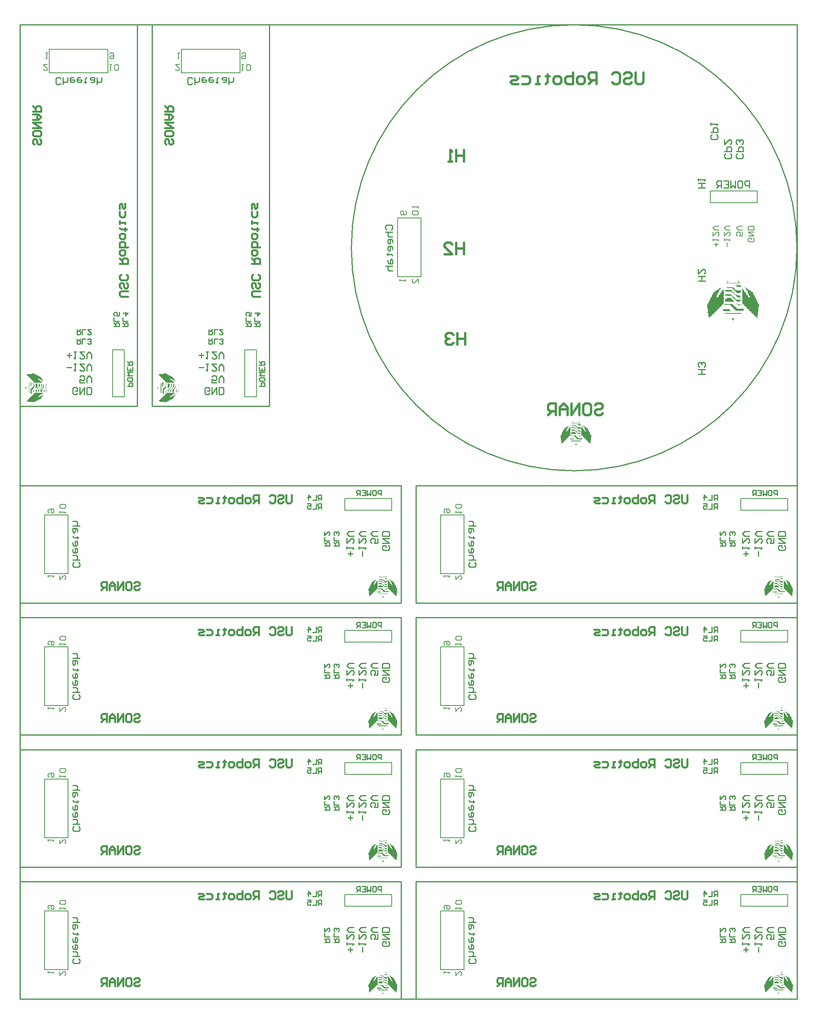
<source format=gbo>
%FSLAX25Y25*%
%MOIN*%
G70*
G01*
G75*
G04 Layer_Color=32896*
%ADD10R,0.03543X0.04331*%
%ADD11R,0.04331X0.03543*%
%ADD12R,0.03543X0.03937*%
%ADD13R,0.04724X0.05512*%
%ADD14R,0.04016X0.01614*%
%ADD15R,0.05512X0.04724*%
%ADD16R,0.05512X0.04921*%
%ADD17R,0.04921X0.05512*%
%ADD18O,0.02362X0.08661*%
%ADD19C,0.01000*%
%ADD20O,0.08661X0.02362*%
%ADD21R,0.05512X0.04921*%
%ADD22R,0.05512X0.04724*%
%ADD23R,0.01614X0.04016*%
%ADD24R,0.03937X0.03543*%
%ADD25R,0.04331X0.03543*%
%ADD26C,0.05906*%
%ADD27R,0.05906X0.05906*%
%ADD28R,0.05906X0.05906*%
%ADD29C,0.06000*%
%ADD30C,0.05000*%
%ADD31C,0.10787*%
%ADD32R,0.05906X0.05906*%
%ADD33C,0.10000*%
%ADD34R,0.04724X0.04724*%
%ADD35R,0.04724X0.04724*%
%ADD36C,0.00787*%
%ADD37C,0.00984*%
%ADD38C,0.02362*%
%ADD39C,0.00800*%
%ADD40C,0.01500*%
%ADD41C,0.02000*%
G36*
X309019Y11938D02*
X309241D01*
Y11717D01*
X309463D01*
Y11495D01*
X309684D01*
Y11274D01*
X310128D01*
Y11052D01*
Y10830D01*
X310571D01*
Y10608D01*
X310793D01*
Y10387D01*
X311015D01*
Y10165D01*
X311236D01*
Y9943D01*
X314783D01*
Y9722D01*
X314562D01*
Y9500D01*
X314340D01*
Y9278D01*
Y9057D01*
X310349D01*
Y9278D01*
Y9500D01*
X310128D01*
Y9722D01*
X309684D01*
Y9943D01*
X309463D01*
Y10165D01*
X309241D01*
Y10387D01*
Y10608D01*
X309019D01*
Y10830D01*
X308576D01*
Y11052D01*
X308354D01*
Y11274D01*
X308133D01*
Y11495D01*
Y11717D01*
X305029D01*
Y11938D01*
X305472D01*
Y12160D01*
X309019D01*
Y11938D01*
D02*
G37*
G36*
X311236Y12160D02*
X312345D01*
Y11938D01*
X313453D01*
Y11717D01*
Y11495D01*
X313231D01*
Y11717D01*
X312345D01*
Y11495D01*
Y11274D01*
X312123D01*
Y11495D01*
X311901D01*
Y11717D01*
X311680D01*
Y11938D01*
X311236D01*
Y12160D01*
X310793D01*
Y12382D01*
X311236D01*
Y12160D01*
D02*
G37*
G36*
X308354Y14820D02*
X308576D01*
Y14599D01*
X308798D01*
Y14377D01*
X309019D01*
Y14155D01*
X309241D01*
Y13934D01*
X309463D01*
Y13712D01*
X309684D01*
Y13490D01*
X309906D01*
Y13269D01*
X305694D01*
Y13490D01*
Y13712D01*
Y13934D01*
Y14155D01*
Y14377D01*
Y14599D01*
X306359D01*
Y14820D01*
X306581D01*
Y15042D01*
X308354D01*
Y14820D01*
D02*
G37*
G36*
X307689Y9500D02*
Y9278D01*
X307911D01*
Y9057D01*
X308354D01*
Y8835D01*
X304586D01*
Y9057D01*
Y9278D01*
Y9500D01*
X304364D01*
Y9722D01*
X307689D01*
Y9500D01*
D02*
G37*
G36*
X309906Y5288D02*
X309684D01*
Y5066D01*
X309906D01*
Y4845D01*
Y4623D01*
X309463D01*
Y4401D01*
Y4180D01*
Y3958D01*
X309241D01*
Y4180D01*
Y4401D01*
Y4623D01*
X309019D01*
Y4845D01*
Y5066D01*
Y5288D01*
Y5510D01*
X309906D01*
Y5288D01*
D02*
G37*
G36*
X303477Y19476D02*
Y19254D01*
X303256D01*
Y19032D01*
Y18811D01*
X302812D01*
Y18589D01*
Y18367D01*
X302590D01*
Y18146D01*
Y17924D01*
Y17702D01*
X302369D01*
Y17481D01*
Y17259D01*
X301925D01*
Y17037D01*
X302147D01*
Y16816D01*
Y16594D01*
X301704D01*
Y16372D01*
Y16150D01*
Y15929D01*
X301482D01*
Y15707D01*
Y15485D01*
Y15264D01*
X302147D01*
Y15485D01*
X302369D01*
Y15707D01*
Y15929D01*
Y16150D01*
X302590D01*
Y16372D01*
X302812D01*
Y16594D01*
X303256D01*
Y16816D01*
Y17037D01*
Y17259D01*
X303477D01*
Y17481D01*
X303699D01*
Y17702D01*
Y17924D01*
X303921D01*
Y18146D01*
Y18367D01*
X304364D01*
Y18589D01*
Y18811D01*
X304586D01*
Y19032D01*
X304807D01*
Y18811D01*
Y18589D01*
Y18367D01*
Y18146D01*
Y17924D01*
X305029D01*
Y17702D01*
Y17481D01*
Y17259D01*
Y17037D01*
Y16816D01*
Y16594D01*
X304807D01*
Y16372D01*
Y16150D01*
X305029D01*
Y15929D01*
X304807D01*
Y15707D01*
Y15485D01*
Y15264D01*
X305029D01*
Y15042D01*
Y14820D01*
Y14599D01*
Y14377D01*
Y14155D01*
X304807D01*
Y13934D01*
Y13712D01*
Y13490D01*
X305029D01*
Y13269D01*
Y13047D01*
Y12825D01*
X304807D01*
Y12604D01*
Y12382D01*
Y12160D01*
X304586D01*
Y11938D01*
X304364D01*
Y11717D01*
X304142D01*
Y11495D01*
X303921D01*
Y11274D01*
X303699D01*
Y11052D01*
X303477D01*
Y10830D01*
X303256D01*
Y10608D01*
X303034D01*
Y10387D01*
X302812D01*
Y10165D01*
X302590D01*
Y9943D01*
X302369D01*
Y9722D01*
X302147D01*
Y9500D01*
X301925D01*
Y9278D01*
X301704D01*
Y9057D01*
X301482D01*
Y8835D01*
X301260D01*
Y8613D01*
X301039D01*
Y8392D01*
X300817D01*
Y8170D01*
X300595D01*
Y7948D01*
X300374D01*
Y7727D01*
X300152D01*
Y7505D01*
X299930D01*
Y7283D01*
X299709D01*
Y7062D01*
X299487D01*
Y6840D01*
X299265D01*
Y6618D01*
X299044D01*
Y6396D01*
X298822D01*
Y6175D01*
X298600D01*
Y5953D01*
X298378D01*
Y5731D01*
X298157D01*
Y5510D01*
X297935D01*
Y5731D01*
Y5953D01*
Y6175D01*
X297713D01*
Y6396D01*
Y6618D01*
Y6840D01*
Y7062D01*
Y7283D01*
Y7505D01*
Y7727D01*
Y7948D01*
X297270D01*
Y8170D01*
Y8392D01*
X297492D01*
Y8613D01*
Y8835D01*
Y9057D01*
Y9278D01*
Y9500D01*
Y9722D01*
Y9943D01*
Y10165D01*
X297048D01*
Y10387D01*
Y10608D01*
Y10830D01*
Y11052D01*
Y11274D01*
Y11495D01*
Y11717D01*
Y11938D01*
X297492D01*
Y12160D01*
X297270D01*
Y12382D01*
X297713D01*
Y12604D01*
Y12825D01*
Y13047D01*
X297935D01*
Y13269D01*
Y13490D01*
X298157D01*
Y13712D01*
Y13934D01*
Y14155D01*
X298600D01*
Y14377D01*
X298378D01*
Y14599D01*
X298822D01*
Y14820D01*
Y15042D01*
Y15264D01*
X299044D01*
Y15485D01*
Y15707D01*
X299265D01*
Y15929D01*
Y16150D01*
Y16372D01*
X299709D01*
Y16594D01*
X299487D01*
Y16816D01*
X299930D01*
Y17037D01*
Y17259D01*
Y17481D01*
X300152D01*
Y17702D01*
X300374D01*
Y17924D01*
X300817D01*
Y18146D01*
X301039D01*
Y18367D01*
X301260D01*
Y18589D01*
X301704D01*
Y18811D01*
X301925D01*
Y19032D01*
X302590D01*
Y19254D01*
Y19476D01*
X302812D01*
Y19697D01*
X303477D01*
Y19476D01*
D02*
G37*
G36*
X313453Y7727D02*
Y7505D01*
X305694D01*
Y7727D01*
X305251D01*
Y7948D01*
X313453D01*
Y7727D01*
D02*
G37*
G36*
X308133Y16594D02*
X308576D01*
Y16372D01*
X308798D01*
Y16150D01*
X309019D01*
Y15929D01*
Y15707D01*
X309684D01*
Y15485D01*
X309906D01*
Y15264D01*
X310128D01*
Y15042D01*
X310349D01*
Y14820D01*
Y14599D01*
X310793D01*
Y14377D01*
X311015D01*
Y14155D01*
X313231D01*
Y13934D01*
Y13712D01*
X312566D01*
Y13490D01*
X312345D01*
Y13269D01*
X311236D01*
Y13490D01*
X311015D01*
Y13712D01*
X310793D01*
Y13934D01*
X310571D01*
Y14155D01*
X310349D01*
Y14377D01*
X310128D01*
Y14599D01*
X309906D01*
Y14820D01*
X309684D01*
Y15042D01*
X309241D01*
Y15264D01*
X309019D01*
Y15485D01*
Y15707D01*
X308798D01*
Y15929D01*
X306359D01*
Y16150D01*
X305694D01*
Y16372D01*
Y16594D01*
Y16816D01*
X308133D01*
Y16594D01*
D02*
G37*
G36*
X312123Y22801D02*
X312345D01*
Y22579D01*
Y22358D01*
Y22136D01*
X312566D01*
Y21914D01*
X306137D01*
Y22136D01*
X306581D01*
Y22358D01*
Y22579D01*
Y22801D01*
X306803D01*
Y22579D01*
Y22358D01*
Y22136D01*
X311680D01*
Y22358D01*
X311901D01*
Y22579D01*
Y22801D01*
X311680D01*
Y23023D01*
X312123D01*
Y22801D01*
D02*
G37*
G36*
X307024Y23023D02*
Y22801D01*
X306803D01*
Y23023D01*
Y23244D01*
X307024D01*
Y23023D01*
D02*
G37*
G36*
X311680Y23466D02*
Y23244D01*
X311458D01*
Y23466D01*
Y23688D01*
X311680D01*
Y23466D01*
D02*
G37*
G36*
X313231Y20806D02*
X313010D01*
Y20584D01*
X313231D01*
Y20362D01*
X311236D01*
Y20584D01*
X310793D01*
Y20806D01*
X310571D01*
Y21028D01*
X313231D01*
Y20806D01*
D02*
G37*
G36*
X308576Y18589D02*
X308798D01*
Y18367D01*
X309019D01*
Y18146D01*
Y17924D01*
X309241D01*
Y17702D01*
X309684D01*
Y17481D01*
X309906D01*
Y17259D01*
X310128D01*
Y17037D01*
Y16816D01*
X310349D01*
Y16594D01*
X311015D01*
Y16372D01*
X311458D01*
Y16150D01*
X312566D01*
Y15929D01*
Y15707D01*
X313010D01*
Y15485D01*
X313231D01*
Y15264D01*
X311458D01*
Y15485D01*
X311236D01*
Y15707D01*
X311015D01*
Y15929D01*
X310793D01*
Y16150D01*
X310571D01*
Y16372D01*
X310349D01*
Y16594D01*
X310128D01*
Y16816D01*
X309906D01*
Y17037D01*
X309684D01*
Y17259D01*
X309241D01*
Y17481D01*
X309019D01*
Y17702D01*
X308798D01*
Y17924D01*
X308576D01*
Y18146D01*
X305694D01*
Y18367D01*
Y18589D01*
X306137D01*
Y18811D01*
X308576D01*
Y18589D01*
D02*
G37*
G36*
X315227Y19919D02*
X315448D01*
Y19697D01*
X315892D01*
Y19476D01*
X316113D01*
Y19254D01*
X316335D01*
Y19032D01*
X316778D01*
Y18811D01*
X317000D01*
Y18589D01*
X317665D01*
Y18367D01*
X317887D01*
Y18146D01*
Y17924D01*
X318552D01*
Y17702D01*
X318774D01*
Y17481D01*
X318995D01*
Y17259D01*
Y17037D01*
Y16816D01*
X319217D01*
Y16594D01*
Y16372D01*
X319439D01*
Y16150D01*
Y15929D01*
Y15707D01*
X319882D01*
Y15485D01*
X319660D01*
Y15264D01*
X320104D01*
Y15042D01*
Y14820D01*
Y14599D01*
X320325D01*
Y14377D01*
Y14155D01*
X320547D01*
Y13934D01*
Y13712D01*
Y13490D01*
X320990D01*
Y13269D01*
X320769D01*
Y13047D01*
X321212D01*
Y12825D01*
Y12604D01*
Y12382D01*
X321434D01*
Y12160D01*
Y11938D01*
X321655D01*
Y11717D01*
Y11495D01*
Y11274D01*
Y11052D01*
Y10830D01*
X321434D01*
Y10608D01*
Y10387D01*
Y10165D01*
Y9943D01*
Y9722D01*
Y9500D01*
Y9278D01*
Y9057D01*
Y8835D01*
Y8613D01*
Y8392D01*
X321212D01*
Y8170D01*
Y7948D01*
Y7727D01*
Y7505D01*
Y7283D01*
Y7062D01*
Y6840D01*
Y6618D01*
X320769D01*
Y6396D01*
Y6175D01*
Y5953D01*
Y5731D01*
X320990D01*
Y5510D01*
Y5288D01*
X320769D01*
Y5510D01*
X320547D01*
Y5731D01*
X320325D01*
Y5953D01*
Y6175D01*
X320104D01*
Y6396D01*
X319660D01*
Y6618D01*
X319439D01*
Y6840D01*
X319217D01*
Y7062D01*
Y7283D01*
X318995D01*
Y7505D01*
X318552D01*
Y7727D01*
X318330D01*
Y7948D01*
X318108D01*
Y8170D01*
Y8392D01*
X317887D01*
Y8613D01*
X317443D01*
Y8835D01*
X317222D01*
Y9057D01*
X317000D01*
Y9278D01*
Y9500D01*
X316778D01*
Y9722D01*
X316335D01*
Y9943D01*
X316113D01*
Y10165D01*
X315892D01*
Y10387D01*
Y10608D01*
X315670D01*
Y10830D01*
X315227D01*
Y11052D01*
X315005D01*
Y11274D01*
X314783D01*
Y11495D01*
Y11717D01*
X314562D01*
Y11938D01*
X314118D01*
Y12160D01*
X313896D01*
Y12382D01*
X313675D01*
Y12604D01*
Y12825D01*
Y13047D01*
Y13269D01*
Y13490D01*
Y13712D01*
Y13934D01*
Y14155D01*
Y14377D01*
Y14599D01*
Y14820D01*
Y15042D01*
Y15264D01*
Y15485D01*
Y15707D01*
Y15929D01*
Y16150D01*
Y16372D01*
Y16594D01*
Y16816D01*
Y17037D01*
Y17259D01*
Y17481D01*
Y17702D01*
Y17924D01*
Y18146D01*
Y18367D01*
Y18589D01*
Y18811D01*
Y19032D01*
Y19254D01*
Y19476D01*
X313896D01*
Y19254D01*
X314118D01*
Y19032D01*
X314340D01*
Y18811D01*
X314562D01*
Y18589D01*
Y18367D01*
X314783D01*
Y18146D01*
Y17924D01*
X315005D01*
Y17702D01*
Y17481D01*
X315448D01*
Y17259D01*
X315670D01*
Y17037D01*
Y16816D01*
Y16594D01*
X315892D01*
Y16372D01*
X316113D01*
Y16150D01*
X316335D01*
Y15929D01*
X316557D01*
Y15707D01*
X316335D01*
Y15485D01*
X316778D01*
Y15264D01*
X317443D01*
Y15485D01*
Y15707D01*
X317222D01*
Y15929D01*
X317000D01*
Y16150D01*
Y16372D01*
Y16594D01*
X316778D01*
Y16816D01*
X316557D01*
Y17037D01*
Y17259D01*
Y17481D01*
X316113D01*
Y17702D01*
X316335D01*
Y17924D01*
Y18146D01*
Y18367D01*
X315892D01*
Y18589D01*
Y18811D01*
X315670D01*
Y19032D01*
Y19254D01*
Y19476D01*
X315227D01*
Y19697D01*
X315005D01*
Y19919D01*
Y20141D01*
X315227D01*
Y19919D01*
D02*
G37*
G36*
X309241D02*
X309684D01*
Y19697D01*
X309906D01*
Y19476D01*
X310128D01*
Y19254D01*
Y19032D01*
X310349D01*
Y18811D01*
X310793D01*
Y18589D01*
X313231D01*
Y18367D01*
X313010D01*
Y18146D01*
Y17924D01*
Y17702D01*
X313231D01*
Y17481D01*
X312345D01*
Y17259D01*
X311236D01*
Y17481D01*
X311015D01*
Y17702D01*
X310571D01*
Y17924D01*
Y18146D01*
X310349D01*
Y18367D01*
X310128D01*
Y18589D01*
X309906D01*
Y18811D01*
X309463D01*
Y19032D01*
Y19254D01*
X309241D01*
Y19476D01*
X309019D01*
Y19697D01*
X306581D01*
Y19919D01*
X306137D01*
Y20141D01*
X309241D01*
Y19919D01*
D02*
G37*
G36*
X11938Y520981D02*
Y520759D01*
X11717D01*
Y520537D01*
X11495D01*
Y520316D01*
X11274D01*
Y519872D01*
X11052D01*
X10830D01*
Y519429D01*
X10608D01*
Y519207D01*
X10387D01*
Y518986D01*
X10165D01*
Y518764D01*
X9943D01*
Y515217D01*
X9722D01*
Y515439D01*
X9500D01*
Y515660D01*
X9278D01*
X9057D01*
Y519651D01*
X9278D01*
X9500D01*
Y519872D01*
X9722D01*
Y520316D01*
X9943D01*
Y520537D01*
X10165D01*
Y520759D01*
X10387D01*
X10608D01*
Y520981D01*
X10830D01*
Y521424D01*
X11052D01*
Y521646D01*
X11274D01*
Y521867D01*
X11495D01*
X11717D01*
Y524971D01*
X11938D01*
Y524528D01*
X12160D01*
Y520981D01*
X11938D01*
D02*
G37*
G36*
X12160Y518764D02*
Y517655D01*
X11938D01*
Y516547D01*
X11717D01*
X11495D01*
Y516769D01*
X11717D01*
Y517655D01*
X11495D01*
X11274D01*
Y517877D01*
X11495D01*
Y518099D01*
X11717D01*
Y518320D01*
X11938D01*
Y518764D01*
X12160D01*
Y519207D01*
X12382D01*
Y518764D01*
X12160D01*
D02*
G37*
G36*
X14820Y521646D02*
Y521424D01*
X14599D01*
Y521202D01*
X14377D01*
Y520981D01*
X14155D01*
Y520759D01*
X13934D01*
Y520537D01*
X13712D01*
Y520316D01*
X13490D01*
Y520094D01*
X13269D01*
Y524306D01*
X13490D01*
X13712D01*
X13934D01*
X14155D01*
X14377D01*
X14599D01*
Y523641D01*
X14820D01*
Y523419D01*
X15042D01*
Y521646D01*
X14820D01*
D02*
G37*
G36*
X9500Y522311D02*
X9278D01*
Y522089D01*
X9057D01*
Y521646D01*
X8835D01*
Y525414D01*
X9057D01*
X9278D01*
X9500D01*
Y525636D01*
X9722D01*
Y522311D01*
X9500D01*
D02*
G37*
G36*
X5288Y520094D02*
Y520316D01*
X5066D01*
Y520094D01*
X4845D01*
X4623D01*
Y520537D01*
X4401D01*
X4180D01*
X3958D01*
Y520759D01*
X4180D01*
X4401D01*
X4623D01*
Y520981D01*
X4845D01*
X5066D01*
X5288D01*
X5510D01*
Y520094D01*
X5288D01*
D02*
G37*
G36*
X19476Y526523D02*
X19254D01*
Y526744D01*
X19032D01*
X18811D01*
Y527188D01*
X18589D01*
X18367D01*
Y527410D01*
X18146D01*
X17924D01*
X17702D01*
Y527631D01*
X17481D01*
X17259D01*
Y528075D01*
X17037D01*
Y527853D01*
X16816D01*
X16594D01*
Y528296D01*
X16372D01*
X16150D01*
X15929D01*
Y528518D01*
X15707D01*
X15485D01*
X15264D01*
Y527853D01*
X15485D01*
Y527631D01*
X15707D01*
X15929D01*
X16150D01*
Y527410D01*
X16372D01*
Y527188D01*
X16594D01*
Y526744D01*
X16816D01*
X17037D01*
X17259D01*
Y526523D01*
X17481D01*
Y526301D01*
X17702D01*
X17924D01*
Y526079D01*
X18146D01*
X18367D01*
Y525636D01*
X18589D01*
X18811D01*
Y525414D01*
X19032D01*
Y525193D01*
X18811D01*
X18589D01*
X18367D01*
X18146D01*
X17924D01*
Y524971D01*
X17702D01*
X17481D01*
X17259D01*
X17037D01*
X16816D01*
X16594D01*
Y525193D01*
X16372D01*
X16150D01*
Y524971D01*
X15929D01*
Y525193D01*
X15707D01*
X15485D01*
X15264D01*
Y524971D01*
X15042D01*
X14820D01*
X14599D01*
X14377D01*
X14155D01*
Y525193D01*
X13934D01*
X13712D01*
X13490D01*
Y524971D01*
X13269D01*
X13047D01*
X12825D01*
Y525193D01*
X12604D01*
X12382D01*
X12160D01*
Y525414D01*
X11938D01*
Y525636D01*
X11717D01*
Y525858D01*
X11495D01*
Y526079D01*
X11274D01*
Y526301D01*
X11052D01*
Y526523D01*
X10830D01*
Y526744D01*
X10608D01*
Y526966D01*
X10387D01*
Y527188D01*
X10165D01*
Y527410D01*
X9943D01*
Y527631D01*
X9722D01*
Y527853D01*
X9500D01*
Y528075D01*
X9278D01*
Y528296D01*
X9057D01*
Y528518D01*
X8835D01*
Y528740D01*
X8613D01*
Y528961D01*
X8392D01*
Y529183D01*
X8170D01*
Y529405D01*
X7948D01*
Y529626D01*
X7727D01*
Y529848D01*
X7505D01*
Y530070D01*
X7283D01*
Y530291D01*
X7062D01*
Y530513D01*
X6840D01*
Y530735D01*
X6618D01*
Y530956D01*
X6396D01*
Y531178D01*
X6175D01*
Y531400D01*
X5953D01*
Y531622D01*
X5731D01*
Y531843D01*
X5510D01*
Y532065D01*
X5731D01*
X5953D01*
X6175D01*
Y532287D01*
X6396D01*
X6618D01*
X6840D01*
X7062D01*
X7283D01*
X7505D01*
X7727D01*
X7948D01*
Y532730D01*
X8170D01*
X8392D01*
Y532508D01*
X8613D01*
X8835D01*
X9057D01*
X9278D01*
X9500D01*
X9722D01*
X9943D01*
X10165D01*
Y532952D01*
X10387D01*
X10608D01*
X10830D01*
X11052D01*
X11274D01*
X11495D01*
X11717D01*
X11938D01*
Y532508D01*
X12160D01*
Y532730D01*
X12382D01*
Y532287D01*
X12604D01*
X12825D01*
X13047D01*
Y532065D01*
X13269D01*
X13490D01*
Y531843D01*
X13712D01*
X13934D01*
X14155D01*
Y531400D01*
X14377D01*
Y531622D01*
X14599D01*
Y531178D01*
X14820D01*
X15042D01*
X15264D01*
Y530956D01*
X15485D01*
X15707D01*
Y530735D01*
X15929D01*
X16150D01*
X16372D01*
Y530291D01*
X16594D01*
Y530513D01*
X16816D01*
Y530070D01*
X17037D01*
X17259D01*
X17481D01*
Y529848D01*
X17702D01*
Y529626D01*
X17924D01*
Y529183D01*
X18146D01*
Y528961D01*
X18367D01*
Y528740D01*
X18589D01*
Y528296D01*
X18811D01*
Y528075D01*
X19032D01*
Y527410D01*
X19254D01*
X19476D01*
Y527188D01*
X19697D01*
Y526523D01*
X19476D01*
D02*
G37*
G36*
X7727Y516547D02*
X7505D01*
Y524306D01*
X7727D01*
Y524749D01*
X7948D01*
Y516547D01*
X7727D01*
D02*
G37*
G36*
X16594Y521867D02*
Y521424D01*
X16372D01*
Y521202D01*
X16150D01*
Y520981D01*
X15929D01*
X15707D01*
Y520316D01*
X15485D01*
Y520094D01*
X15264D01*
Y519872D01*
X15042D01*
Y519651D01*
X14820D01*
X14599D01*
Y519207D01*
X14377D01*
Y518986D01*
X14155D01*
Y516769D01*
X13934D01*
X13712D01*
Y517434D01*
X13490D01*
Y517655D01*
X13269D01*
Y518764D01*
X13490D01*
Y518986D01*
X13712D01*
Y519207D01*
X13934D01*
Y519429D01*
X14155D01*
Y519651D01*
X14377D01*
Y519872D01*
X14599D01*
Y520094D01*
X14820D01*
Y520316D01*
X15042D01*
Y520759D01*
X15264D01*
Y520981D01*
X15485D01*
X15707D01*
Y521202D01*
X15929D01*
Y523641D01*
X16150D01*
Y524306D01*
X16372D01*
X16594D01*
X16816D01*
Y521867D01*
X16594D01*
D02*
G37*
G36*
X22801Y517877D02*
Y517655D01*
X22579D01*
X22358D01*
X22136D01*
Y517434D01*
X21914D01*
Y523863D01*
X22136D01*
Y523419D01*
X22358D01*
X22579D01*
X22801D01*
Y523198D01*
X22579D01*
X22358D01*
X22136D01*
Y518320D01*
X22358D01*
Y518099D01*
X22579D01*
X22801D01*
Y518320D01*
X23023D01*
Y517877D01*
X22801D01*
D02*
G37*
G36*
X23023Y522976D02*
X22801D01*
Y523198D01*
X23023D01*
X23244D01*
Y522976D01*
X23023D01*
D02*
G37*
G36*
X23466Y518320D02*
X23244D01*
Y518542D01*
X23466D01*
X23688D01*
Y518320D01*
X23466D01*
D02*
G37*
G36*
X20806Y516769D02*
Y516990D01*
X20584D01*
Y516769D01*
X20362D01*
Y518764D01*
X20584D01*
Y519207D01*
X20806D01*
Y519429D01*
X21028D01*
Y516769D01*
X20806D01*
D02*
G37*
G36*
X18589Y521424D02*
Y521202D01*
X18367D01*
Y520981D01*
X18146D01*
X17924D01*
Y520759D01*
X17702D01*
Y520316D01*
X17481D01*
Y520094D01*
X17259D01*
Y519872D01*
X17037D01*
X16816D01*
Y519651D01*
X16594D01*
Y518986D01*
X16372D01*
Y518542D01*
X16150D01*
Y517434D01*
X15929D01*
X15707D01*
Y516990D01*
X15485D01*
Y516769D01*
X15264D01*
Y518542D01*
X15485D01*
Y518764D01*
X15707D01*
Y518986D01*
X15929D01*
Y519207D01*
X16150D01*
Y519429D01*
X16372D01*
Y519651D01*
X16594D01*
Y519872D01*
X16816D01*
Y520094D01*
X17037D01*
Y520316D01*
X17259D01*
Y520759D01*
X17481D01*
Y520981D01*
X17702D01*
Y521202D01*
X17924D01*
Y521424D01*
X18146D01*
Y524306D01*
X18367D01*
X18589D01*
Y523863D01*
X18811D01*
Y521424D01*
X18589D01*
D02*
G37*
G36*
X19919Y514774D02*
Y514552D01*
X19697D01*
Y514108D01*
X19476D01*
Y513887D01*
X19254D01*
Y513665D01*
X19032D01*
Y513222D01*
X18811D01*
Y513000D01*
X18589D01*
Y512335D01*
X18367D01*
Y512113D01*
X18146D01*
X17924D01*
Y511448D01*
X17702D01*
Y511227D01*
X17481D01*
Y511005D01*
X17259D01*
X17037D01*
X16816D01*
Y510783D01*
X16594D01*
X16372D01*
Y510562D01*
X16150D01*
X15929D01*
X15707D01*
Y510118D01*
X15485D01*
Y510340D01*
X15264D01*
Y509896D01*
X15042D01*
X14820D01*
X14599D01*
Y509675D01*
X14377D01*
X14155D01*
Y509453D01*
X13934D01*
X13712D01*
X13490D01*
Y509010D01*
X13269D01*
Y509231D01*
X13047D01*
Y508788D01*
X12825D01*
X12604D01*
X12382D01*
Y508566D01*
X12160D01*
X11938D01*
Y508345D01*
X11717D01*
X11495D01*
X11274D01*
X11052D01*
X10830D01*
Y508566D01*
X10608D01*
X10387D01*
X10165D01*
X9943D01*
X9722D01*
X9500D01*
X9278D01*
X9057D01*
X8835D01*
X8613D01*
X8392D01*
Y508788D01*
X8170D01*
X7948D01*
X7727D01*
X7505D01*
X7283D01*
X7062D01*
X6840D01*
X6618D01*
Y509231D01*
X6396D01*
X6175D01*
X5953D01*
X5731D01*
Y509010D01*
X5510D01*
X5288D01*
Y509231D01*
X5510D01*
Y509453D01*
X5731D01*
Y509675D01*
X5953D01*
X6175D01*
Y509896D01*
X6396D01*
Y510340D01*
X6618D01*
Y510562D01*
X6840D01*
Y510783D01*
X7062D01*
X7283D01*
Y511005D01*
X7505D01*
Y511448D01*
X7727D01*
Y511670D01*
X7948D01*
Y511892D01*
X8170D01*
X8392D01*
Y512113D01*
X8613D01*
Y512557D01*
X8835D01*
Y512778D01*
X9057D01*
Y513000D01*
X9278D01*
X9500D01*
Y513222D01*
X9722D01*
Y513665D01*
X9943D01*
Y513887D01*
X10165D01*
Y514108D01*
X10387D01*
X10608D01*
Y514330D01*
X10830D01*
Y514774D01*
X11052D01*
Y514995D01*
X11274D01*
Y515217D01*
X11495D01*
X11717D01*
Y515439D01*
X11938D01*
Y515882D01*
X12160D01*
Y516104D01*
X12382D01*
Y516325D01*
X12604D01*
X12825D01*
X13047D01*
X13269D01*
X13490D01*
X13712D01*
X13934D01*
X14155D01*
X14377D01*
X14599D01*
X14820D01*
X15042D01*
X15264D01*
X15485D01*
X15707D01*
X15929D01*
X16150D01*
X16372D01*
X16594D01*
X16816D01*
X17037D01*
X17259D01*
X17481D01*
X17702D01*
X17924D01*
X18146D01*
X18367D01*
X18589D01*
X18811D01*
X19032D01*
X19254D01*
X19476D01*
Y516104D01*
X19254D01*
Y515882D01*
X19032D01*
Y515660D01*
X18811D01*
Y515439D01*
X18589D01*
X18367D01*
Y515217D01*
X18146D01*
X17924D01*
Y514995D01*
X17702D01*
X17481D01*
Y514552D01*
X17259D01*
Y514330D01*
X17037D01*
X16816D01*
X16594D01*
Y514108D01*
X16372D01*
Y513887D01*
X16150D01*
Y513665D01*
X15929D01*
Y513443D01*
X15707D01*
Y513665D01*
X15485D01*
Y513222D01*
X15264D01*
Y512557D01*
X15485D01*
X15707D01*
Y512778D01*
X15929D01*
Y513000D01*
X16150D01*
X16372D01*
X16594D01*
Y513222D01*
X16816D01*
Y513443D01*
X17037D01*
X17259D01*
X17481D01*
Y513887D01*
X17702D01*
Y513665D01*
X17924D01*
X18146D01*
X18367D01*
Y514108D01*
X18589D01*
X18811D01*
Y514330D01*
X19032D01*
X19254D01*
X19476D01*
Y514774D01*
X19697D01*
Y514995D01*
X19919D01*
X20141D01*
Y514774D01*
X19919D01*
D02*
G37*
G36*
Y520759D02*
Y520316D01*
X19697D01*
Y520094D01*
X19476D01*
Y519872D01*
X19254D01*
X19032D01*
Y519651D01*
X18811D01*
Y519207D01*
X18589D01*
Y516769D01*
X18367D01*
Y516990D01*
X18146D01*
X17924D01*
X17702D01*
Y516769D01*
X17481D01*
Y517655D01*
X17259D01*
Y518764D01*
X17481D01*
Y518986D01*
X17702D01*
Y519429D01*
X17924D01*
X18146D01*
Y519651D01*
X18367D01*
Y519872D01*
X18589D01*
Y520094D01*
X18811D01*
Y520537D01*
X19032D01*
X19254D01*
Y520759D01*
X19476D01*
Y520981D01*
X19697D01*
Y523419D01*
X19919D01*
Y523863D01*
X20141D01*
Y520759D01*
X19919D01*
D02*
G37*
G36*
X124439Y520981D02*
Y520759D01*
X124217D01*
Y520537D01*
X123995D01*
Y520316D01*
X123774D01*
Y519872D01*
X123552D01*
X123330D01*
Y519429D01*
X123108D01*
Y519207D01*
X122887D01*
Y518986D01*
X122665D01*
Y518764D01*
X122443D01*
Y515217D01*
X122222D01*
Y515439D01*
X122000D01*
Y515660D01*
X121778D01*
X121557D01*
Y519651D01*
X121778D01*
X122000D01*
Y519872D01*
X122222D01*
Y520316D01*
X122443D01*
Y520537D01*
X122665D01*
Y520759D01*
X122887D01*
X123108D01*
Y520981D01*
X123330D01*
Y521424D01*
X123552D01*
Y521646D01*
X123774D01*
Y521867D01*
X123995D01*
X124217D01*
Y524971D01*
X124439D01*
Y524528D01*
X124660D01*
Y520981D01*
X124439D01*
D02*
G37*
G36*
X124660Y518764D02*
Y517655D01*
X124439D01*
Y516547D01*
X124217D01*
X123995D01*
Y516769D01*
X124217D01*
Y517655D01*
X123995D01*
X123774D01*
Y517877D01*
X123995D01*
Y518099D01*
X124217D01*
Y518320D01*
X124439D01*
Y518764D01*
X124660D01*
Y519207D01*
X124882D01*
Y518764D01*
X124660D01*
D02*
G37*
G36*
X127320Y521646D02*
Y521424D01*
X127099D01*
Y521202D01*
X126877D01*
Y520981D01*
X126655D01*
Y520759D01*
X126434D01*
Y520537D01*
X126212D01*
Y520316D01*
X125990D01*
Y520094D01*
X125769D01*
Y524306D01*
X125990D01*
X126212D01*
X126434D01*
X126655D01*
X126877D01*
X127099D01*
Y523641D01*
X127320D01*
Y523419D01*
X127542D01*
Y521646D01*
X127320D01*
D02*
G37*
G36*
X122000Y522311D02*
X121778D01*
Y522089D01*
X121557D01*
Y521646D01*
X121335D01*
Y525414D01*
X121557D01*
X121778D01*
X122000D01*
Y525636D01*
X122222D01*
Y522311D01*
X122000D01*
D02*
G37*
G36*
X117788Y520094D02*
Y520316D01*
X117566D01*
Y520094D01*
X117345D01*
X117123D01*
Y520537D01*
X116901D01*
X116680D01*
X116458D01*
Y520759D01*
X116680D01*
X116901D01*
X117123D01*
Y520981D01*
X117345D01*
X117566D01*
X117788D01*
X118010D01*
Y520094D01*
X117788D01*
D02*
G37*
G36*
X131976Y526523D02*
X131754D01*
Y526744D01*
X131532D01*
X131311D01*
Y527188D01*
X131089D01*
X130867D01*
Y527410D01*
X130646D01*
X130424D01*
X130202D01*
Y527631D01*
X129981D01*
X129759D01*
Y528075D01*
X129537D01*
Y527853D01*
X129316D01*
X129094D01*
Y528296D01*
X128872D01*
X128650D01*
X128429D01*
Y528518D01*
X128207D01*
X127986D01*
X127764D01*
Y527853D01*
X127986D01*
Y527631D01*
X128207D01*
X128429D01*
X128650D01*
Y527410D01*
X128872D01*
Y527188D01*
X129094D01*
Y526744D01*
X129316D01*
X129537D01*
X129759D01*
Y526523D01*
X129981D01*
Y526301D01*
X130202D01*
X130424D01*
Y526079D01*
X130646D01*
X130867D01*
Y525636D01*
X131089D01*
X131311D01*
Y525414D01*
X131532D01*
Y525193D01*
X131311D01*
X131089D01*
X130867D01*
X130646D01*
X130424D01*
Y524971D01*
X130202D01*
X129981D01*
X129759D01*
X129537D01*
X129316D01*
X129094D01*
Y525193D01*
X128872D01*
X128650D01*
Y524971D01*
X128429D01*
Y525193D01*
X128207D01*
X127986D01*
X127764D01*
Y524971D01*
X127542D01*
X127320D01*
X127099D01*
X126877D01*
X126655D01*
Y525193D01*
X126434D01*
X126212D01*
X125990D01*
Y524971D01*
X125769D01*
X125547D01*
X125325D01*
Y525193D01*
X125104D01*
X124882D01*
X124660D01*
Y525414D01*
X124439D01*
Y525636D01*
X124217D01*
Y525858D01*
X123995D01*
Y526079D01*
X123774D01*
Y526301D01*
X123552D01*
Y526523D01*
X123330D01*
Y526744D01*
X123108D01*
Y526966D01*
X122887D01*
Y527188D01*
X122665D01*
Y527410D01*
X122443D01*
Y527631D01*
X122222D01*
Y527853D01*
X122000D01*
Y528075D01*
X121778D01*
Y528296D01*
X121557D01*
Y528518D01*
X121335D01*
Y528740D01*
X121113D01*
Y528961D01*
X120892D01*
Y529183D01*
X120670D01*
Y529405D01*
X120448D01*
Y529626D01*
X120227D01*
Y529848D01*
X120005D01*
Y530070D01*
X119783D01*
Y530291D01*
X119562D01*
Y530513D01*
X119340D01*
Y530735D01*
X119118D01*
Y530956D01*
X118896D01*
Y531178D01*
X118675D01*
Y531400D01*
X118453D01*
Y531622D01*
X118231D01*
Y531843D01*
X118010D01*
Y532065D01*
X118231D01*
X118453D01*
X118675D01*
Y532287D01*
X118896D01*
X119118D01*
X119340D01*
X119562D01*
X119783D01*
X120005D01*
X120227D01*
X120448D01*
Y532730D01*
X120670D01*
X120892D01*
Y532508D01*
X121113D01*
X121335D01*
X121557D01*
X121778D01*
X122000D01*
X122222D01*
X122443D01*
X122665D01*
Y532952D01*
X122887D01*
X123108D01*
X123330D01*
X123552D01*
X123774D01*
X123995D01*
X124217D01*
X124439D01*
Y532508D01*
X124660D01*
Y532730D01*
X124882D01*
Y532287D01*
X125104D01*
X125325D01*
X125547D01*
Y532065D01*
X125769D01*
X125990D01*
Y531843D01*
X126212D01*
X126434D01*
X126655D01*
Y531400D01*
X126877D01*
Y531622D01*
X127099D01*
Y531178D01*
X127320D01*
X127542D01*
X127764D01*
Y530956D01*
X127986D01*
X128207D01*
Y530735D01*
X128429D01*
X128650D01*
X128872D01*
Y530291D01*
X129094D01*
Y530513D01*
X129316D01*
Y530070D01*
X129537D01*
X129759D01*
X129981D01*
Y529848D01*
X130202D01*
Y529626D01*
X130424D01*
Y529183D01*
X130646D01*
Y528961D01*
X130867D01*
Y528740D01*
X131089D01*
Y528296D01*
X131311D01*
Y528075D01*
X131532D01*
Y527410D01*
X131754D01*
X131976D01*
Y527188D01*
X132197D01*
Y526523D01*
X131976D01*
D02*
G37*
G36*
X120227Y516547D02*
X120005D01*
Y524306D01*
X120227D01*
Y524749D01*
X120448D01*
Y516547D01*
X120227D01*
D02*
G37*
G36*
X129094Y521867D02*
Y521424D01*
X128872D01*
Y521202D01*
X128650D01*
Y520981D01*
X128429D01*
X128207D01*
Y520316D01*
X127986D01*
Y520094D01*
X127764D01*
Y519872D01*
X127542D01*
Y519651D01*
X127320D01*
X127099D01*
Y519207D01*
X126877D01*
Y518986D01*
X126655D01*
Y516769D01*
X126434D01*
X126212D01*
Y517434D01*
X125990D01*
Y517655D01*
X125769D01*
Y518764D01*
X125990D01*
Y518986D01*
X126212D01*
Y519207D01*
X126434D01*
Y519429D01*
X126655D01*
Y519651D01*
X126877D01*
Y519872D01*
X127099D01*
Y520094D01*
X127320D01*
Y520316D01*
X127542D01*
Y520759D01*
X127764D01*
Y520981D01*
X127986D01*
X128207D01*
Y521202D01*
X128429D01*
Y523641D01*
X128650D01*
Y524306D01*
X128872D01*
X129094D01*
X129316D01*
Y521867D01*
X129094D01*
D02*
G37*
G36*
X135301Y517877D02*
Y517655D01*
X135079D01*
X134858D01*
X134636D01*
Y517434D01*
X134414D01*
Y523863D01*
X134636D01*
Y523419D01*
X134858D01*
X135079D01*
X135301D01*
Y523198D01*
X135079D01*
X134858D01*
X134636D01*
Y518320D01*
X134858D01*
Y518099D01*
X135079D01*
X135301D01*
Y518320D01*
X135523D01*
Y517877D01*
X135301D01*
D02*
G37*
G36*
X135523Y522976D02*
X135301D01*
Y523198D01*
X135523D01*
X135744D01*
Y522976D01*
X135523D01*
D02*
G37*
G36*
X135966Y518320D02*
X135744D01*
Y518542D01*
X135966D01*
X136188D01*
Y518320D01*
X135966D01*
D02*
G37*
G36*
X133306Y516769D02*
Y516990D01*
X133084D01*
Y516769D01*
X132862D01*
Y518764D01*
X133084D01*
Y519207D01*
X133306D01*
Y519429D01*
X133528D01*
Y516769D01*
X133306D01*
D02*
G37*
G36*
X131089Y521424D02*
Y521202D01*
X130867D01*
Y520981D01*
X130646D01*
X130424D01*
Y520759D01*
X130202D01*
Y520316D01*
X129981D01*
Y520094D01*
X129759D01*
Y519872D01*
X129537D01*
X129316D01*
Y519651D01*
X129094D01*
Y518986D01*
X128872D01*
Y518542D01*
X128650D01*
Y517434D01*
X128429D01*
X128207D01*
Y516990D01*
X127986D01*
Y516769D01*
X127764D01*
Y518542D01*
X127986D01*
Y518764D01*
X128207D01*
Y518986D01*
X128429D01*
Y519207D01*
X128650D01*
Y519429D01*
X128872D01*
Y519651D01*
X129094D01*
Y519872D01*
X129316D01*
Y520094D01*
X129537D01*
Y520316D01*
X129759D01*
Y520759D01*
X129981D01*
Y520981D01*
X130202D01*
Y521202D01*
X130424D01*
Y521424D01*
X130646D01*
Y524306D01*
X130867D01*
X131089D01*
Y523863D01*
X131311D01*
Y521424D01*
X131089D01*
D02*
G37*
G36*
X132419Y514774D02*
Y514552D01*
X132197D01*
Y514108D01*
X131976D01*
Y513887D01*
X131754D01*
Y513665D01*
X131532D01*
Y513222D01*
X131311D01*
Y513000D01*
X131089D01*
Y512335D01*
X130867D01*
Y512113D01*
X130646D01*
X130424D01*
Y511448D01*
X130202D01*
Y511227D01*
X129981D01*
Y511005D01*
X129759D01*
X129537D01*
X129316D01*
Y510783D01*
X129094D01*
X128872D01*
Y510562D01*
X128650D01*
X128429D01*
X128207D01*
Y510118D01*
X127986D01*
Y510340D01*
X127764D01*
Y509896D01*
X127542D01*
X127320D01*
X127099D01*
Y509675D01*
X126877D01*
X126655D01*
Y509453D01*
X126434D01*
X126212D01*
X125990D01*
Y509010D01*
X125769D01*
Y509231D01*
X125547D01*
Y508788D01*
X125325D01*
X125104D01*
X124882D01*
Y508566D01*
X124660D01*
X124439D01*
Y508345D01*
X124217D01*
X123995D01*
X123774D01*
X123552D01*
X123330D01*
Y508566D01*
X123108D01*
X122887D01*
X122665D01*
X122443D01*
X122222D01*
X122000D01*
X121778D01*
X121557D01*
X121335D01*
X121113D01*
X120892D01*
Y508788D01*
X120670D01*
X120448D01*
X120227D01*
X120005D01*
X119783D01*
X119562D01*
X119340D01*
X119118D01*
Y509231D01*
X118896D01*
X118675D01*
X118453D01*
X118231D01*
Y509010D01*
X118010D01*
X117788D01*
Y509231D01*
X118010D01*
Y509453D01*
X118231D01*
Y509675D01*
X118453D01*
X118675D01*
Y509896D01*
X118896D01*
Y510340D01*
X119118D01*
Y510562D01*
X119340D01*
Y510783D01*
X119562D01*
X119783D01*
Y511005D01*
X120005D01*
Y511448D01*
X120227D01*
Y511670D01*
X120448D01*
Y511892D01*
X120670D01*
X120892D01*
Y512113D01*
X121113D01*
Y512557D01*
X121335D01*
Y512778D01*
X121557D01*
Y513000D01*
X121778D01*
X122000D01*
Y513222D01*
X122222D01*
Y513665D01*
X122443D01*
Y513887D01*
X122665D01*
Y514108D01*
X122887D01*
X123108D01*
Y514330D01*
X123330D01*
Y514774D01*
X123552D01*
Y514995D01*
X123774D01*
Y515217D01*
X123995D01*
X124217D01*
Y515439D01*
X124439D01*
Y515882D01*
X124660D01*
Y516104D01*
X124882D01*
Y516325D01*
X125104D01*
X125325D01*
X125547D01*
X125769D01*
X125990D01*
X126212D01*
X126434D01*
X126655D01*
X126877D01*
X127099D01*
X127320D01*
X127542D01*
X127764D01*
X127986D01*
X128207D01*
X128429D01*
X128650D01*
X128872D01*
X129094D01*
X129316D01*
X129537D01*
X129759D01*
X129981D01*
X130202D01*
X130424D01*
X130646D01*
X130867D01*
X131089D01*
X131311D01*
X131532D01*
X131754D01*
X131976D01*
Y516104D01*
X131754D01*
Y515882D01*
X131532D01*
Y515660D01*
X131311D01*
Y515439D01*
X131089D01*
X130867D01*
Y515217D01*
X130646D01*
X130424D01*
Y514995D01*
X130202D01*
X129981D01*
Y514552D01*
X129759D01*
Y514330D01*
X129537D01*
X129316D01*
X129094D01*
Y514108D01*
X128872D01*
Y513887D01*
X128650D01*
Y513665D01*
X128429D01*
Y513443D01*
X128207D01*
Y513665D01*
X127986D01*
Y513222D01*
X127764D01*
Y512557D01*
X127986D01*
X128207D01*
Y512778D01*
X128429D01*
Y513000D01*
X128650D01*
X128872D01*
X129094D01*
Y513222D01*
X129316D01*
Y513443D01*
X129537D01*
X129759D01*
X129981D01*
Y513887D01*
X130202D01*
Y513665D01*
X130424D01*
X130646D01*
X130867D01*
Y514108D01*
X131089D01*
X131311D01*
Y514330D01*
X131532D01*
X131754D01*
X131976D01*
Y514774D01*
X132197D01*
Y514995D01*
X132419D01*
X132641D01*
Y514774D01*
X132419D01*
D02*
G37*
G36*
Y520759D02*
Y520316D01*
X132197D01*
Y520094D01*
X131976D01*
Y519872D01*
X131754D01*
X131532D01*
Y519651D01*
X131311D01*
Y519207D01*
X131089D01*
Y516769D01*
X130867D01*
Y516990D01*
X130646D01*
X130424D01*
X130202D01*
Y516769D01*
X129981D01*
Y517655D01*
X129759D01*
Y518764D01*
X129981D01*
Y518986D01*
X130202D01*
Y519429D01*
X130424D01*
X130646D01*
Y519651D01*
X130867D01*
Y519872D01*
X131089D01*
Y520094D01*
X131311D01*
Y520537D01*
X131532D01*
X131754D01*
Y520759D01*
X131976D01*
Y520981D01*
X132197D01*
Y523419D01*
X132419D01*
Y523863D01*
X132641D01*
Y520759D01*
X132419D01*
D02*
G37*
G36*
X309019Y349439D02*
X309241D01*
Y349217D01*
X309463D01*
Y348995D01*
X309684D01*
Y348774D01*
X310128D01*
Y348552D01*
Y348330D01*
X310571D01*
Y348108D01*
X310793D01*
Y347887D01*
X311015D01*
Y347665D01*
X311236D01*
Y347443D01*
X314783D01*
Y347222D01*
X314562D01*
Y347000D01*
X314340D01*
Y346778D01*
Y346557D01*
X310349D01*
Y346778D01*
Y347000D01*
X310128D01*
Y347222D01*
X309684D01*
Y347443D01*
X309463D01*
Y347665D01*
X309241D01*
Y347887D01*
Y348108D01*
X309019D01*
Y348330D01*
X308576D01*
Y348552D01*
X308354D01*
Y348774D01*
X308133D01*
Y348995D01*
Y349217D01*
X305029D01*
Y349439D01*
X305472D01*
Y349660D01*
X309019D01*
Y349439D01*
D02*
G37*
G36*
X311236Y349660D02*
X312345D01*
Y349439D01*
X313453D01*
Y349217D01*
Y348995D01*
X313231D01*
Y349217D01*
X312345D01*
Y348995D01*
Y348774D01*
X312123D01*
Y348995D01*
X311901D01*
Y349217D01*
X311680D01*
Y349439D01*
X311236D01*
Y349660D01*
X310793D01*
Y349882D01*
X311236D01*
Y349660D01*
D02*
G37*
G36*
X308354Y352320D02*
X308576D01*
Y352099D01*
X308798D01*
Y351877D01*
X309019D01*
Y351655D01*
X309241D01*
Y351434D01*
X309463D01*
Y351212D01*
X309684D01*
Y350990D01*
X309906D01*
Y350769D01*
X305694D01*
Y350990D01*
Y351212D01*
Y351434D01*
Y351655D01*
Y351877D01*
Y352099D01*
X306359D01*
Y352320D01*
X306581D01*
Y352542D01*
X308354D01*
Y352320D01*
D02*
G37*
G36*
X307689Y347000D02*
Y346778D01*
X307911D01*
Y346557D01*
X308354D01*
Y346335D01*
X304586D01*
Y346557D01*
Y346778D01*
Y347000D01*
X304364D01*
Y347222D01*
X307689D01*
Y347000D01*
D02*
G37*
G36*
X309906Y342788D02*
X309684D01*
Y342566D01*
X309906D01*
Y342345D01*
Y342123D01*
X309463D01*
Y341901D01*
Y341680D01*
Y341458D01*
X309241D01*
Y341680D01*
Y341901D01*
Y342123D01*
X309019D01*
Y342345D01*
Y342566D01*
Y342788D01*
Y343010D01*
X309906D01*
Y342788D01*
D02*
G37*
G36*
X303477Y356976D02*
Y356754D01*
X303256D01*
Y356532D01*
Y356311D01*
X302812D01*
Y356089D01*
Y355867D01*
X302590D01*
Y355646D01*
Y355424D01*
Y355202D01*
X302369D01*
Y354981D01*
Y354759D01*
X301925D01*
Y354537D01*
X302147D01*
Y354316D01*
Y354094D01*
X301704D01*
Y353872D01*
Y353650D01*
Y353429D01*
X301482D01*
Y353207D01*
Y352986D01*
Y352764D01*
X302147D01*
Y352986D01*
X302369D01*
Y353207D01*
Y353429D01*
Y353650D01*
X302590D01*
Y353872D01*
X302812D01*
Y354094D01*
X303256D01*
Y354316D01*
Y354537D01*
Y354759D01*
X303477D01*
Y354981D01*
X303699D01*
Y355202D01*
Y355424D01*
X303921D01*
Y355646D01*
Y355867D01*
X304364D01*
Y356089D01*
Y356311D01*
X304586D01*
Y356532D01*
X304807D01*
Y356311D01*
Y356089D01*
Y355867D01*
Y355646D01*
Y355424D01*
X305029D01*
Y355202D01*
Y354981D01*
Y354759D01*
Y354537D01*
Y354316D01*
Y354094D01*
X304807D01*
Y353872D01*
Y353650D01*
X305029D01*
Y353429D01*
X304807D01*
Y353207D01*
Y352986D01*
Y352764D01*
X305029D01*
Y352542D01*
Y352320D01*
Y352099D01*
Y351877D01*
Y351655D01*
X304807D01*
Y351434D01*
Y351212D01*
Y350990D01*
X305029D01*
Y350769D01*
Y350547D01*
Y350325D01*
X304807D01*
Y350104D01*
Y349882D01*
Y349660D01*
X304586D01*
Y349439D01*
X304364D01*
Y349217D01*
X304142D01*
Y348995D01*
X303921D01*
Y348774D01*
X303699D01*
Y348552D01*
X303477D01*
Y348330D01*
X303256D01*
Y348108D01*
X303034D01*
Y347887D01*
X302812D01*
Y347665D01*
X302590D01*
Y347443D01*
X302369D01*
Y347222D01*
X302147D01*
Y347000D01*
X301925D01*
Y346778D01*
X301704D01*
Y346557D01*
X301482D01*
Y346335D01*
X301260D01*
Y346113D01*
X301039D01*
Y345892D01*
X300817D01*
Y345670D01*
X300595D01*
Y345448D01*
X300374D01*
Y345227D01*
X300152D01*
Y345005D01*
X299930D01*
Y344783D01*
X299709D01*
Y344562D01*
X299487D01*
Y344340D01*
X299265D01*
Y344118D01*
X299044D01*
Y343896D01*
X298822D01*
Y343675D01*
X298600D01*
Y343453D01*
X298378D01*
Y343231D01*
X298157D01*
Y343010D01*
X297935D01*
Y343231D01*
Y343453D01*
Y343675D01*
X297713D01*
Y343896D01*
Y344118D01*
Y344340D01*
Y344562D01*
Y344783D01*
Y345005D01*
Y345227D01*
Y345448D01*
X297270D01*
Y345670D01*
Y345892D01*
X297492D01*
Y346113D01*
Y346335D01*
Y346557D01*
Y346778D01*
Y347000D01*
Y347222D01*
Y347443D01*
Y347665D01*
X297048D01*
Y347887D01*
Y348108D01*
Y348330D01*
Y348552D01*
Y348774D01*
Y348995D01*
Y349217D01*
Y349439D01*
X297492D01*
Y349660D01*
X297270D01*
Y349882D01*
X297713D01*
Y350104D01*
Y350325D01*
Y350547D01*
X297935D01*
Y350769D01*
Y350990D01*
X298157D01*
Y351212D01*
Y351434D01*
Y351655D01*
X298600D01*
Y351877D01*
X298378D01*
Y352099D01*
X298822D01*
Y352320D01*
Y352542D01*
Y352764D01*
X299044D01*
Y352986D01*
Y353207D01*
X299265D01*
Y353429D01*
Y353650D01*
Y353872D01*
X299709D01*
Y354094D01*
X299487D01*
Y354316D01*
X299930D01*
Y354537D01*
Y354759D01*
Y354981D01*
X300152D01*
Y355202D01*
X300374D01*
Y355424D01*
X300817D01*
Y355646D01*
X301039D01*
Y355867D01*
X301260D01*
Y356089D01*
X301704D01*
Y356311D01*
X301925D01*
Y356532D01*
X302590D01*
Y356754D01*
Y356976D01*
X302812D01*
Y357197D01*
X303477D01*
Y356976D01*
D02*
G37*
G36*
X313453Y345227D02*
Y345005D01*
X305694D01*
Y345227D01*
X305251D01*
Y345448D01*
X313453D01*
Y345227D01*
D02*
G37*
G36*
X308133Y354094D02*
X308576D01*
Y353872D01*
X308798D01*
Y353650D01*
X309019D01*
Y353429D01*
Y353207D01*
X309684D01*
Y352986D01*
X309906D01*
Y352764D01*
X310128D01*
Y352542D01*
X310349D01*
Y352320D01*
Y352099D01*
X310793D01*
Y351877D01*
X311015D01*
Y351655D01*
X313231D01*
Y351434D01*
Y351212D01*
X312566D01*
Y350990D01*
X312345D01*
Y350769D01*
X311236D01*
Y350990D01*
X311015D01*
Y351212D01*
X310793D01*
Y351434D01*
X310571D01*
Y351655D01*
X310349D01*
Y351877D01*
X310128D01*
Y352099D01*
X309906D01*
Y352320D01*
X309684D01*
Y352542D01*
X309241D01*
Y352764D01*
X309019D01*
Y352986D01*
Y353207D01*
X308798D01*
Y353429D01*
X306359D01*
Y353650D01*
X305694D01*
Y353872D01*
Y354094D01*
Y354316D01*
X308133D01*
Y354094D01*
D02*
G37*
G36*
X312123Y360301D02*
X312345D01*
Y360079D01*
Y359858D01*
Y359636D01*
X312566D01*
Y359414D01*
X306137D01*
Y359636D01*
X306581D01*
Y359858D01*
Y360079D01*
Y360301D01*
X306803D01*
Y360079D01*
Y359858D01*
Y359636D01*
X311680D01*
Y359858D01*
X311901D01*
Y360079D01*
Y360301D01*
X311680D01*
Y360523D01*
X312123D01*
Y360301D01*
D02*
G37*
G36*
X307024Y360523D02*
Y360301D01*
X306803D01*
Y360523D01*
Y360744D01*
X307024D01*
Y360523D01*
D02*
G37*
G36*
X311680Y360966D02*
Y360744D01*
X311458D01*
Y360966D01*
Y361188D01*
X311680D01*
Y360966D01*
D02*
G37*
G36*
X313231Y358306D02*
X313010D01*
Y358084D01*
X313231D01*
Y357862D01*
X311236D01*
Y358084D01*
X310793D01*
Y358306D01*
X310571D01*
Y358528D01*
X313231D01*
Y358306D01*
D02*
G37*
G36*
X308576Y356089D02*
X308798D01*
Y355867D01*
X309019D01*
Y355646D01*
Y355424D01*
X309241D01*
Y355202D01*
X309684D01*
Y354981D01*
X309906D01*
Y354759D01*
X310128D01*
Y354537D01*
Y354316D01*
X310349D01*
Y354094D01*
X311015D01*
Y353872D01*
X311458D01*
Y353650D01*
X312566D01*
Y353429D01*
Y353207D01*
X313010D01*
Y352986D01*
X313231D01*
Y352764D01*
X311458D01*
Y352986D01*
X311236D01*
Y353207D01*
X311015D01*
Y353429D01*
X310793D01*
Y353650D01*
X310571D01*
Y353872D01*
X310349D01*
Y354094D01*
X310128D01*
Y354316D01*
X309906D01*
Y354537D01*
X309684D01*
Y354759D01*
X309241D01*
Y354981D01*
X309019D01*
Y355202D01*
X308798D01*
Y355424D01*
X308576D01*
Y355646D01*
X305694D01*
Y355867D01*
Y356089D01*
X306137D01*
Y356311D01*
X308576D01*
Y356089D01*
D02*
G37*
G36*
X315227Y357419D02*
X315448D01*
Y357197D01*
X315892D01*
Y356976D01*
X316113D01*
Y356754D01*
X316335D01*
Y356532D01*
X316778D01*
Y356311D01*
X317000D01*
Y356089D01*
X317665D01*
Y355867D01*
X317887D01*
Y355646D01*
Y355424D01*
X318552D01*
Y355202D01*
X318774D01*
Y354981D01*
X318995D01*
Y354759D01*
Y354537D01*
Y354316D01*
X319217D01*
Y354094D01*
Y353872D01*
X319439D01*
Y353650D01*
Y353429D01*
Y353207D01*
X319882D01*
Y352986D01*
X319660D01*
Y352764D01*
X320104D01*
Y352542D01*
Y352320D01*
Y352099D01*
X320325D01*
Y351877D01*
Y351655D01*
X320547D01*
Y351434D01*
Y351212D01*
Y350990D01*
X320990D01*
Y350769D01*
X320769D01*
Y350547D01*
X321212D01*
Y350325D01*
Y350104D01*
Y349882D01*
X321434D01*
Y349660D01*
Y349439D01*
X321655D01*
Y349217D01*
Y348995D01*
Y348774D01*
Y348552D01*
Y348330D01*
X321434D01*
Y348108D01*
Y347887D01*
Y347665D01*
Y347443D01*
Y347222D01*
Y347000D01*
Y346778D01*
Y346557D01*
Y346335D01*
Y346113D01*
Y345892D01*
X321212D01*
Y345670D01*
Y345448D01*
Y345227D01*
Y345005D01*
Y344783D01*
Y344562D01*
Y344340D01*
Y344118D01*
X320769D01*
Y343896D01*
Y343675D01*
Y343453D01*
Y343231D01*
X320990D01*
Y343010D01*
Y342788D01*
X320769D01*
Y343010D01*
X320547D01*
Y343231D01*
X320325D01*
Y343453D01*
Y343675D01*
X320104D01*
Y343896D01*
X319660D01*
Y344118D01*
X319439D01*
Y344340D01*
X319217D01*
Y344562D01*
Y344783D01*
X318995D01*
Y345005D01*
X318552D01*
Y345227D01*
X318330D01*
Y345448D01*
X318108D01*
Y345670D01*
Y345892D01*
X317887D01*
Y346113D01*
X317443D01*
Y346335D01*
X317222D01*
Y346557D01*
X317000D01*
Y346778D01*
Y347000D01*
X316778D01*
Y347222D01*
X316335D01*
Y347443D01*
X316113D01*
Y347665D01*
X315892D01*
Y347887D01*
Y348108D01*
X315670D01*
Y348330D01*
X315227D01*
Y348552D01*
X315005D01*
Y348774D01*
X314783D01*
Y348995D01*
Y349217D01*
X314562D01*
Y349439D01*
X314118D01*
Y349660D01*
X313896D01*
Y349882D01*
X313675D01*
Y350104D01*
Y350325D01*
Y350547D01*
Y350769D01*
Y350990D01*
Y351212D01*
Y351434D01*
Y351655D01*
Y351877D01*
Y352099D01*
Y352320D01*
Y352542D01*
Y352764D01*
Y352986D01*
Y353207D01*
Y353429D01*
Y353650D01*
Y353872D01*
Y354094D01*
Y354316D01*
Y354537D01*
Y354759D01*
Y354981D01*
Y355202D01*
Y355424D01*
Y355646D01*
Y355867D01*
Y356089D01*
Y356311D01*
Y356532D01*
Y356754D01*
Y356976D01*
X313896D01*
Y356754D01*
X314118D01*
Y356532D01*
X314340D01*
Y356311D01*
X314562D01*
Y356089D01*
Y355867D01*
X314783D01*
Y355646D01*
Y355424D01*
X315005D01*
Y355202D01*
Y354981D01*
X315448D01*
Y354759D01*
X315670D01*
Y354537D01*
Y354316D01*
Y354094D01*
X315892D01*
Y353872D01*
X316113D01*
Y353650D01*
X316335D01*
Y353429D01*
X316557D01*
Y353207D01*
X316335D01*
Y352986D01*
X316778D01*
Y352764D01*
X317443D01*
Y352986D01*
Y353207D01*
X317222D01*
Y353429D01*
X317000D01*
Y353650D01*
Y353872D01*
Y354094D01*
X316778D01*
Y354316D01*
X316557D01*
Y354537D01*
Y354759D01*
Y354981D01*
X316113D01*
Y355202D01*
X316335D01*
Y355424D01*
Y355646D01*
Y355867D01*
X315892D01*
Y356089D01*
Y356311D01*
X315670D01*
Y356532D01*
Y356754D01*
Y356976D01*
X315227D01*
Y357197D01*
X315005D01*
Y357419D01*
Y357641D01*
X315227D01*
Y357419D01*
D02*
G37*
G36*
X309241D02*
X309684D01*
Y357197D01*
X309906D01*
Y356976D01*
X310128D01*
Y356754D01*
Y356532D01*
X310349D01*
Y356311D01*
X310793D01*
Y356089D01*
X313231D01*
Y355867D01*
X313010D01*
Y355646D01*
Y355424D01*
Y355202D01*
X313231D01*
Y354981D01*
X312345D01*
Y354759D01*
X311236D01*
Y354981D01*
X311015D01*
Y355202D01*
X310571D01*
Y355424D01*
Y355646D01*
X310349D01*
Y355867D01*
X310128D01*
Y356089D01*
X309906D01*
Y356311D01*
X309463D01*
Y356532D01*
Y356754D01*
X309241D01*
Y356976D01*
X309019D01*
Y357197D01*
X306581D01*
Y357419D01*
X306137D01*
Y357641D01*
X309241D01*
Y357419D01*
D02*
G37*
G36*
X646519Y349439D02*
X646741D01*
Y349217D01*
X646963D01*
Y348995D01*
X647184D01*
Y348774D01*
X647628D01*
Y348552D01*
Y348330D01*
X648071D01*
Y348108D01*
X648293D01*
Y347887D01*
X648515D01*
Y347665D01*
X648736D01*
Y347443D01*
X652283D01*
Y347222D01*
X652062D01*
Y347000D01*
X651840D01*
Y346778D01*
Y346557D01*
X647850D01*
Y346778D01*
Y347000D01*
X647628D01*
Y347222D01*
X647184D01*
Y347443D01*
X646963D01*
Y347665D01*
X646741D01*
Y347887D01*
Y348108D01*
X646519D01*
Y348330D01*
X646076D01*
Y348552D01*
X645854D01*
Y348774D01*
X645633D01*
Y348995D01*
Y349217D01*
X642529D01*
Y349439D01*
X642972D01*
Y349660D01*
X646519D01*
Y349439D01*
D02*
G37*
G36*
X648736Y349660D02*
X649845D01*
Y349439D01*
X650953D01*
Y349217D01*
Y348995D01*
X650731D01*
Y349217D01*
X649845D01*
Y348995D01*
Y348774D01*
X649623D01*
Y348995D01*
X649401D01*
Y349217D01*
X649180D01*
Y349439D01*
X648736D01*
Y349660D01*
X648293D01*
Y349882D01*
X648736D01*
Y349660D01*
D02*
G37*
G36*
X645854Y352320D02*
X646076D01*
Y352099D01*
X646298D01*
Y351877D01*
X646519D01*
Y351655D01*
X646741D01*
Y351434D01*
X646963D01*
Y351212D01*
X647184D01*
Y350990D01*
X647406D01*
Y350769D01*
X643194D01*
Y350990D01*
Y351212D01*
Y351434D01*
Y351655D01*
Y351877D01*
Y352099D01*
X643859D01*
Y352320D01*
X644081D01*
Y352542D01*
X645854D01*
Y352320D01*
D02*
G37*
G36*
X645189Y347000D02*
Y346778D01*
X645411D01*
Y346557D01*
X645854D01*
Y346335D01*
X642086D01*
Y346557D01*
Y346778D01*
Y347000D01*
X641864D01*
Y347222D01*
X645189D01*
Y347000D01*
D02*
G37*
G36*
X647406Y342788D02*
X647184D01*
Y342566D01*
X647406D01*
Y342345D01*
Y342123D01*
X646963D01*
Y341901D01*
Y341680D01*
Y341458D01*
X646741D01*
Y341680D01*
Y341901D01*
Y342123D01*
X646519D01*
Y342345D01*
Y342566D01*
Y342788D01*
Y343010D01*
X647406D01*
Y342788D01*
D02*
G37*
G36*
X640977Y356976D02*
Y356754D01*
X640756D01*
Y356532D01*
Y356311D01*
X640312D01*
Y356089D01*
Y355867D01*
X640091D01*
Y355646D01*
Y355424D01*
Y355202D01*
X639869D01*
Y354981D01*
Y354759D01*
X639426D01*
Y354537D01*
X639647D01*
Y354316D01*
Y354094D01*
X639204D01*
Y353872D01*
Y353650D01*
Y353429D01*
X638982D01*
Y353207D01*
Y352986D01*
Y352764D01*
X639647D01*
Y352986D01*
X639869D01*
Y353207D01*
Y353429D01*
Y353650D01*
X640091D01*
Y353872D01*
X640312D01*
Y354094D01*
X640756D01*
Y354316D01*
Y354537D01*
Y354759D01*
X640977D01*
Y354981D01*
X641199D01*
Y355202D01*
Y355424D01*
X641421D01*
Y355646D01*
Y355867D01*
X641864D01*
Y356089D01*
Y356311D01*
X642086D01*
Y356532D01*
X642307D01*
Y356311D01*
Y356089D01*
Y355867D01*
Y355646D01*
Y355424D01*
X642529D01*
Y355202D01*
Y354981D01*
Y354759D01*
Y354537D01*
Y354316D01*
Y354094D01*
X642307D01*
Y353872D01*
Y353650D01*
X642529D01*
Y353429D01*
X642307D01*
Y353207D01*
Y352986D01*
Y352764D01*
X642529D01*
Y352542D01*
Y352320D01*
Y352099D01*
Y351877D01*
Y351655D01*
X642307D01*
Y351434D01*
Y351212D01*
Y350990D01*
X642529D01*
Y350769D01*
Y350547D01*
Y350325D01*
X642307D01*
Y350104D01*
Y349882D01*
Y349660D01*
X642086D01*
Y349439D01*
X641864D01*
Y349217D01*
X641642D01*
Y348995D01*
X641421D01*
Y348774D01*
X641199D01*
Y348552D01*
X640977D01*
Y348330D01*
X640756D01*
Y348108D01*
X640534D01*
Y347887D01*
X640312D01*
Y347665D01*
X640091D01*
Y347443D01*
X639869D01*
Y347222D01*
X639647D01*
Y347000D01*
X639426D01*
Y346778D01*
X639204D01*
Y346557D01*
X638982D01*
Y346335D01*
X638760D01*
Y346113D01*
X638539D01*
Y345892D01*
X638317D01*
Y345670D01*
X638095D01*
Y345448D01*
X637874D01*
Y345227D01*
X637652D01*
Y345005D01*
X637430D01*
Y344783D01*
X637209D01*
Y344562D01*
X636987D01*
Y344340D01*
X636765D01*
Y344118D01*
X636544D01*
Y343896D01*
X636322D01*
Y343675D01*
X636100D01*
Y343453D01*
X635879D01*
Y343231D01*
X635657D01*
Y343010D01*
X635435D01*
Y343231D01*
Y343453D01*
Y343675D01*
X635214D01*
Y343896D01*
Y344118D01*
Y344340D01*
Y344562D01*
Y344783D01*
Y345005D01*
Y345227D01*
Y345448D01*
X634770D01*
Y345670D01*
Y345892D01*
X634992D01*
Y346113D01*
Y346335D01*
Y346557D01*
Y346778D01*
Y347000D01*
Y347222D01*
Y347443D01*
Y347665D01*
X634548D01*
Y347887D01*
Y348108D01*
Y348330D01*
Y348552D01*
Y348774D01*
Y348995D01*
Y349217D01*
Y349439D01*
X634992D01*
Y349660D01*
X634770D01*
Y349882D01*
X635214D01*
Y350104D01*
Y350325D01*
Y350547D01*
X635435D01*
Y350769D01*
Y350990D01*
X635657D01*
Y351212D01*
Y351434D01*
Y351655D01*
X636100D01*
Y351877D01*
X635879D01*
Y352099D01*
X636322D01*
Y352320D01*
Y352542D01*
Y352764D01*
X636544D01*
Y352986D01*
Y353207D01*
X636765D01*
Y353429D01*
Y353650D01*
Y353872D01*
X637209D01*
Y354094D01*
X636987D01*
Y354316D01*
X637430D01*
Y354537D01*
Y354759D01*
Y354981D01*
X637652D01*
Y355202D01*
X637874D01*
Y355424D01*
X638317D01*
Y355646D01*
X638539D01*
Y355867D01*
X638760D01*
Y356089D01*
X639204D01*
Y356311D01*
X639426D01*
Y356532D01*
X640091D01*
Y356754D01*
Y356976D01*
X640312D01*
Y357197D01*
X640977D01*
Y356976D01*
D02*
G37*
G36*
X650953Y345227D02*
Y345005D01*
X643194D01*
Y345227D01*
X642751D01*
Y345448D01*
X650953D01*
Y345227D01*
D02*
G37*
G36*
X645633Y354094D02*
X646076D01*
Y353872D01*
X646298D01*
Y353650D01*
X646519D01*
Y353429D01*
Y353207D01*
X647184D01*
Y352986D01*
X647406D01*
Y352764D01*
X647628D01*
Y352542D01*
X647850D01*
Y352320D01*
Y352099D01*
X648293D01*
Y351877D01*
X648515D01*
Y351655D01*
X650731D01*
Y351434D01*
Y351212D01*
X650066D01*
Y350990D01*
X649845D01*
Y350769D01*
X648736D01*
Y350990D01*
X648515D01*
Y351212D01*
X648293D01*
Y351434D01*
X648071D01*
Y351655D01*
X647850D01*
Y351877D01*
X647628D01*
Y352099D01*
X647406D01*
Y352320D01*
X647184D01*
Y352542D01*
X646741D01*
Y352764D01*
X646519D01*
Y352986D01*
Y353207D01*
X646298D01*
Y353429D01*
X643859D01*
Y353650D01*
X643194D01*
Y353872D01*
Y354094D01*
Y354316D01*
X645633D01*
Y354094D01*
D02*
G37*
G36*
X649623Y360301D02*
X649845D01*
Y360079D01*
Y359858D01*
Y359636D01*
X650066D01*
Y359414D01*
X643638D01*
Y359636D01*
X644081D01*
Y359858D01*
Y360079D01*
Y360301D01*
X644303D01*
Y360079D01*
Y359858D01*
Y359636D01*
X649180D01*
Y359858D01*
X649401D01*
Y360079D01*
Y360301D01*
X649180D01*
Y360523D01*
X649623D01*
Y360301D01*
D02*
G37*
G36*
X644524Y360523D02*
Y360301D01*
X644303D01*
Y360523D01*
Y360744D01*
X644524D01*
Y360523D01*
D02*
G37*
G36*
X649180Y360966D02*
Y360744D01*
X648958D01*
Y360966D01*
Y361188D01*
X649180D01*
Y360966D01*
D02*
G37*
G36*
X650731Y358306D02*
X650510D01*
Y358084D01*
X650731D01*
Y357862D01*
X648736D01*
Y358084D01*
X648293D01*
Y358306D01*
X648071D01*
Y358528D01*
X650731D01*
Y358306D01*
D02*
G37*
G36*
X646076Y356089D02*
X646298D01*
Y355867D01*
X646519D01*
Y355646D01*
Y355424D01*
X646741D01*
Y355202D01*
X647184D01*
Y354981D01*
X647406D01*
Y354759D01*
X647628D01*
Y354537D01*
Y354316D01*
X647850D01*
Y354094D01*
X648515D01*
Y353872D01*
X648958D01*
Y353650D01*
X650066D01*
Y353429D01*
Y353207D01*
X650510D01*
Y352986D01*
X650731D01*
Y352764D01*
X648958D01*
Y352986D01*
X648736D01*
Y353207D01*
X648515D01*
Y353429D01*
X648293D01*
Y353650D01*
X648071D01*
Y353872D01*
X647850D01*
Y354094D01*
X647628D01*
Y354316D01*
X647406D01*
Y354537D01*
X647184D01*
Y354759D01*
X646741D01*
Y354981D01*
X646519D01*
Y355202D01*
X646298D01*
Y355424D01*
X646076D01*
Y355646D01*
X643194D01*
Y355867D01*
Y356089D01*
X643638D01*
Y356311D01*
X646076D01*
Y356089D01*
D02*
G37*
G36*
X652727Y357419D02*
X652948D01*
Y357197D01*
X653392D01*
Y356976D01*
X653613D01*
Y356754D01*
X653835D01*
Y356532D01*
X654278D01*
Y356311D01*
X654500D01*
Y356089D01*
X655165D01*
Y355867D01*
X655387D01*
Y355646D01*
Y355424D01*
X656052D01*
Y355202D01*
X656274D01*
Y354981D01*
X656495D01*
Y354759D01*
Y354537D01*
Y354316D01*
X656717D01*
Y354094D01*
Y353872D01*
X656939D01*
Y353650D01*
Y353429D01*
Y353207D01*
X657382D01*
Y352986D01*
X657160D01*
Y352764D01*
X657604D01*
Y352542D01*
Y352320D01*
Y352099D01*
X657825D01*
Y351877D01*
Y351655D01*
X658047D01*
Y351434D01*
Y351212D01*
Y350990D01*
X658490D01*
Y350769D01*
X658269D01*
Y350547D01*
X658712D01*
Y350325D01*
Y350104D01*
Y349882D01*
X658934D01*
Y349660D01*
Y349439D01*
X659155D01*
Y349217D01*
Y348995D01*
Y348774D01*
Y348552D01*
Y348330D01*
X658934D01*
Y348108D01*
Y347887D01*
Y347665D01*
Y347443D01*
Y347222D01*
Y347000D01*
Y346778D01*
Y346557D01*
Y346335D01*
Y346113D01*
Y345892D01*
X658712D01*
Y345670D01*
Y345448D01*
Y345227D01*
Y345005D01*
Y344783D01*
Y344562D01*
Y344340D01*
Y344118D01*
X658269D01*
Y343896D01*
Y343675D01*
Y343453D01*
Y343231D01*
X658490D01*
Y343010D01*
Y342788D01*
X658269D01*
Y343010D01*
X658047D01*
Y343231D01*
X657825D01*
Y343453D01*
Y343675D01*
X657604D01*
Y343896D01*
X657160D01*
Y344118D01*
X656939D01*
Y344340D01*
X656717D01*
Y344562D01*
Y344783D01*
X656495D01*
Y345005D01*
X656052D01*
Y345227D01*
X655830D01*
Y345448D01*
X655608D01*
Y345670D01*
Y345892D01*
X655387D01*
Y346113D01*
X654943D01*
Y346335D01*
X654722D01*
Y346557D01*
X654500D01*
Y346778D01*
Y347000D01*
X654278D01*
Y347222D01*
X653835D01*
Y347443D01*
X653613D01*
Y347665D01*
X653392D01*
Y347887D01*
Y348108D01*
X653170D01*
Y348330D01*
X652727D01*
Y348552D01*
X652505D01*
Y348774D01*
X652283D01*
Y348995D01*
Y349217D01*
X652062D01*
Y349439D01*
X651618D01*
Y349660D01*
X651396D01*
Y349882D01*
X651175D01*
Y350104D01*
Y350325D01*
Y350547D01*
Y350769D01*
Y350990D01*
Y351212D01*
Y351434D01*
Y351655D01*
Y351877D01*
Y352099D01*
Y352320D01*
Y352542D01*
Y352764D01*
Y352986D01*
Y353207D01*
Y353429D01*
Y353650D01*
Y353872D01*
Y354094D01*
Y354316D01*
Y354537D01*
Y354759D01*
Y354981D01*
Y355202D01*
Y355424D01*
Y355646D01*
Y355867D01*
Y356089D01*
Y356311D01*
Y356532D01*
Y356754D01*
Y356976D01*
X651396D01*
Y356754D01*
X651618D01*
Y356532D01*
X651840D01*
Y356311D01*
X652062D01*
Y356089D01*
Y355867D01*
X652283D01*
Y355646D01*
Y355424D01*
X652505D01*
Y355202D01*
Y354981D01*
X652948D01*
Y354759D01*
X653170D01*
Y354537D01*
Y354316D01*
Y354094D01*
X653392D01*
Y353872D01*
X653613D01*
Y353650D01*
X653835D01*
Y353429D01*
X654057D01*
Y353207D01*
X653835D01*
Y352986D01*
X654278D01*
Y352764D01*
X654943D01*
Y352986D01*
Y353207D01*
X654722D01*
Y353429D01*
X654500D01*
Y353650D01*
Y353872D01*
Y354094D01*
X654278D01*
Y354316D01*
X654057D01*
Y354537D01*
Y354759D01*
Y354981D01*
X653613D01*
Y355202D01*
X653835D01*
Y355424D01*
Y355646D01*
Y355867D01*
X653392D01*
Y356089D01*
Y356311D01*
X653170D01*
Y356532D01*
Y356754D01*
Y356976D01*
X652727D01*
Y357197D01*
X652505D01*
Y357419D01*
Y357641D01*
X652727D01*
Y357419D01*
D02*
G37*
G36*
X646741D02*
X647184D01*
Y357197D01*
X647406D01*
Y356976D01*
X647628D01*
Y356754D01*
Y356532D01*
X647850D01*
Y356311D01*
X648293D01*
Y356089D01*
X650731D01*
Y355867D01*
X650510D01*
Y355646D01*
Y355424D01*
Y355202D01*
X650731D01*
Y354981D01*
X649845D01*
Y354759D01*
X648736D01*
Y354981D01*
X648515D01*
Y355202D01*
X648071D01*
Y355424D01*
Y355646D01*
X647850D01*
Y355867D01*
X647628D01*
Y356089D01*
X647406D01*
Y356311D01*
X646963D01*
Y356532D01*
Y356754D01*
X646741D01*
Y356976D01*
X646519D01*
Y357197D01*
X644081D01*
Y357419D01*
X643638D01*
Y357641D01*
X646741D01*
Y357419D01*
D02*
G37*
G36*
X646519Y11938D02*
X646741D01*
Y11717D01*
X646963D01*
Y11495D01*
X647184D01*
Y11274D01*
X647628D01*
Y11052D01*
Y10830D01*
X648071D01*
Y10608D01*
X648293D01*
Y10387D01*
X648515D01*
Y10165D01*
X648736D01*
Y9943D01*
X652283D01*
Y9722D01*
X652062D01*
Y9500D01*
X651840D01*
Y9278D01*
Y9057D01*
X647850D01*
Y9278D01*
Y9500D01*
X647628D01*
Y9722D01*
X647184D01*
Y9943D01*
X646963D01*
Y10165D01*
X646741D01*
Y10387D01*
Y10608D01*
X646519D01*
Y10830D01*
X646076D01*
Y11052D01*
X645854D01*
Y11274D01*
X645633D01*
Y11495D01*
Y11717D01*
X642529D01*
Y11938D01*
X642972D01*
Y12160D01*
X646519D01*
Y11938D01*
D02*
G37*
G36*
X648736Y12160D02*
X649845D01*
Y11938D01*
X650953D01*
Y11717D01*
Y11495D01*
X650731D01*
Y11717D01*
X649845D01*
Y11495D01*
Y11274D01*
X649623D01*
Y11495D01*
X649401D01*
Y11717D01*
X649180D01*
Y11938D01*
X648736D01*
Y12160D01*
X648293D01*
Y12382D01*
X648736D01*
Y12160D01*
D02*
G37*
G36*
X645854Y14820D02*
X646076D01*
Y14599D01*
X646298D01*
Y14377D01*
X646519D01*
Y14155D01*
X646741D01*
Y13934D01*
X646963D01*
Y13712D01*
X647184D01*
Y13490D01*
X647406D01*
Y13269D01*
X643194D01*
Y13490D01*
Y13712D01*
Y13934D01*
Y14155D01*
Y14377D01*
Y14599D01*
X643859D01*
Y14820D01*
X644081D01*
Y15042D01*
X645854D01*
Y14820D01*
D02*
G37*
G36*
X645189Y9500D02*
Y9278D01*
X645411D01*
Y9057D01*
X645854D01*
Y8835D01*
X642086D01*
Y9057D01*
Y9278D01*
Y9500D01*
X641864D01*
Y9722D01*
X645189D01*
Y9500D01*
D02*
G37*
G36*
X647406Y5288D02*
X647184D01*
Y5066D01*
X647406D01*
Y4845D01*
Y4623D01*
X646963D01*
Y4401D01*
Y4180D01*
Y3958D01*
X646741D01*
Y4180D01*
Y4401D01*
Y4623D01*
X646519D01*
Y4845D01*
Y5066D01*
Y5288D01*
Y5510D01*
X647406D01*
Y5288D01*
D02*
G37*
G36*
X640977Y19476D02*
Y19254D01*
X640756D01*
Y19032D01*
Y18811D01*
X640312D01*
Y18589D01*
Y18367D01*
X640091D01*
Y18146D01*
Y17924D01*
Y17702D01*
X639869D01*
Y17481D01*
Y17259D01*
X639426D01*
Y17037D01*
X639647D01*
Y16816D01*
Y16594D01*
X639204D01*
Y16372D01*
Y16150D01*
Y15929D01*
X638982D01*
Y15707D01*
Y15485D01*
Y15264D01*
X639647D01*
Y15485D01*
X639869D01*
Y15707D01*
Y15929D01*
Y16150D01*
X640091D01*
Y16372D01*
X640312D01*
Y16594D01*
X640756D01*
Y16816D01*
Y17037D01*
Y17259D01*
X640977D01*
Y17481D01*
X641199D01*
Y17702D01*
Y17924D01*
X641421D01*
Y18146D01*
Y18367D01*
X641864D01*
Y18589D01*
Y18811D01*
X642086D01*
Y19032D01*
X642307D01*
Y18811D01*
Y18589D01*
Y18367D01*
Y18146D01*
Y17924D01*
X642529D01*
Y17702D01*
Y17481D01*
Y17259D01*
Y17037D01*
Y16816D01*
Y16594D01*
X642307D01*
Y16372D01*
Y16150D01*
X642529D01*
Y15929D01*
X642307D01*
Y15707D01*
Y15485D01*
Y15264D01*
X642529D01*
Y15042D01*
Y14820D01*
Y14599D01*
Y14377D01*
Y14155D01*
X642307D01*
Y13934D01*
Y13712D01*
Y13490D01*
X642529D01*
Y13269D01*
Y13047D01*
Y12825D01*
X642307D01*
Y12604D01*
Y12382D01*
Y12160D01*
X642086D01*
Y11938D01*
X641864D01*
Y11717D01*
X641642D01*
Y11495D01*
X641421D01*
Y11274D01*
X641199D01*
Y11052D01*
X640977D01*
Y10830D01*
X640756D01*
Y10608D01*
X640534D01*
Y10387D01*
X640312D01*
Y10165D01*
X640091D01*
Y9943D01*
X639869D01*
Y9722D01*
X639647D01*
Y9500D01*
X639426D01*
Y9278D01*
X639204D01*
Y9057D01*
X638982D01*
Y8835D01*
X638760D01*
Y8613D01*
X638539D01*
Y8392D01*
X638317D01*
Y8170D01*
X638095D01*
Y7948D01*
X637874D01*
Y7727D01*
X637652D01*
Y7505D01*
X637430D01*
Y7283D01*
X637209D01*
Y7062D01*
X636987D01*
Y6840D01*
X636765D01*
Y6618D01*
X636544D01*
Y6396D01*
X636322D01*
Y6175D01*
X636100D01*
Y5953D01*
X635879D01*
Y5731D01*
X635657D01*
Y5510D01*
X635435D01*
Y5731D01*
Y5953D01*
Y6175D01*
X635214D01*
Y6396D01*
Y6618D01*
Y6840D01*
Y7062D01*
Y7283D01*
Y7505D01*
Y7727D01*
Y7948D01*
X634770D01*
Y8170D01*
Y8392D01*
X634992D01*
Y8613D01*
Y8835D01*
Y9057D01*
Y9278D01*
Y9500D01*
Y9722D01*
Y9943D01*
Y10165D01*
X634548D01*
Y10387D01*
Y10608D01*
Y10830D01*
Y11052D01*
Y11274D01*
Y11495D01*
Y11717D01*
Y11938D01*
X634992D01*
Y12160D01*
X634770D01*
Y12382D01*
X635214D01*
Y12604D01*
Y12825D01*
Y13047D01*
X635435D01*
Y13269D01*
Y13490D01*
X635657D01*
Y13712D01*
Y13934D01*
Y14155D01*
X636100D01*
Y14377D01*
X635879D01*
Y14599D01*
X636322D01*
Y14820D01*
Y15042D01*
Y15264D01*
X636544D01*
Y15485D01*
Y15707D01*
X636765D01*
Y15929D01*
Y16150D01*
Y16372D01*
X637209D01*
Y16594D01*
X636987D01*
Y16816D01*
X637430D01*
Y17037D01*
Y17259D01*
Y17481D01*
X637652D01*
Y17702D01*
X637874D01*
Y17924D01*
X638317D01*
Y18146D01*
X638539D01*
Y18367D01*
X638760D01*
Y18589D01*
X639204D01*
Y18811D01*
X639426D01*
Y19032D01*
X640091D01*
Y19254D01*
Y19476D01*
X640312D01*
Y19697D01*
X640977D01*
Y19476D01*
D02*
G37*
G36*
X650953Y7727D02*
Y7505D01*
X643194D01*
Y7727D01*
X642751D01*
Y7948D01*
X650953D01*
Y7727D01*
D02*
G37*
G36*
X645633Y16594D02*
X646076D01*
Y16372D01*
X646298D01*
Y16150D01*
X646519D01*
Y15929D01*
Y15707D01*
X647184D01*
Y15485D01*
X647406D01*
Y15264D01*
X647628D01*
Y15042D01*
X647850D01*
Y14820D01*
Y14599D01*
X648293D01*
Y14377D01*
X648515D01*
Y14155D01*
X650731D01*
Y13934D01*
Y13712D01*
X650066D01*
Y13490D01*
X649845D01*
Y13269D01*
X648736D01*
Y13490D01*
X648515D01*
Y13712D01*
X648293D01*
Y13934D01*
X648071D01*
Y14155D01*
X647850D01*
Y14377D01*
X647628D01*
Y14599D01*
X647406D01*
Y14820D01*
X647184D01*
Y15042D01*
X646741D01*
Y15264D01*
X646519D01*
Y15485D01*
Y15707D01*
X646298D01*
Y15929D01*
X643859D01*
Y16150D01*
X643194D01*
Y16372D01*
Y16594D01*
Y16816D01*
X645633D01*
Y16594D01*
D02*
G37*
G36*
X649623Y22801D02*
X649845D01*
Y22579D01*
Y22358D01*
Y22136D01*
X650066D01*
Y21914D01*
X643638D01*
Y22136D01*
X644081D01*
Y22358D01*
Y22579D01*
Y22801D01*
X644303D01*
Y22579D01*
Y22358D01*
Y22136D01*
X649180D01*
Y22358D01*
X649401D01*
Y22579D01*
Y22801D01*
X649180D01*
Y23023D01*
X649623D01*
Y22801D01*
D02*
G37*
G36*
X644524Y23023D02*
Y22801D01*
X644303D01*
Y23023D01*
Y23244D01*
X644524D01*
Y23023D01*
D02*
G37*
G36*
X649180Y23466D02*
Y23244D01*
X648958D01*
Y23466D01*
Y23688D01*
X649180D01*
Y23466D01*
D02*
G37*
G36*
X650731Y20806D02*
X650510D01*
Y20584D01*
X650731D01*
Y20362D01*
X648736D01*
Y20584D01*
X648293D01*
Y20806D01*
X648071D01*
Y21028D01*
X650731D01*
Y20806D01*
D02*
G37*
G36*
X646076Y18589D02*
X646298D01*
Y18367D01*
X646519D01*
Y18146D01*
Y17924D01*
X646741D01*
Y17702D01*
X647184D01*
Y17481D01*
X647406D01*
Y17259D01*
X647628D01*
Y17037D01*
Y16816D01*
X647850D01*
Y16594D01*
X648515D01*
Y16372D01*
X648958D01*
Y16150D01*
X650066D01*
Y15929D01*
Y15707D01*
X650510D01*
Y15485D01*
X650731D01*
Y15264D01*
X648958D01*
Y15485D01*
X648736D01*
Y15707D01*
X648515D01*
Y15929D01*
X648293D01*
Y16150D01*
X648071D01*
Y16372D01*
X647850D01*
Y16594D01*
X647628D01*
Y16816D01*
X647406D01*
Y17037D01*
X647184D01*
Y17259D01*
X646741D01*
Y17481D01*
X646519D01*
Y17702D01*
X646298D01*
Y17924D01*
X646076D01*
Y18146D01*
X643194D01*
Y18367D01*
Y18589D01*
X643638D01*
Y18811D01*
X646076D01*
Y18589D01*
D02*
G37*
G36*
X652727Y19919D02*
X652948D01*
Y19697D01*
X653392D01*
Y19476D01*
X653613D01*
Y19254D01*
X653835D01*
Y19032D01*
X654278D01*
Y18811D01*
X654500D01*
Y18589D01*
X655165D01*
Y18367D01*
X655387D01*
Y18146D01*
Y17924D01*
X656052D01*
Y17702D01*
X656274D01*
Y17481D01*
X656495D01*
Y17259D01*
Y17037D01*
Y16816D01*
X656717D01*
Y16594D01*
Y16372D01*
X656939D01*
Y16150D01*
Y15929D01*
Y15707D01*
X657382D01*
Y15485D01*
X657160D01*
Y15264D01*
X657604D01*
Y15042D01*
Y14820D01*
Y14599D01*
X657825D01*
Y14377D01*
Y14155D01*
X658047D01*
Y13934D01*
Y13712D01*
Y13490D01*
X658490D01*
Y13269D01*
X658269D01*
Y13047D01*
X658712D01*
Y12825D01*
Y12604D01*
Y12382D01*
X658934D01*
Y12160D01*
Y11938D01*
X659155D01*
Y11717D01*
Y11495D01*
Y11274D01*
Y11052D01*
Y10830D01*
X658934D01*
Y10608D01*
Y10387D01*
Y10165D01*
Y9943D01*
Y9722D01*
Y9500D01*
Y9278D01*
Y9057D01*
Y8835D01*
Y8613D01*
Y8392D01*
X658712D01*
Y8170D01*
Y7948D01*
Y7727D01*
Y7505D01*
Y7283D01*
Y7062D01*
Y6840D01*
Y6618D01*
X658269D01*
Y6396D01*
Y6175D01*
Y5953D01*
Y5731D01*
X658490D01*
Y5510D01*
Y5288D01*
X658269D01*
Y5510D01*
X658047D01*
Y5731D01*
X657825D01*
Y5953D01*
Y6175D01*
X657604D01*
Y6396D01*
X657160D01*
Y6618D01*
X656939D01*
Y6840D01*
X656717D01*
Y7062D01*
Y7283D01*
X656495D01*
Y7505D01*
X656052D01*
Y7727D01*
X655830D01*
Y7948D01*
X655608D01*
Y8170D01*
Y8392D01*
X655387D01*
Y8613D01*
X654943D01*
Y8835D01*
X654722D01*
Y9057D01*
X654500D01*
Y9278D01*
Y9500D01*
X654278D01*
Y9722D01*
X653835D01*
Y9943D01*
X653613D01*
Y10165D01*
X653392D01*
Y10387D01*
Y10608D01*
X653170D01*
Y10830D01*
X652727D01*
Y11052D01*
X652505D01*
Y11274D01*
X652283D01*
Y11495D01*
Y11717D01*
X652062D01*
Y11938D01*
X651618D01*
Y12160D01*
X651396D01*
Y12382D01*
X651175D01*
Y12604D01*
Y12825D01*
Y13047D01*
Y13269D01*
Y13490D01*
Y13712D01*
Y13934D01*
Y14155D01*
Y14377D01*
Y14599D01*
Y14820D01*
Y15042D01*
Y15264D01*
Y15485D01*
Y15707D01*
Y15929D01*
Y16150D01*
Y16372D01*
Y16594D01*
Y16816D01*
Y17037D01*
Y17259D01*
Y17481D01*
Y17702D01*
Y17924D01*
Y18146D01*
Y18367D01*
Y18589D01*
Y18811D01*
Y19032D01*
Y19254D01*
Y19476D01*
X651396D01*
Y19254D01*
X651618D01*
Y19032D01*
X651840D01*
Y18811D01*
X652062D01*
Y18589D01*
Y18367D01*
X652283D01*
Y18146D01*
Y17924D01*
X652505D01*
Y17702D01*
Y17481D01*
X652948D01*
Y17259D01*
X653170D01*
Y17037D01*
Y16816D01*
Y16594D01*
X653392D01*
Y16372D01*
X653613D01*
Y16150D01*
X653835D01*
Y15929D01*
X654057D01*
Y15707D01*
X653835D01*
Y15485D01*
X654278D01*
Y15264D01*
X654943D01*
Y15485D01*
Y15707D01*
X654722D01*
Y15929D01*
X654500D01*
Y16150D01*
Y16372D01*
Y16594D01*
X654278D01*
Y16816D01*
X654057D01*
Y17037D01*
Y17259D01*
Y17481D01*
X653613D01*
Y17702D01*
X653835D01*
Y17924D01*
Y18146D01*
Y18367D01*
X653392D01*
Y18589D01*
Y18811D01*
X653170D01*
Y19032D01*
Y19254D01*
Y19476D01*
X652727D01*
Y19697D01*
X652505D01*
Y19919D01*
Y20141D01*
X652727D01*
Y19919D01*
D02*
G37*
G36*
X646741D02*
X647184D01*
Y19697D01*
X647406D01*
Y19476D01*
X647628D01*
Y19254D01*
Y19032D01*
X647850D01*
Y18811D01*
X648293D01*
Y18589D01*
X650731D01*
Y18367D01*
X650510D01*
Y18146D01*
Y17924D01*
Y17702D01*
X650731D01*
Y17481D01*
X649845D01*
Y17259D01*
X648736D01*
Y17481D01*
X648515D01*
Y17702D01*
X648071D01*
Y17924D01*
Y18146D01*
X647850D01*
Y18367D01*
X647628D01*
Y18589D01*
X647406D01*
Y18811D01*
X646963D01*
Y19032D01*
Y19254D01*
X646741D01*
Y19476D01*
X646519D01*
Y19697D01*
X644081D01*
Y19919D01*
X643638D01*
Y20141D01*
X646741D01*
Y19919D01*
D02*
G37*
G36*
X646519Y124439D02*
X646741D01*
Y124217D01*
X646963D01*
Y123995D01*
X647184D01*
Y123774D01*
X647628D01*
Y123552D01*
Y123330D01*
X648071D01*
Y123108D01*
X648293D01*
Y122887D01*
X648515D01*
Y122665D01*
X648736D01*
Y122443D01*
X652283D01*
Y122222D01*
X652062D01*
Y122000D01*
X651840D01*
Y121778D01*
Y121557D01*
X647850D01*
Y121778D01*
Y122000D01*
X647628D01*
Y122222D01*
X647184D01*
Y122443D01*
X646963D01*
Y122665D01*
X646741D01*
Y122887D01*
Y123108D01*
X646519D01*
Y123330D01*
X646076D01*
Y123552D01*
X645854D01*
Y123774D01*
X645633D01*
Y123995D01*
Y124217D01*
X642529D01*
Y124439D01*
X642972D01*
Y124660D01*
X646519D01*
Y124439D01*
D02*
G37*
G36*
X648736Y124660D02*
X649845D01*
Y124439D01*
X650953D01*
Y124217D01*
Y123995D01*
X650731D01*
Y124217D01*
X649845D01*
Y123995D01*
Y123774D01*
X649623D01*
Y123995D01*
X649401D01*
Y124217D01*
X649180D01*
Y124439D01*
X648736D01*
Y124660D01*
X648293D01*
Y124882D01*
X648736D01*
Y124660D01*
D02*
G37*
G36*
X645854Y127320D02*
X646076D01*
Y127099D01*
X646298D01*
Y126877D01*
X646519D01*
Y126655D01*
X646741D01*
Y126434D01*
X646963D01*
Y126212D01*
X647184D01*
Y125990D01*
X647406D01*
Y125769D01*
X643194D01*
Y125990D01*
Y126212D01*
Y126434D01*
Y126655D01*
Y126877D01*
Y127099D01*
X643859D01*
Y127320D01*
X644081D01*
Y127542D01*
X645854D01*
Y127320D01*
D02*
G37*
G36*
X645189Y122000D02*
Y121778D01*
X645411D01*
Y121557D01*
X645854D01*
Y121335D01*
X642086D01*
Y121557D01*
Y121778D01*
Y122000D01*
X641864D01*
Y122222D01*
X645189D01*
Y122000D01*
D02*
G37*
G36*
X647406Y117788D02*
X647184D01*
Y117566D01*
X647406D01*
Y117345D01*
Y117123D01*
X646963D01*
Y116901D01*
Y116680D01*
Y116458D01*
X646741D01*
Y116680D01*
Y116901D01*
Y117123D01*
X646519D01*
Y117345D01*
Y117566D01*
Y117788D01*
Y118010D01*
X647406D01*
Y117788D01*
D02*
G37*
G36*
X640977Y131976D02*
Y131754D01*
X640756D01*
Y131532D01*
Y131311D01*
X640312D01*
Y131089D01*
Y130867D01*
X640091D01*
Y130646D01*
Y130424D01*
Y130202D01*
X639869D01*
Y129981D01*
Y129759D01*
X639426D01*
Y129537D01*
X639647D01*
Y129316D01*
Y129094D01*
X639204D01*
Y128872D01*
Y128650D01*
Y128429D01*
X638982D01*
Y128207D01*
Y127986D01*
Y127764D01*
X639647D01*
Y127986D01*
X639869D01*
Y128207D01*
Y128429D01*
Y128650D01*
X640091D01*
Y128872D01*
X640312D01*
Y129094D01*
X640756D01*
Y129316D01*
Y129537D01*
Y129759D01*
X640977D01*
Y129981D01*
X641199D01*
Y130202D01*
Y130424D01*
X641421D01*
Y130646D01*
Y130867D01*
X641864D01*
Y131089D01*
Y131311D01*
X642086D01*
Y131532D01*
X642307D01*
Y131311D01*
Y131089D01*
Y130867D01*
Y130646D01*
Y130424D01*
X642529D01*
Y130202D01*
Y129981D01*
Y129759D01*
Y129537D01*
Y129316D01*
Y129094D01*
X642307D01*
Y128872D01*
Y128650D01*
X642529D01*
Y128429D01*
X642307D01*
Y128207D01*
Y127986D01*
Y127764D01*
X642529D01*
Y127542D01*
Y127320D01*
Y127099D01*
Y126877D01*
Y126655D01*
X642307D01*
Y126434D01*
Y126212D01*
Y125990D01*
X642529D01*
Y125769D01*
Y125547D01*
Y125325D01*
X642307D01*
Y125104D01*
Y124882D01*
Y124660D01*
X642086D01*
Y124439D01*
X641864D01*
Y124217D01*
X641642D01*
Y123995D01*
X641421D01*
Y123774D01*
X641199D01*
Y123552D01*
X640977D01*
Y123330D01*
X640756D01*
Y123108D01*
X640534D01*
Y122887D01*
X640312D01*
Y122665D01*
X640091D01*
Y122443D01*
X639869D01*
Y122222D01*
X639647D01*
Y122000D01*
X639426D01*
Y121778D01*
X639204D01*
Y121557D01*
X638982D01*
Y121335D01*
X638760D01*
Y121113D01*
X638539D01*
Y120892D01*
X638317D01*
Y120670D01*
X638095D01*
Y120448D01*
X637874D01*
Y120227D01*
X637652D01*
Y120005D01*
X637430D01*
Y119783D01*
X637209D01*
Y119562D01*
X636987D01*
Y119340D01*
X636765D01*
Y119118D01*
X636544D01*
Y118896D01*
X636322D01*
Y118675D01*
X636100D01*
Y118453D01*
X635879D01*
Y118231D01*
X635657D01*
Y118010D01*
X635435D01*
Y118231D01*
Y118453D01*
Y118675D01*
X635214D01*
Y118896D01*
Y119118D01*
Y119340D01*
Y119562D01*
Y119783D01*
Y120005D01*
Y120227D01*
Y120448D01*
X634770D01*
Y120670D01*
Y120892D01*
X634992D01*
Y121113D01*
Y121335D01*
Y121557D01*
Y121778D01*
Y122000D01*
Y122222D01*
Y122443D01*
Y122665D01*
X634548D01*
Y122887D01*
Y123108D01*
Y123330D01*
Y123552D01*
Y123774D01*
Y123995D01*
Y124217D01*
Y124439D01*
X634992D01*
Y124660D01*
X634770D01*
Y124882D01*
X635214D01*
Y125104D01*
Y125325D01*
Y125547D01*
X635435D01*
Y125769D01*
Y125990D01*
X635657D01*
Y126212D01*
Y126434D01*
Y126655D01*
X636100D01*
Y126877D01*
X635879D01*
Y127099D01*
X636322D01*
Y127320D01*
Y127542D01*
Y127764D01*
X636544D01*
Y127986D01*
Y128207D01*
X636765D01*
Y128429D01*
Y128650D01*
Y128872D01*
X637209D01*
Y129094D01*
X636987D01*
Y129316D01*
X637430D01*
Y129537D01*
Y129759D01*
Y129981D01*
X637652D01*
Y130202D01*
X637874D01*
Y130424D01*
X638317D01*
Y130646D01*
X638539D01*
Y130867D01*
X638760D01*
Y131089D01*
X639204D01*
Y131311D01*
X639426D01*
Y131532D01*
X640091D01*
Y131754D01*
Y131976D01*
X640312D01*
Y132197D01*
X640977D01*
Y131976D01*
D02*
G37*
G36*
X650953Y120227D02*
Y120005D01*
X643194D01*
Y120227D01*
X642751D01*
Y120448D01*
X650953D01*
Y120227D01*
D02*
G37*
G36*
X645633Y129094D02*
X646076D01*
Y128872D01*
X646298D01*
Y128650D01*
X646519D01*
Y128429D01*
Y128207D01*
X647184D01*
Y127986D01*
X647406D01*
Y127764D01*
X647628D01*
Y127542D01*
X647850D01*
Y127320D01*
Y127099D01*
X648293D01*
Y126877D01*
X648515D01*
Y126655D01*
X650731D01*
Y126434D01*
Y126212D01*
X650066D01*
Y125990D01*
X649845D01*
Y125769D01*
X648736D01*
Y125990D01*
X648515D01*
Y126212D01*
X648293D01*
Y126434D01*
X648071D01*
Y126655D01*
X647850D01*
Y126877D01*
X647628D01*
Y127099D01*
X647406D01*
Y127320D01*
X647184D01*
Y127542D01*
X646741D01*
Y127764D01*
X646519D01*
Y127986D01*
Y128207D01*
X646298D01*
Y128429D01*
X643859D01*
Y128650D01*
X643194D01*
Y128872D01*
Y129094D01*
Y129316D01*
X645633D01*
Y129094D01*
D02*
G37*
G36*
X649623Y135301D02*
X649845D01*
Y135079D01*
Y134858D01*
Y134636D01*
X650066D01*
Y134414D01*
X643638D01*
Y134636D01*
X644081D01*
Y134858D01*
Y135079D01*
Y135301D01*
X644303D01*
Y135079D01*
Y134858D01*
Y134636D01*
X649180D01*
Y134858D01*
X649401D01*
Y135079D01*
Y135301D01*
X649180D01*
Y135523D01*
X649623D01*
Y135301D01*
D02*
G37*
G36*
X644524Y135523D02*
Y135301D01*
X644303D01*
Y135523D01*
Y135744D01*
X644524D01*
Y135523D01*
D02*
G37*
G36*
X649180Y135966D02*
Y135744D01*
X648958D01*
Y135966D01*
Y136188D01*
X649180D01*
Y135966D01*
D02*
G37*
G36*
X650731Y133306D02*
X650510D01*
Y133084D01*
X650731D01*
Y132862D01*
X648736D01*
Y133084D01*
X648293D01*
Y133306D01*
X648071D01*
Y133528D01*
X650731D01*
Y133306D01*
D02*
G37*
G36*
X646076Y131089D02*
X646298D01*
Y130867D01*
X646519D01*
Y130646D01*
Y130424D01*
X646741D01*
Y130202D01*
X647184D01*
Y129981D01*
X647406D01*
Y129759D01*
X647628D01*
Y129537D01*
Y129316D01*
X647850D01*
Y129094D01*
X648515D01*
Y128872D01*
X648958D01*
Y128650D01*
X650066D01*
Y128429D01*
Y128207D01*
X650510D01*
Y127986D01*
X650731D01*
Y127764D01*
X648958D01*
Y127986D01*
X648736D01*
Y128207D01*
X648515D01*
Y128429D01*
X648293D01*
Y128650D01*
X648071D01*
Y128872D01*
X647850D01*
Y129094D01*
X647628D01*
Y129316D01*
X647406D01*
Y129537D01*
X647184D01*
Y129759D01*
X646741D01*
Y129981D01*
X646519D01*
Y130202D01*
X646298D01*
Y130424D01*
X646076D01*
Y130646D01*
X643194D01*
Y130867D01*
Y131089D01*
X643638D01*
Y131311D01*
X646076D01*
Y131089D01*
D02*
G37*
G36*
X652727Y132419D02*
X652948D01*
Y132197D01*
X653392D01*
Y131976D01*
X653613D01*
Y131754D01*
X653835D01*
Y131532D01*
X654278D01*
Y131311D01*
X654500D01*
Y131089D01*
X655165D01*
Y130867D01*
X655387D01*
Y130646D01*
Y130424D01*
X656052D01*
Y130202D01*
X656274D01*
Y129981D01*
X656495D01*
Y129759D01*
Y129537D01*
Y129316D01*
X656717D01*
Y129094D01*
Y128872D01*
X656939D01*
Y128650D01*
Y128429D01*
Y128207D01*
X657382D01*
Y127986D01*
X657160D01*
Y127764D01*
X657604D01*
Y127542D01*
Y127320D01*
Y127099D01*
X657825D01*
Y126877D01*
Y126655D01*
X658047D01*
Y126434D01*
Y126212D01*
Y125990D01*
X658490D01*
Y125769D01*
X658269D01*
Y125547D01*
X658712D01*
Y125325D01*
Y125104D01*
Y124882D01*
X658934D01*
Y124660D01*
Y124439D01*
X659155D01*
Y124217D01*
Y123995D01*
Y123774D01*
Y123552D01*
Y123330D01*
X658934D01*
Y123108D01*
Y122887D01*
Y122665D01*
Y122443D01*
Y122222D01*
Y122000D01*
Y121778D01*
Y121557D01*
Y121335D01*
Y121113D01*
Y120892D01*
X658712D01*
Y120670D01*
Y120448D01*
Y120227D01*
Y120005D01*
Y119783D01*
Y119562D01*
Y119340D01*
Y119118D01*
X658269D01*
Y118896D01*
Y118675D01*
Y118453D01*
Y118231D01*
X658490D01*
Y118010D01*
Y117788D01*
X658269D01*
Y118010D01*
X658047D01*
Y118231D01*
X657825D01*
Y118453D01*
Y118675D01*
X657604D01*
Y118896D01*
X657160D01*
Y119118D01*
X656939D01*
Y119340D01*
X656717D01*
Y119562D01*
Y119783D01*
X656495D01*
Y120005D01*
X656052D01*
Y120227D01*
X655830D01*
Y120448D01*
X655608D01*
Y120670D01*
Y120892D01*
X655387D01*
Y121113D01*
X654943D01*
Y121335D01*
X654722D01*
Y121557D01*
X654500D01*
Y121778D01*
Y122000D01*
X654278D01*
Y122222D01*
X653835D01*
Y122443D01*
X653613D01*
Y122665D01*
X653392D01*
Y122887D01*
Y123108D01*
X653170D01*
Y123330D01*
X652727D01*
Y123552D01*
X652505D01*
Y123774D01*
X652283D01*
Y123995D01*
Y124217D01*
X652062D01*
Y124439D01*
X651618D01*
Y124660D01*
X651396D01*
Y124882D01*
X651175D01*
Y125104D01*
Y125325D01*
Y125547D01*
Y125769D01*
Y125990D01*
Y126212D01*
Y126434D01*
Y126655D01*
Y126877D01*
Y127099D01*
Y127320D01*
Y127542D01*
Y127764D01*
Y127986D01*
Y128207D01*
Y128429D01*
Y128650D01*
Y128872D01*
Y129094D01*
Y129316D01*
Y129537D01*
Y129759D01*
Y129981D01*
Y130202D01*
Y130424D01*
Y130646D01*
Y130867D01*
Y131089D01*
Y131311D01*
Y131532D01*
Y131754D01*
Y131976D01*
X651396D01*
Y131754D01*
X651618D01*
Y131532D01*
X651840D01*
Y131311D01*
X652062D01*
Y131089D01*
Y130867D01*
X652283D01*
Y130646D01*
Y130424D01*
X652505D01*
Y130202D01*
Y129981D01*
X652948D01*
Y129759D01*
X653170D01*
Y129537D01*
Y129316D01*
Y129094D01*
X653392D01*
Y128872D01*
X653613D01*
Y128650D01*
X653835D01*
Y128429D01*
X654057D01*
Y128207D01*
X653835D01*
Y127986D01*
X654278D01*
Y127764D01*
X654943D01*
Y127986D01*
Y128207D01*
X654722D01*
Y128429D01*
X654500D01*
Y128650D01*
Y128872D01*
Y129094D01*
X654278D01*
Y129316D01*
X654057D01*
Y129537D01*
Y129759D01*
Y129981D01*
X653613D01*
Y130202D01*
X653835D01*
Y130424D01*
Y130646D01*
Y130867D01*
X653392D01*
Y131089D01*
Y131311D01*
X653170D01*
Y131532D01*
Y131754D01*
Y131976D01*
X652727D01*
Y132197D01*
X652505D01*
Y132419D01*
Y132641D01*
X652727D01*
Y132419D01*
D02*
G37*
G36*
X646741D02*
X647184D01*
Y132197D01*
X647406D01*
Y131976D01*
X647628D01*
Y131754D01*
Y131532D01*
X647850D01*
Y131311D01*
X648293D01*
Y131089D01*
X650731D01*
Y130867D01*
X650510D01*
Y130646D01*
Y130424D01*
Y130202D01*
X650731D01*
Y129981D01*
X649845D01*
Y129759D01*
X648736D01*
Y129981D01*
X648515D01*
Y130202D01*
X648071D01*
Y130424D01*
Y130646D01*
X647850D01*
Y130867D01*
X647628D01*
Y131089D01*
X647406D01*
Y131311D01*
X646963D01*
Y131532D01*
Y131754D01*
X646741D01*
Y131976D01*
X646519D01*
Y132197D01*
X644081D01*
Y132419D01*
X643638D01*
Y132641D01*
X646741D01*
Y132419D01*
D02*
G37*
G36*
X646519Y236939D02*
X646741D01*
Y236717D01*
X646963D01*
Y236495D01*
X647184D01*
Y236274D01*
X647628D01*
Y236052D01*
Y235830D01*
X648071D01*
Y235608D01*
X648293D01*
Y235387D01*
X648515D01*
Y235165D01*
X648736D01*
Y234943D01*
X652283D01*
Y234722D01*
X652062D01*
Y234500D01*
X651840D01*
Y234278D01*
Y234057D01*
X647850D01*
Y234278D01*
Y234500D01*
X647628D01*
Y234722D01*
X647184D01*
Y234943D01*
X646963D01*
Y235165D01*
X646741D01*
Y235387D01*
Y235608D01*
X646519D01*
Y235830D01*
X646076D01*
Y236052D01*
X645854D01*
Y236274D01*
X645633D01*
Y236495D01*
Y236717D01*
X642529D01*
Y236939D01*
X642972D01*
Y237160D01*
X646519D01*
Y236939D01*
D02*
G37*
G36*
X648736Y237160D02*
X649845D01*
Y236939D01*
X650953D01*
Y236717D01*
Y236495D01*
X650731D01*
Y236717D01*
X649845D01*
Y236495D01*
Y236274D01*
X649623D01*
Y236495D01*
X649401D01*
Y236717D01*
X649180D01*
Y236939D01*
X648736D01*
Y237160D01*
X648293D01*
Y237382D01*
X648736D01*
Y237160D01*
D02*
G37*
G36*
X645854Y239820D02*
X646076D01*
Y239599D01*
X646298D01*
Y239377D01*
X646519D01*
Y239155D01*
X646741D01*
Y238934D01*
X646963D01*
Y238712D01*
X647184D01*
Y238490D01*
X647406D01*
Y238269D01*
X643194D01*
Y238490D01*
Y238712D01*
Y238934D01*
Y239155D01*
Y239377D01*
Y239599D01*
X643859D01*
Y239820D01*
X644081D01*
Y240042D01*
X645854D01*
Y239820D01*
D02*
G37*
G36*
X645189Y234500D02*
Y234278D01*
X645411D01*
Y234057D01*
X645854D01*
Y233835D01*
X642086D01*
Y234057D01*
Y234278D01*
Y234500D01*
X641864D01*
Y234722D01*
X645189D01*
Y234500D01*
D02*
G37*
G36*
X647406Y230288D02*
X647184D01*
Y230066D01*
X647406D01*
Y229845D01*
Y229623D01*
X646963D01*
Y229401D01*
Y229180D01*
Y228958D01*
X646741D01*
Y229180D01*
Y229401D01*
Y229623D01*
X646519D01*
Y229845D01*
Y230066D01*
Y230288D01*
Y230510D01*
X647406D01*
Y230288D01*
D02*
G37*
G36*
X640977Y244476D02*
Y244254D01*
X640756D01*
Y244032D01*
Y243811D01*
X640312D01*
Y243589D01*
Y243367D01*
X640091D01*
Y243146D01*
Y242924D01*
Y242702D01*
X639869D01*
Y242481D01*
Y242259D01*
X639426D01*
Y242037D01*
X639647D01*
Y241816D01*
Y241594D01*
X639204D01*
Y241372D01*
Y241150D01*
Y240929D01*
X638982D01*
Y240707D01*
Y240486D01*
Y240264D01*
X639647D01*
Y240486D01*
X639869D01*
Y240707D01*
Y240929D01*
Y241150D01*
X640091D01*
Y241372D01*
X640312D01*
Y241594D01*
X640756D01*
Y241816D01*
Y242037D01*
Y242259D01*
X640977D01*
Y242481D01*
X641199D01*
Y242702D01*
Y242924D01*
X641421D01*
Y243146D01*
Y243367D01*
X641864D01*
Y243589D01*
Y243811D01*
X642086D01*
Y244032D01*
X642307D01*
Y243811D01*
Y243589D01*
Y243367D01*
Y243146D01*
Y242924D01*
X642529D01*
Y242702D01*
Y242481D01*
Y242259D01*
Y242037D01*
Y241816D01*
Y241594D01*
X642307D01*
Y241372D01*
Y241150D01*
X642529D01*
Y240929D01*
X642307D01*
Y240707D01*
Y240486D01*
Y240264D01*
X642529D01*
Y240042D01*
Y239820D01*
Y239599D01*
Y239377D01*
Y239155D01*
X642307D01*
Y238934D01*
Y238712D01*
Y238490D01*
X642529D01*
Y238269D01*
Y238047D01*
Y237825D01*
X642307D01*
Y237604D01*
Y237382D01*
Y237160D01*
X642086D01*
Y236939D01*
X641864D01*
Y236717D01*
X641642D01*
Y236495D01*
X641421D01*
Y236274D01*
X641199D01*
Y236052D01*
X640977D01*
Y235830D01*
X640756D01*
Y235608D01*
X640534D01*
Y235387D01*
X640312D01*
Y235165D01*
X640091D01*
Y234943D01*
X639869D01*
Y234722D01*
X639647D01*
Y234500D01*
X639426D01*
Y234278D01*
X639204D01*
Y234057D01*
X638982D01*
Y233835D01*
X638760D01*
Y233613D01*
X638539D01*
Y233392D01*
X638317D01*
Y233170D01*
X638095D01*
Y232948D01*
X637874D01*
Y232727D01*
X637652D01*
Y232505D01*
X637430D01*
Y232283D01*
X637209D01*
Y232062D01*
X636987D01*
Y231840D01*
X636765D01*
Y231618D01*
X636544D01*
Y231396D01*
X636322D01*
Y231175D01*
X636100D01*
Y230953D01*
X635879D01*
Y230731D01*
X635657D01*
Y230510D01*
X635435D01*
Y230731D01*
Y230953D01*
Y231175D01*
X635214D01*
Y231396D01*
Y231618D01*
Y231840D01*
Y232062D01*
Y232283D01*
Y232505D01*
Y232727D01*
Y232948D01*
X634770D01*
Y233170D01*
Y233392D01*
X634992D01*
Y233613D01*
Y233835D01*
Y234057D01*
Y234278D01*
Y234500D01*
Y234722D01*
Y234943D01*
Y235165D01*
X634548D01*
Y235387D01*
Y235608D01*
Y235830D01*
Y236052D01*
Y236274D01*
Y236495D01*
Y236717D01*
Y236939D01*
X634992D01*
Y237160D01*
X634770D01*
Y237382D01*
X635214D01*
Y237604D01*
Y237825D01*
Y238047D01*
X635435D01*
Y238269D01*
Y238490D01*
X635657D01*
Y238712D01*
Y238934D01*
Y239155D01*
X636100D01*
Y239377D01*
X635879D01*
Y239599D01*
X636322D01*
Y239820D01*
Y240042D01*
Y240264D01*
X636544D01*
Y240486D01*
Y240707D01*
X636765D01*
Y240929D01*
Y241150D01*
Y241372D01*
X637209D01*
Y241594D01*
X636987D01*
Y241816D01*
X637430D01*
Y242037D01*
Y242259D01*
Y242481D01*
X637652D01*
Y242702D01*
X637874D01*
Y242924D01*
X638317D01*
Y243146D01*
X638539D01*
Y243367D01*
X638760D01*
Y243589D01*
X639204D01*
Y243811D01*
X639426D01*
Y244032D01*
X640091D01*
Y244254D01*
Y244476D01*
X640312D01*
Y244697D01*
X640977D01*
Y244476D01*
D02*
G37*
G36*
X650953Y232727D02*
Y232505D01*
X643194D01*
Y232727D01*
X642751D01*
Y232948D01*
X650953D01*
Y232727D01*
D02*
G37*
G36*
X645633Y241594D02*
X646076D01*
Y241372D01*
X646298D01*
Y241150D01*
X646519D01*
Y240929D01*
Y240707D01*
X647184D01*
Y240486D01*
X647406D01*
Y240264D01*
X647628D01*
Y240042D01*
X647850D01*
Y239820D01*
Y239599D01*
X648293D01*
Y239377D01*
X648515D01*
Y239155D01*
X650731D01*
Y238934D01*
Y238712D01*
X650066D01*
Y238490D01*
X649845D01*
Y238269D01*
X648736D01*
Y238490D01*
X648515D01*
Y238712D01*
X648293D01*
Y238934D01*
X648071D01*
Y239155D01*
X647850D01*
Y239377D01*
X647628D01*
Y239599D01*
X647406D01*
Y239820D01*
X647184D01*
Y240042D01*
X646741D01*
Y240264D01*
X646519D01*
Y240486D01*
Y240707D01*
X646298D01*
Y240929D01*
X643859D01*
Y241150D01*
X643194D01*
Y241372D01*
Y241594D01*
Y241816D01*
X645633D01*
Y241594D01*
D02*
G37*
G36*
X649623Y247801D02*
X649845D01*
Y247579D01*
Y247358D01*
Y247136D01*
X650066D01*
Y246914D01*
X643638D01*
Y247136D01*
X644081D01*
Y247358D01*
Y247579D01*
Y247801D01*
X644303D01*
Y247579D01*
Y247358D01*
Y247136D01*
X649180D01*
Y247358D01*
X649401D01*
Y247579D01*
Y247801D01*
X649180D01*
Y248023D01*
X649623D01*
Y247801D01*
D02*
G37*
G36*
X644524Y248023D02*
Y247801D01*
X644303D01*
Y248023D01*
Y248244D01*
X644524D01*
Y248023D01*
D02*
G37*
G36*
X649180Y248466D02*
Y248244D01*
X648958D01*
Y248466D01*
Y248688D01*
X649180D01*
Y248466D01*
D02*
G37*
G36*
X650731Y245806D02*
X650510D01*
Y245584D01*
X650731D01*
Y245362D01*
X648736D01*
Y245584D01*
X648293D01*
Y245806D01*
X648071D01*
Y246028D01*
X650731D01*
Y245806D01*
D02*
G37*
G36*
X646076Y243589D02*
X646298D01*
Y243367D01*
X646519D01*
Y243146D01*
Y242924D01*
X646741D01*
Y242702D01*
X647184D01*
Y242481D01*
X647406D01*
Y242259D01*
X647628D01*
Y242037D01*
Y241816D01*
X647850D01*
Y241594D01*
X648515D01*
Y241372D01*
X648958D01*
Y241150D01*
X650066D01*
Y240929D01*
Y240707D01*
X650510D01*
Y240486D01*
X650731D01*
Y240264D01*
X648958D01*
Y240486D01*
X648736D01*
Y240707D01*
X648515D01*
Y240929D01*
X648293D01*
Y241150D01*
X648071D01*
Y241372D01*
X647850D01*
Y241594D01*
X647628D01*
Y241816D01*
X647406D01*
Y242037D01*
X647184D01*
Y242259D01*
X646741D01*
Y242481D01*
X646519D01*
Y242702D01*
X646298D01*
Y242924D01*
X646076D01*
Y243146D01*
X643194D01*
Y243367D01*
Y243589D01*
X643638D01*
Y243811D01*
X646076D01*
Y243589D01*
D02*
G37*
G36*
X652727Y244919D02*
X652948D01*
Y244697D01*
X653392D01*
Y244476D01*
X653613D01*
Y244254D01*
X653835D01*
Y244032D01*
X654278D01*
Y243811D01*
X654500D01*
Y243589D01*
X655165D01*
Y243367D01*
X655387D01*
Y243146D01*
Y242924D01*
X656052D01*
Y242702D01*
X656274D01*
Y242481D01*
X656495D01*
Y242259D01*
Y242037D01*
Y241816D01*
X656717D01*
Y241594D01*
Y241372D01*
X656939D01*
Y241150D01*
Y240929D01*
Y240707D01*
X657382D01*
Y240486D01*
X657160D01*
Y240264D01*
X657604D01*
Y240042D01*
Y239820D01*
Y239599D01*
X657825D01*
Y239377D01*
Y239155D01*
X658047D01*
Y238934D01*
Y238712D01*
Y238490D01*
X658490D01*
Y238269D01*
X658269D01*
Y238047D01*
X658712D01*
Y237825D01*
Y237604D01*
Y237382D01*
X658934D01*
Y237160D01*
Y236939D01*
X659155D01*
Y236717D01*
Y236495D01*
Y236274D01*
Y236052D01*
Y235830D01*
X658934D01*
Y235608D01*
Y235387D01*
Y235165D01*
Y234943D01*
Y234722D01*
Y234500D01*
Y234278D01*
Y234057D01*
Y233835D01*
Y233613D01*
Y233392D01*
X658712D01*
Y233170D01*
Y232948D01*
Y232727D01*
Y232505D01*
Y232283D01*
Y232062D01*
Y231840D01*
Y231618D01*
X658269D01*
Y231396D01*
Y231175D01*
Y230953D01*
Y230731D01*
X658490D01*
Y230510D01*
Y230288D01*
X658269D01*
Y230510D01*
X658047D01*
Y230731D01*
X657825D01*
Y230953D01*
Y231175D01*
X657604D01*
Y231396D01*
X657160D01*
Y231618D01*
X656939D01*
Y231840D01*
X656717D01*
Y232062D01*
Y232283D01*
X656495D01*
Y232505D01*
X656052D01*
Y232727D01*
X655830D01*
Y232948D01*
X655608D01*
Y233170D01*
Y233392D01*
X655387D01*
Y233613D01*
X654943D01*
Y233835D01*
X654722D01*
Y234057D01*
X654500D01*
Y234278D01*
Y234500D01*
X654278D01*
Y234722D01*
X653835D01*
Y234943D01*
X653613D01*
Y235165D01*
X653392D01*
Y235387D01*
Y235608D01*
X653170D01*
Y235830D01*
X652727D01*
Y236052D01*
X652505D01*
Y236274D01*
X652283D01*
Y236495D01*
Y236717D01*
X652062D01*
Y236939D01*
X651618D01*
Y237160D01*
X651396D01*
Y237382D01*
X651175D01*
Y237604D01*
Y237825D01*
Y238047D01*
Y238269D01*
Y238490D01*
Y238712D01*
Y238934D01*
Y239155D01*
Y239377D01*
Y239599D01*
Y239820D01*
Y240042D01*
Y240264D01*
Y240486D01*
Y240707D01*
Y240929D01*
Y241150D01*
Y241372D01*
Y241594D01*
Y241816D01*
Y242037D01*
Y242259D01*
Y242481D01*
Y242702D01*
Y242924D01*
Y243146D01*
Y243367D01*
Y243589D01*
Y243811D01*
Y244032D01*
Y244254D01*
Y244476D01*
X651396D01*
Y244254D01*
X651618D01*
Y244032D01*
X651840D01*
Y243811D01*
X652062D01*
Y243589D01*
Y243367D01*
X652283D01*
Y243146D01*
Y242924D01*
X652505D01*
Y242702D01*
Y242481D01*
X652948D01*
Y242259D01*
X653170D01*
Y242037D01*
Y241816D01*
Y241594D01*
X653392D01*
Y241372D01*
X653613D01*
Y241150D01*
X653835D01*
Y240929D01*
X654057D01*
Y240707D01*
X653835D01*
Y240486D01*
X654278D01*
Y240264D01*
X654943D01*
Y240486D01*
Y240707D01*
X654722D01*
Y240929D01*
X654500D01*
Y241150D01*
Y241372D01*
Y241594D01*
X654278D01*
Y241816D01*
X654057D01*
Y242037D01*
Y242259D01*
Y242481D01*
X653613D01*
Y242702D01*
X653835D01*
Y242924D01*
Y243146D01*
Y243367D01*
X653392D01*
Y243589D01*
Y243811D01*
X653170D01*
Y244032D01*
Y244254D01*
Y244476D01*
X652727D01*
Y244697D01*
X652505D01*
Y244919D01*
Y245141D01*
X652727D01*
Y244919D01*
D02*
G37*
G36*
X646741D02*
X647184D01*
Y244697D01*
X647406D01*
Y244476D01*
X647628D01*
Y244254D01*
Y244032D01*
X647850D01*
Y243811D01*
X648293D01*
Y243589D01*
X650731D01*
Y243367D01*
X650510D01*
Y243146D01*
Y242924D01*
Y242702D01*
X650731D01*
Y242481D01*
X649845D01*
Y242259D01*
X648736D01*
Y242481D01*
X648515D01*
Y242702D01*
X648071D01*
Y242924D01*
Y243146D01*
X647850D01*
Y243367D01*
X647628D01*
Y243589D01*
X647406D01*
Y243811D01*
X646963D01*
Y244032D01*
Y244254D01*
X646741D01*
Y244476D01*
X646519D01*
Y244697D01*
X644081D01*
Y244919D01*
X643638D01*
Y245141D01*
X646741D01*
Y244919D01*
D02*
G37*
G36*
X309019Y124439D02*
X309241D01*
Y124217D01*
X309463D01*
Y123995D01*
X309684D01*
Y123774D01*
X310128D01*
Y123552D01*
Y123330D01*
X310571D01*
Y123108D01*
X310793D01*
Y122887D01*
X311015D01*
Y122665D01*
X311236D01*
Y122443D01*
X314783D01*
Y122222D01*
X314562D01*
Y122000D01*
X314340D01*
Y121778D01*
Y121557D01*
X310349D01*
Y121778D01*
Y122000D01*
X310128D01*
Y122222D01*
X309684D01*
Y122443D01*
X309463D01*
Y122665D01*
X309241D01*
Y122887D01*
Y123108D01*
X309019D01*
Y123330D01*
X308576D01*
Y123552D01*
X308354D01*
Y123774D01*
X308133D01*
Y123995D01*
Y124217D01*
X305029D01*
Y124439D01*
X305472D01*
Y124660D01*
X309019D01*
Y124439D01*
D02*
G37*
G36*
X311236Y124660D02*
X312345D01*
Y124439D01*
X313453D01*
Y124217D01*
Y123995D01*
X313231D01*
Y124217D01*
X312345D01*
Y123995D01*
Y123774D01*
X312123D01*
Y123995D01*
X311901D01*
Y124217D01*
X311680D01*
Y124439D01*
X311236D01*
Y124660D01*
X310793D01*
Y124882D01*
X311236D01*
Y124660D01*
D02*
G37*
G36*
X308354Y127320D02*
X308576D01*
Y127099D01*
X308798D01*
Y126877D01*
X309019D01*
Y126655D01*
X309241D01*
Y126434D01*
X309463D01*
Y126212D01*
X309684D01*
Y125990D01*
X309906D01*
Y125769D01*
X305694D01*
Y125990D01*
Y126212D01*
Y126434D01*
Y126655D01*
Y126877D01*
Y127099D01*
X306359D01*
Y127320D01*
X306581D01*
Y127542D01*
X308354D01*
Y127320D01*
D02*
G37*
G36*
X307689Y122000D02*
Y121778D01*
X307911D01*
Y121557D01*
X308354D01*
Y121335D01*
X304586D01*
Y121557D01*
Y121778D01*
Y122000D01*
X304364D01*
Y122222D01*
X307689D01*
Y122000D01*
D02*
G37*
G36*
X309906Y117788D02*
X309684D01*
Y117566D01*
X309906D01*
Y117345D01*
Y117123D01*
X309463D01*
Y116901D01*
Y116680D01*
Y116458D01*
X309241D01*
Y116680D01*
Y116901D01*
Y117123D01*
X309019D01*
Y117345D01*
Y117566D01*
Y117788D01*
Y118010D01*
X309906D01*
Y117788D01*
D02*
G37*
G36*
X303477Y131976D02*
Y131754D01*
X303256D01*
Y131532D01*
Y131311D01*
X302812D01*
Y131089D01*
Y130867D01*
X302590D01*
Y130646D01*
Y130424D01*
Y130202D01*
X302369D01*
Y129981D01*
Y129759D01*
X301925D01*
Y129537D01*
X302147D01*
Y129316D01*
Y129094D01*
X301704D01*
Y128872D01*
Y128650D01*
Y128429D01*
X301482D01*
Y128207D01*
Y127986D01*
Y127764D01*
X302147D01*
Y127986D01*
X302369D01*
Y128207D01*
Y128429D01*
Y128650D01*
X302590D01*
Y128872D01*
X302812D01*
Y129094D01*
X303256D01*
Y129316D01*
Y129537D01*
Y129759D01*
X303477D01*
Y129981D01*
X303699D01*
Y130202D01*
Y130424D01*
X303921D01*
Y130646D01*
Y130867D01*
X304364D01*
Y131089D01*
Y131311D01*
X304586D01*
Y131532D01*
X304807D01*
Y131311D01*
Y131089D01*
Y130867D01*
Y130646D01*
Y130424D01*
X305029D01*
Y130202D01*
Y129981D01*
Y129759D01*
Y129537D01*
Y129316D01*
Y129094D01*
X304807D01*
Y128872D01*
Y128650D01*
X305029D01*
Y128429D01*
X304807D01*
Y128207D01*
Y127986D01*
Y127764D01*
X305029D01*
Y127542D01*
Y127320D01*
Y127099D01*
Y126877D01*
Y126655D01*
X304807D01*
Y126434D01*
Y126212D01*
Y125990D01*
X305029D01*
Y125769D01*
Y125547D01*
Y125325D01*
X304807D01*
Y125104D01*
Y124882D01*
Y124660D01*
X304586D01*
Y124439D01*
X304364D01*
Y124217D01*
X304142D01*
Y123995D01*
X303921D01*
Y123774D01*
X303699D01*
Y123552D01*
X303477D01*
Y123330D01*
X303256D01*
Y123108D01*
X303034D01*
Y122887D01*
X302812D01*
Y122665D01*
X302590D01*
Y122443D01*
X302369D01*
Y122222D01*
X302147D01*
Y122000D01*
X301925D01*
Y121778D01*
X301704D01*
Y121557D01*
X301482D01*
Y121335D01*
X301260D01*
Y121113D01*
X301039D01*
Y120892D01*
X300817D01*
Y120670D01*
X300595D01*
Y120448D01*
X300374D01*
Y120227D01*
X300152D01*
Y120005D01*
X299930D01*
Y119783D01*
X299709D01*
Y119562D01*
X299487D01*
Y119340D01*
X299265D01*
Y119118D01*
X299044D01*
Y118896D01*
X298822D01*
Y118675D01*
X298600D01*
Y118453D01*
X298378D01*
Y118231D01*
X298157D01*
Y118010D01*
X297935D01*
Y118231D01*
Y118453D01*
Y118675D01*
X297713D01*
Y118896D01*
Y119118D01*
Y119340D01*
Y119562D01*
Y119783D01*
Y120005D01*
Y120227D01*
Y120448D01*
X297270D01*
Y120670D01*
Y120892D01*
X297492D01*
Y121113D01*
Y121335D01*
Y121557D01*
Y121778D01*
Y122000D01*
Y122222D01*
Y122443D01*
Y122665D01*
X297048D01*
Y122887D01*
Y123108D01*
Y123330D01*
Y123552D01*
Y123774D01*
Y123995D01*
Y124217D01*
Y124439D01*
X297492D01*
Y124660D01*
X297270D01*
Y124882D01*
X297713D01*
Y125104D01*
Y125325D01*
Y125547D01*
X297935D01*
Y125769D01*
Y125990D01*
X298157D01*
Y126212D01*
Y126434D01*
Y126655D01*
X298600D01*
Y126877D01*
X298378D01*
Y127099D01*
X298822D01*
Y127320D01*
Y127542D01*
Y127764D01*
X299044D01*
Y127986D01*
Y128207D01*
X299265D01*
Y128429D01*
Y128650D01*
Y128872D01*
X299709D01*
Y129094D01*
X299487D01*
Y129316D01*
X299930D01*
Y129537D01*
Y129759D01*
Y129981D01*
X300152D01*
Y130202D01*
X300374D01*
Y130424D01*
X300817D01*
Y130646D01*
X301039D01*
Y130867D01*
X301260D01*
Y131089D01*
X301704D01*
Y131311D01*
X301925D01*
Y131532D01*
X302590D01*
Y131754D01*
Y131976D01*
X302812D01*
Y132197D01*
X303477D01*
Y131976D01*
D02*
G37*
G36*
X313453Y120227D02*
Y120005D01*
X305694D01*
Y120227D01*
X305251D01*
Y120448D01*
X313453D01*
Y120227D01*
D02*
G37*
G36*
X308133Y129094D02*
X308576D01*
Y128872D01*
X308798D01*
Y128650D01*
X309019D01*
Y128429D01*
Y128207D01*
X309684D01*
Y127986D01*
X309906D01*
Y127764D01*
X310128D01*
Y127542D01*
X310349D01*
Y127320D01*
Y127099D01*
X310793D01*
Y126877D01*
X311015D01*
Y126655D01*
X313231D01*
Y126434D01*
Y126212D01*
X312566D01*
Y125990D01*
X312345D01*
Y125769D01*
X311236D01*
Y125990D01*
X311015D01*
Y126212D01*
X310793D01*
Y126434D01*
X310571D01*
Y126655D01*
X310349D01*
Y126877D01*
X310128D01*
Y127099D01*
X309906D01*
Y127320D01*
X309684D01*
Y127542D01*
X309241D01*
Y127764D01*
X309019D01*
Y127986D01*
Y128207D01*
X308798D01*
Y128429D01*
X306359D01*
Y128650D01*
X305694D01*
Y128872D01*
Y129094D01*
Y129316D01*
X308133D01*
Y129094D01*
D02*
G37*
G36*
X312123Y135301D02*
X312345D01*
Y135079D01*
Y134858D01*
Y134636D01*
X312566D01*
Y134414D01*
X306137D01*
Y134636D01*
X306581D01*
Y134858D01*
Y135079D01*
Y135301D01*
X306803D01*
Y135079D01*
Y134858D01*
Y134636D01*
X311680D01*
Y134858D01*
X311901D01*
Y135079D01*
Y135301D01*
X311680D01*
Y135523D01*
X312123D01*
Y135301D01*
D02*
G37*
G36*
X307024Y135523D02*
Y135301D01*
X306803D01*
Y135523D01*
Y135744D01*
X307024D01*
Y135523D01*
D02*
G37*
G36*
X311680Y135966D02*
Y135744D01*
X311458D01*
Y135966D01*
Y136188D01*
X311680D01*
Y135966D01*
D02*
G37*
G36*
X313231Y133306D02*
X313010D01*
Y133084D01*
X313231D01*
Y132862D01*
X311236D01*
Y133084D01*
X310793D01*
Y133306D01*
X310571D01*
Y133528D01*
X313231D01*
Y133306D01*
D02*
G37*
G36*
X308576Y131089D02*
X308798D01*
Y130867D01*
X309019D01*
Y130646D01*
Y130424D01*
X309241D01*
Y130202D01*
X309684D01*
Y129981D01*
X309906D01*
Y129759D01*
X310128D01*
Y129537D01*
Y129316D01*
X310349D01*
Y129094D01*
X311015D01*
Y128872D01*
X311458D01*
Y128650D01*
X312566D01*
Y128429D01*
Y128207D01*
X313010D01*
Y127986D01*
X313231D01*
Y127764D01*
X311458D01*
Y127986D01*
X311236D01*
Y128207D01*
X311015D01*
Y128429D01*
X310793D01*
Y128650D01*
X310571D01*
Y128872D01*
X310349D01*
Y129094D01*
X310128D01*
Y129316D01*
X309906D01*
Y129537D01*
X309684D01*
Y129759D01*
X309241D01*
Y129981D01*
X309019D01*
Y130202D01*
X308798D01*
Y130424D01*
X308576D01*
Y130646D01*
X305694D01*
Y130867D01*
Y131089D01*
X306137D01*
Y131311D01*
X308576D01*
Y131089D01*
D02*
G37*
G36*
X315227Y132419D02*
X315448D01*
Y132197D01*
X315892D01*
Y131976D01*
X316113D01*
Y131754D01*
X316335D01*
Y131532D01*
X316778D01*
Y131311D01*
X317000D01*
Y131089D01*
X317665D01*
Y130867D01*
X317887D01*
Y130646D01*
Y130424D01*
X318552D01*
Y130202D01*
X318774D01*
Y129981D01*
X318995D01*
Y129759D01*
Y129537D01*
Y129316D01*
X319217D01*
Y129094D01*
Y128872D01*
X319439D01*
Y128650D01*
Y128429D01*
Y128207D01*
X319882D01*
Y127986D01*
X319660D01*
Y127764D01*
X320104D01*
Y127542D01*
Y127320D01*
Y127099D01*
X320325D01*
Y126877D01*
Y126655D01*
X320547D01*
Y126434D01*
Y126212D01*
Y125990D01*
X320990D01*
Y125769D01*
X320769D01*
Y125547D01*
X321212D01*
Y125325D01*
Y125104D01*
Y124882D01*
X321434D01*
Y124660D01*
Y124439D01*
X321655D01*
Y124217D01*
Y123995D01*
Y123774D01*
Y123552D01*
Y123330D01*
X321434D01*
Y123108D01*
Y122887D01*
Y122665D01*
Y122443D01*
Y122222D01*
Y122000D01*
Y121778D01*
Y121557D01*
Y121335D01*
Y121113D01*
Y120892D01*
X321212D01*
Y120670D01*
Y120448D01*
Y120227D01*
Y120005D01*
Y119783D01*
Y119562D01*
Y119340D01*
Y119118D01*
X320769D01*
Y118896D01*
Y118675D01*
Y118453D01*
Y118231D01*
X320990D01*
Y118010D01*
Y117788D01*
X320769D01*
Y118010D01*
X320547D01*
Y118231D01*
X320325D01*
Y118453D01*
Y118675D01*
X320104D01*
Y118896D01*
X319660D01*
Y119118D01*
X319439D01*
Y119340D01*
X319217D01*
Y119562D01*
Y119783D01*
X318995D01*
Y120005D01*
X318552D01*
Y120227D01*
X318330D01*
Y120448D01*
X318108D01*
Y120670D01*
Y120892D01*
X317887D01*
Y121113D01*
X317443D01*
Y121335D01*
X317222D01*
Y121557D01*
X317000D01*
Y121778D01*
Y122000D01*
X316778D01*
Y122222D01*
X316335D01*
Y122443D01*
X316113D01*
Y122665D01*
X315892D01*
Y122887D01*
Y123108D01*
X315670D01*
Y123330D01*
X315227D01*
Y123552D01*
X315005D01*
Y123774D01*
X314783D01*
Y123995D01*
Y124217D01*
X314562D01*
Y124439D01*
X314118D01*
Y124660D01*
X313896D01*
Y124882D01*
X313675D01*
Y125104D01*
Y125325D01*
Y125547D01*
Y125769D01*
Y125990D01*
Y126212D01*
Y126434D01*
Y126655D01*
Y126877D01*
Y127099D01*
Y127320D01*
Y127542D01*
Y127764D01*
Y127986D01*
Y128207D01*
Y128429D01*
Y128650D01*
Y128872D01*
Y129094D01*
Y129316D01*
Y129537D01*
Y129759D01*
Y129981D01*
Y130202D01*
Y130424D01*
Y130646D01*
Y130867D01*
Y131089D01*
Y131311D01*
Y131532D01*
Y131754D01*
Y131976D01*
X313896D01*
Y131754D01*
X314118D01*
Y131532D01*
X314340D01*
Y131311D01*
X314562D01*
Y131089D01*
Y130867D01*
X314783D01*
Y130646D01*
Y130424D01*
X315005D01*
Y130202D01*
Y129981D01*
X315448D01*
Y129759D01*
X315670D01*
Y129537D01*
Y129316D01*
Y129094D01*
X315892D01*
Y128872D01*
X316113D01*
Y128650D01*
X316335D01*
Y128429D01*
X316557D01*
Y128207D01*
X316335D01*
Y127986D01*
X316778D01*
Y127764D01*
X317443D01*
Y127986D01*
Y128207D01*
X317222D01*
Y128429D01*
X317000D01*
Y128650D01*
Y128872D01*
Y129094D01*
X316778D01*
Y129316D01*
X316557D01*
Y129537D01*
Y129759D01*
Y129981D01*
X316113D01*
Y130202D01*
X316335D01*
Y130424D01*
Y130646D01*
Y130867D01*
X315892D01*
Y131089D01*
Y131311D01*
X315670D01*
Y131532D01*
Y131754D01*
Y131976D01*
X315227D01*
Y132197D01*
X315005D01*
Y132419D01*
Y132641D01*
X315227D01*
Y132419D01*
D02*
G37*
G36*
X309241D02*
X309684D01*
Y132197D01*
X309906D01*
Y131976D01*
X310128D01*
Y131754D01*
Y131532D01*
X310349D01*
Y131311D01*
X310793D01*
Y131089D01*
X313231D01*
Y130867D01*
X313010D01*
Y130646D01*
Y130424D01*
Y130202D01*
X313231D01*
Y129981D01*
X312345D01*
Y129759D01*
X311236D01*
Y129981D01*
X311015D01*
Y130202D01*
X310571D01*
Y130424D01*
Y130646D01*
X310349D01*
Y130867D01*
X310128D01*
Y131089D01*
X309906D01*
Y131311D01*
X309463D01*
Y131532D01*
Y131754D01*
X309241D01*
Y131976D01*
X309019D01*
Y132197D01*
X306581D01*
Y132419D01*
X306137D01*
Y132641D01*
X309241D01*
Y132419D01*
D02*
G37*
G36*
X309019Y236939D02*
X309241D01*
Y236717D01*
X309463D01*
Y236495D01*
X309684D01*
Y236274D01*
X310128D01*
Y236052D01*
Y235830D01*
X310571D01*
Y235608D01*
X310793D01*
Y235387D01*
X311015D01*
Y235165D01*
X311236D01*
Y234943D01*
X314783D01*
Y234722D01*
X314562D01*
Y234500D01*
X314340D01*
Y234278D01*
Y234057D01*
X310349D01*
Y234278D01*
Y234500D01*
X310128D01*
Y234722D01*
X309684D01*
Y234943D01*
X309463D01*
Y235165D01*
X309241D01*
Y235387D01*
Y235608D01*
X309019D01*
Y235830D01*
X308576D01*
Y236052D01*
X308354D01*
Y236274D01*
X308133D01*
Y236495D01*
Y236717D01*
X305029D01*
Y236939D01*
X305472D01*
Y237160D01*
X309019D01*
Y236939D01*
D02*
G37*
G36*
X311236Y237160D02*
X312345D01*
Y236939D01*
X313453D01*
Y236717D01*
Y236495D01*
X313231D01*
Y236717D01*
X312345D01*
Y236495D01*
Y236274D01*
X312123D01*
Y236495D01*
X311901D01*
Y236717D01*
X311680D01*
Y236939D01*
X311236D01*
Y237160D01*
X310793D01*
Y237382D01*
X311236D01*
Y237160D01*
D02*
G37*
G36*
X308354Y239820D02*
X308576D01*
Y239599D01*
X308798D01*
Y239377D01*
X309019D01*
Y239155D01*
X309241D01*
Y238934D01*
X309463D01*
Y238712D01*
X309684D01*
Y238490D01*
X309906D01*
Y238269D01*
X305694D01*
Y238490D01*
Y238712D01*
Y238934D01*
Y239155D01*
Y239377D01*
Y239599D01*
X306359D01*
Y239820D01*
X306581D01*
Y240042D01*
X308354D01*
Y239820D01*
D02*
G37*
G36*
X307689Y234500D02*
Y234278D01*
X307911D01*
Y234057D01*
X308354D01*
Y233835D01*
X304586D01*
Y234057D01*
Y234278D01*
Y234500D01*
X304364D01*
Y234722D01*
X307689D01*
Y234500D01*
D02*
G37*
G36*
X309906Y230288D02*
X309684D01*
Y230066D01*
X309906D01*
Y229845D01*
Y229623D01*
X309463D01*
Y229401D01*
Y229180D01*
Y228958D01*
X309241D01*
Y229180D01*
Y229401D01*
Y229623D01*
X309019D01*
Y229845D01*
Y230066D01*
Y230288D01*
Y230510D01*
X309906D01*
Y230288D01*
D02*
G37*
G36*
X303477Y244476D02*
Y244254D01*
X303256D01*
Y244032D01*
Y243811D01*
X302812D01*
Y243589D01*
Y243367D01*
X302590D01*
Y243146D01*
Y242924D01*
Y242702D01*
X302369D01*
Y242481D01*
Y242259D01*
X301925D01*
Y242037D01*
X302147D01*
Y241816D01*
Y241594D01*
X301704D01*
Y241372D01*
Y241150D01*
Y240929D01*
X301482D01*
Y240707D01*
Y240486D01*
Y240264D01*
X302147D01*
Y240486D01*
X302369D01*
Y240707D01*
Y240929D01*
Y241150D01*
X302590D01*
Y241372D01*
X302812D01*
Y241594D01*
X303256D01*
Y241816D01*
Y242037D01*
Y242259D01*
X303477D01*
Y242481D01*
X303699D01*
Y242702D01*
Y242924D01*
X303921D01*
Y243146D01*
Y243367D01*
X304364D01*
Y243589D01*
Y243811D01*
X304586D01*
Y244032D01*
X304807D01*
Y243811D01*
Y243589D01*
Y243367D01*
Y243146D01*
Y242924D01*
X305029D01*
Y242702D01*
Y242481D01*
Y242259D01*
Y242037D01*
Y241816D01*
Y241594D01*
X304807D01*
Y241372D01*
Y241150D01*
X305029D01*
Y240929D01*
X304807D01*
Y240707D01*
Y240486D01*
Y240264D01*
X305029D01*
Y240042D01*
Y239820D01*
Y239599D01*
Y239377D01*
Y239155D01*
X304807D01*
Y238934D01*
Y238712D01*
Y238490D01*
X305029D01*
Y238269D01*
Y238047D01*
Y237825D01*
X304807D01*
Y237604D01*
Y237382D01*
Y237160D01*
X304586D01*
Y236939D01*
X304364D01*
Y236717D01*
X304142D01*
Y236495D01*
X303921D01*
Y236274D01*
X303699D01*
Y236052D01*
X303477D01*
Y235830D01*
X303256D01*
Y235608D01*
X303034D01*
Y235387D01*
X302812D01*
Y235165D01*
X302590D01*
Y234943D01*
X302369D01*
Y234722D01*
X302147D01*
Y234500D01*
X301925D01*
Y234278D01*
X301704D01*
Y234057D01*
X301482D01*
Y233835D01*
X301260D01*
Y233613D01*
X301039D01*
Y233392D01*
X300817D01*
Y233170D01*
X300595D01*
Y232948D01*
X300374D01*
Y232727D01*
X300152D01*
Y232505D01*
X299930D01*
Y232283D01*
X299709D01*
Y232062D01*
X299487D01*
Y231840D01*
X299265D01*
Y231618D01*
X299044D01*
Y231396D01*
X298822D01*
Y231175D01*
X298600D01*
Y230953D01*
X298378D01*
Y230731D01*
X298157D01*
Y230510D01*
X297935D01*
Y230731D01*
Y230953D01*
Y231175D01*
X297713D01*
Y231396D01*
Y231618D01*
Y231840D01*
Y232062D01*
Y232283D01*
Y232505D01*
Y232727D01*
Y232948D01*
X297270D01*
Y233170D01*
Y233392D01*
X297492D01*
Y233613D01*
Y233835D01*
Y234057D01*
Y234278D01*
Y234500D01*
Y234722D01*
Y234943D01*
Y235165D01*
X297048D01*
Y235387D01*
Y235608D01*
Y235830D01*
Y236052D01*
Y236274D01*
Y236495D01*
Y236717D01*
Y236939D01*
X297492D01*
Y237160D01*
X297270D01*
Y237382D01*
X297713D01*
Y237604D01*
Y237825D01*
Y238047D01*
X297935D01*
Y238269D01*
Y238490D01*
X298157D01*
Y238712D01*
Y238934D01*
Y239155D01*
X298600D01*
Y239377D01*
X298378D01*
Y239599D01*
X298822D01*
Y239820D01*
Y240042D01*
Y240264D01*
X299044D01*
Y240486D01*
Y240707D01*
X299265D01*
Y240929D01*
Y241150D01*
Y241372D01*
X299709D01*
Y241594D01*
X299487D01*
Y241816D01*
X299930D01*
Y242037D01*
Y242259D01*
Y242481D01*
X300152D01*
Y242702D01*
X300374D01*
Y242924D01*
X300817D01*
Y243146D01*
X301039D01*
Y243367D01*
X301260D01*
Y243589D01*
X301704D01*
Y243811D01*
X301925D01*
Y244032D01*
X302590D01*
Y244254D01*
Y244476D01*
X302812D01*
Y244697D01*
X303477D01*
Y244476D01*
D02*
G37*
G36*
X313453Y232727D02*
Y232505D01*
X305694D01*
Y232727D01*
X305251D01*
Y232948D01*
X313453D01*
Y232727D01*
D02*
G37*
G36*
X308133Y241594D02*
X308576D01*
Y241372D01*
X308798D01*
Y241150D01*
X309019D01*
Y240929D01*
Y240707D01*
X309684D01*
Y240486D01*
X309906D01*
Y240264D01*
X310128D01*
Y240042D01*
X310349D01*
Y239820D01*
Y239599D01*
X310793D01*
Y239377D01*
X311015D01*
Y239155D01*
X313231D01*
Y238934D01*
Y238712D01*
X312566D01*
Y238490D01*
X312345D01*
Y238269D01*
X311236D01*
Y238490D01*
X311015D01*
Y238712D01*
X310793D01*
Y238934D01*
X310571D01*
Y239155D01*
X310349D01*
Y239377D01*
X310128D01*
Y239599D01*
X309906D01*
Y239820D01*
X309684D01*
Y240042D01*
X309241D01*
Y240264D01*
X309019D01*
Y240486D01*
Y240707D01*
X308798D01*
Y240929D01*
X306359D01*
Y241150D01*
X305694D01*
Y241372D01*
Y241594D01*
Y241816D01*
X308133D01*
Y241594D01*
D02*
G37*
G36*
X312123Y247801D02*
X312345D01*
Y247579D01*
Y247358D01*
Y247136D01*
X312566D01*
Y246914D01*
X306137D01*
Y247136D01*
X306581D01*
Y247358D01*
Y247579D01*
Y247801D01*
X306803D01*
Y247579D01*
Y247358D01*
Y247136D01*
X311680D01*
Y247358D01*
X311901D01*
Y247579D01*
Y247801D01*
X311680D01*
Y248023D01*
X312123D01*
Y247801D01*
D02*
G37*
G36*
X307024Y248023D02*
Y247801D01*
X306803D01*
Y248023D01*
Y248244D01*
X307024D01*
Y248023D01*
D02*
G37*
G36*
X311680Y248466D02*
Y248244D01*
X311458D01*
Y248466D01*
Y248688D01*
X311680D01*
Y248466D01*
D02*
G37*
G36*
X313231Y245806D02*
X313010D01*
Y245584D01*
X313231D01*
Y245362D01*
X311236D01*
Y245584D01*
X310793D01*
Y245806D01*
X310571D01*
Y246028D01*
X313231D01*
Y245806D01*
D02*
G37*
G36*
X308576Y243589D02*
X308798D01*
Y243367D01*
X309019D01*
Y243146D01*
Y242924D01*
X309241D01*
Y242702D01*
X309684D01*
Y242481D01*
X309906D01*
Y242259D01*
X310128D01*
Y242037D01*
Y241816D01*
X310349D01*
Y241594D01*
X311015D01*
Y241372D01*
X311458D01*
Y241150D01*
X312566D01*
Y240929D01*
Y240707D01*
X313010D01*
Y240486D01*
X313231D01*
Y240264D01*
X311458D01*
Y240486D01*
X311236D01*
Y240707D01*
X311015D01*
Y240929D01*
X310793D01*
Y241150D01*
X310571D01*
Y241372D01*
X310349D01*
Y241594D01*
X310128D01*
Y241816D01*
X309906D01*
Y242037D01*
X309684D01*
Y242259D01*
X309241D01*
Y242481D01*
X309019D01*
Y242702D01*
X308798D01*
Y242924D01*
X308576D01*
Y243146D01*
X305694D01*
Y243367D01*
Y243589D01*
X306137D01*
Y243811D01*
X308576D01*
Y243589D01*
D02*
G37*
G36*
X315227Y244919D02*
X315448D01*
Y244697D01*
X315892D01*
Y244476D01*
X316113D01*
Y244254D01*
X316335D01*
Y244032D01*
X316778D01*
Y243811D01*
X317000D01*
Y243589D01*
X317665D01*
Y243367D01*
X317887D01*
Y243146D01*
Y242924D01*
X318552D01*
Y242702D01*
X318774D01*
Y242481D01*
X318995D01*
Y242259D01*
Y242037D01*
Y241816D01*
X319217D01*
Y241594D01*
Y241372D01*
X319439D01*
Y241150D01*
Y240929D01*
Y240707D01*
X319882D01*
Y240486D01*
X319660D01*
Y240264D01*
X320104D01*
Y240042D01*
Y239820D01*
Y239599D01*
X320325D01*
Y239377D01*
Y239155D01*
X320547D01*
Y238934D01*
Y238712D01*
Y238490D01*
X320990D01*
Y238269D01*
X320769D01*
Y238047D01*
X321212D01*
Y237825D01*
Y237604D01*
Y237382D01*
X321434D01*
Y237160D01*
Y236939D01*
X321655D01*
Y236717D01*
Y236495D01*
Y236274D01*
Y236052D01*
Y235830D01*
X321434D01*
Y235608D01*
Y235387D01*
Y235165D01*
Y234943D01*
Y234722D01*
Y234500D01*
Y234278D01*
Y234057D01*
Y233835D01*
Y233613D01*
Y233392D01*
X321212D01*
Y233170D01*
Y232948D01*
Y232727D01*
Y232505D01*
Y232283D01*
Y232062D01*
Y231840D01*
Y231618D01*
X320769D01*
Y231396D01*
Y231175D01*
Y230953D01*
Y230731D01*
X320990D01*
Y230510D01*
Y230288D01*
X320769D01*
Y230510D01*
X320547D01*
Y230731D01*
X320325D01*
Y230953D01*
Y231175D01*
X320104D01*
Y231396D01*
X319660D01*
Y231618D01*
X319439D01*
Y231840D01*
X319217D01*
Y232062D01*
Y232283D01*
X318995D01*
Y232505D01*
X318552D01*
Y232727D01*
X318330D01*
Y232948D01*
X318108D01*
Y233170D01*
Y233392D01*
X317887D01*
Y233613D01*
X317443D01*
Y233835D01*
X317222D01*
Y234057D01*
X317000D01*
Y234278D01*
Y234500D01*
X316778D01*
Y234722D01*
X316335D01*
Y234943D01*
X316113D01*
Y235165D01*
X315892D01*
Y235387D01*
Y235608D01*
X315670D01*
Y235830D01*
X315227D01*
Y236052D01*
X315005D01*
Y236274D01*
X314783D01*
Y236495D01*
Y236717D01*
X314562D01*
Y236939D01*
X314118D01*
Y237160D01*
X313896D01*
Y237382D01*
X313675D01*
Y237604D01*
Y237825D01*
Y238047D01*
Y238269D01*
Y238490D01*
Y238712D01*
Y238934D01*
Y239155D01*
Y239377D01*
Y239599D01*
Y239820D01*
Y240042D01*
Y240264D01*
Y240486D01*
Y240707D01*
Y240929D01*
Y241150D01*
Y241372D01*
Y241594D01*
Y241816D01*
Y242037D01*
Y242259D01*
Y242481D01*
Y242702D01*
Y242924D01*
Y243146D01*
Y243367D01*
Y243589D01*
Y243811D01*
Y244032D01*
Y244254D01*
Y244476D01*
X313896D01*
Y244254D01*
X314118D01*
Y244032D01*
X314340D01*
Y243811D01*
X314562D01*
Y243589D01*
Y243367D01*
X314783D01*
Y243146D01*
Y242924D01*
X315005D01*
Y242702D01*
Y242481D01*
X315448D01*
Y242259D01*
X315670D01*
Y242037D01*
Y241816D01*
Y241594D01*
X315892D01*
Y241372D01*
X316113D01*
Y241150D01*
X316335D01*
Y240929D01*
X316557D01*
Y240707D01*
X316335D01*
Y240486D01*
X316778D01*
Y240264D01*
X317443D01*
Y240486D01*
Y240707D01*
X317222D01*
Y240929D01*
X317000D01*
Y241150D01*
Y241372D01*
Y241594D01*
X316778D01*
Y241816D01*
X316557D01*
Y242037D01*
Y242259D01*
Y242481D01*
X316113D01*
Y242702D01*
X316335D01*
Y242924D01*
Y243146D01*
Y243367D01*
X315892D01*
Y243589D01*
Y243811D01*
X315670D01*
Y244032D01*
Y244254D01*
Y244476D01*
X315227D01*
Y244697D01*
X315005D01*
Y244919D01*
Y245141D01*
X315227D01*
Y244919D01*
D02*
G37*
G36*
X309241D02*
X309684D01*
Y244697D01*
X309906D01*
Y244476D01*
X310128D01*
Y244254D01*
Y244032D01*
X310349D01*
Y243811D01*
X310793D01*
Y243589D01*
X313231D01*
Y243367D01*
X313010D01*
Y243146D01*
Y242924D01*
Y242702D01*
X313231D01*
Y242481D01*
X312345D01*
Y242259D01*
X311236D01*
Y242481D01*
X311015D01*
Y242702D01*
X310571D01*
Y242924D01*
Y243146D01*
X310349D01*
Y243367D01*
X310128D01*
Y243589D01*
X309906D01*
Y243811D01*
X309463D01*
Y244032D01*
Y244254D01*
X309241D01*
Y244476D01*
X309019D01*
Y244697D01*
X306581D01*
Y244919D01*
X306137D01*
Y245141D01*
X309241D01*
Y244919D01*
D02*
G37*
G36*
X473846Y488404D02*
X474318D01*
Y488168D01*
X474555D01*
Y487932D01*
X474791D01*
Y487695D01*
Y487459D01*
X475028D01*
Y487222D01*
X475500D01*
Y486986D01*
X478101D01*
Y486750D01*
X477864D01*
Y486513D01*
Y486277D01*
Y486040D01*
X478101D01*
Y485804D01*
X477155D01*
Y485568D01*
X475973D01*
Y485804D01*
X475737D01*
Y486040D01*
X475264D01*
Y486277D01*
Y486513D01*
X475028D01*
Y486750D01*
X474791D01*
Y486986D01*
X474555D01*
Y487222D01*
X474082D01*
Y487459D01*
Y487695D01*
X473846D01*
Y487932D01*
X473609D01*
Y488168D01*
X471009D01*
Y488404D01*
X470536D01*
Y488641D01*
X473846D01*
Y488404D01*
D02*
G37*
G36*
X480228D02*
X480465D01*
Y488168D01*
X480937D01*
Y487932D01*
X481174D01*
Y487695D01*
X481410D01*
Y487459D01*
X481883D01*
Y487222D01*
X482120D01*
Y486986D01*
X482829D01*
Y486750D01*
X483065D01*
Y486513D01*
Y486277D01*
X483774D01*
Y486040D01*
X484011D01*
Y485804D01*
X484247D01*
Y485568D01*
Y485331D01*
Y485095D01*
X484483D01*
Y484858D01*
Y484622D01*
X484720D01*
Y484386D01*
Y484149D01*
Y483913D01*
X485193D01*
Y483676D01*
X484956D01*
Y483440D01*
X485429D01*
Y483204D01*
Y482967D01*
Y482731D01*
X485665D01*
Y482494D01*
Y482258D01*
X485902D01*
Y482022D01*
Y481785D01*
Y481549D01*
X486375D01*
Y481313D01*
X486138D01*
Y481076D01*
X486611D01*
Y480840D01*
Y480603D01*
Y480367D01*
X486847D01*
Y480130D01*
Y479894D01*
X487084D01*
Y479658D01*
Y479421D01*
Y479185D01*
Y478948D01*
Y478712D01*
X486847D01*
Y478476D01*
Y478239D01*
Y478003D01*
Y477767D01*
Y477530D01*
Y477294D01*
Y477057D01*
Y476821D01*
Y476585D01*
Y476348D01*
Y476112D01*
X486611D01*
Y475875D01*
Y475639D01*
Y475403D01*
Y475166D01*
Y474930D01*
Y474693D01*
Y474457D01*
Y474221D01*
X486138D01*
Y473984D01*
Y473748D01*
Y473511D01*
Y473275D01*
X486375D01*
Y473039D01*
Y472802D01*
X486138D01*
Y473039D01*
X485902D01*
Y473275D01*
X485665D01*
Y473511D01*
Y473748D01*
X485429D01*
Y473984D01*
X484956D01*
Y474221D01*
X484720D01*
Y474457D01*
X484483D01*
Y474693D01*
Y474930D01*
X484247D01*
Y475166D01*
X483774D01*
Y475403D01*
X483538D01*
Y475639D01*
X483301D01*
Y475875D01*
Y476112D01*
X483065D01*
Y476348D01*
X482592D01*
Y476585D01*
X482356D01*
Y476821D01*
X482120D01*
Y477057D01*
Y477294D01*
X481883D01*
Y477530D01*
X481410D01*
Y477767D01*
X481174D01*
Y478003D01*
X480937D01*
Y478239D01*
Y478476D01*
X480701D01*
Y478712D01*
X480228D01*
Y478948D01*
X479992D01*
Y479185D01*
X479755D01*
Y479421D01*
Y479658D01*
X479519D01*
Y479894D01*
X479046D01*
Y480130D01*
X478810D01*
Y480367D01*
X478574D01*
Y480603D01*
Y480840D01*
Y481076D01*
Y481313D01*
Y481549D01*
Y481785D01*
Y482022D01*
Y482258D01*
Y482494D01*
Y482731D01*
Y482967D01*
Y483204D01*
Y483440D01*
Y483676D01*
Y483913D01*
Y484149D01*
Y484386D01*
Y484622D01*
Y484858D01*
Y485095D01*
Y485331D01*
Y485568D01*
Y485804D01*
Y486040D01*
Y486277D01*
Y486513D01*
Y486750D01*
Y486986D01*
Y487222D01*
Y487459D01*
Y487695D01*
Y487932D01*
X478810D01*
Y487695D01*
X479046D01*
Y487459D01*
X479283D01*
Y487222D01*
X479519D01*
Y486986D01*
Y486750D01*
X479755D01*
Y486513D01*
Y486277D01*
X479992D01*
Y486040D01*
Y485804D01*
X480465D01*
Y485568D01*
X480701D01*
Y485331D01*
Y485095D01*
Y484858D01*
X480937D01*
Y484622D01*
X481174D01*
Y484386D01*
X481410D01*
Y484149D01*
X481647D01*
Y483913D01*
X481410D01*
Y483676D01*
X481883D01*
Y483440D01*
X482592D01*
Y483676D01*
Y483913D01*
X482356D01*
Y484149D01*
X482120D01*
Y484386D01*
Y484622D01*
Y484858D01*
X481883D01*
Y485095D01*
X481647D01*
Y485331D01*
Y485568D01*
Y485804D01*
X481174D01*
Y486040D01*
X481410D01*
Y486277D01*
Y486513D01*
Y486750D01*
X480937D01*
Y486986D01*
Y487222D01*
X480701D01*
Y487459D01*
Y487695D01*
Y487932D01*
X480228D01*
Y488168D01*
X479992D01*
Y488404D01*
Y488641D01*
X480228D01*
Y488404D01*
D02*
G37*
G36*
X473136Y486986D02*
X473373D01*
Y486750D01*
X473609D01*
Y486513D01*
Y486277D01*
X473846D01*
Y486040D01*
X474318D01*
Y485804D01*
X474555D01*
Y485568D01*
X474791D01*
Y485331D01*
Y485095D01*
X475028D01*
Y484858D01*
X475737D01*
Y484622D01*
X476210D01*
Y484386D01*
X477391D01*
Y484149D01*
Y483913D01*
X477864D01*
Y483676D01*
X478101D01*
Y483440D01*
X476210D01*
Y483676D01*
X475973D01*
Y483913D01*
X475737D01*
Y484149D01*
X475500D01*
Y484386D01*
X475264D01*
Y484622D01*
X475028D01*
Y484858D01*
X474791D01*
Y485095D01*
X474555D01*
Y485331D01*
X474318D01*
Y485568D01*
X473846D01*
Y485804D01*
X473609D01*
Y486040D01*
X473373D01*
Y486277D01*
X473136D01*
Y486513D01*
X470063D01*
Y486750D01*
Y486986D01*
X470536D01*
Y487222D01*
X473136D01*
Y486986D01*
D02*
G37*
G36*
X478101Y489350D02*
X477864D01*
Y489114D01*
X478101D01*
Y488877D01*
X475973D01*
Y489114D01*
X475500D01*
Y489350D01*
X475264D01*
Y489586D01*
X478101D01*
Y489350D01*
D02*
G37*
G36*
X476446Y492187D02*
Y491950D01*
X476210D01*
Y492187D01*
Y492423D01*
X476446D01*
Y492187D01*
D02*
G37*
G36*
X471482Y491714D02*
Y491477D01*
X471245D01*
Y491714D01*
Y491950D01*
X471482D01*
Y491714D01*
D02*
G37*
G36*
X476919Y491477D02*
X477155D01*
Y491241D01*
Y491005D01*
Y490768D01*
X477391D01*
Y490532D01*
X470536D01*
Y490768D01*
X471009D01*
Y491005D01*
Y491241D01*
Y491477D01*
X471245D01*
Y491241D01*
Y491005D01*
Y490768D01*
X476446D01*
Y491005D01*
X476682D01*
Y491241D01*
Y491477D01*
X476446D01*
Y491714D01*
X476919D01*
Y491477D01*
D02*
G37*
G36*
X472664Y484858D02*
X473136D01*
Y484622D01*
X473373D01*
Y484386D01*
X473609D01*
Y484149D01*
Y483913D01*
X474318D01*
Y483676D01*
X474555D01*
Y483440D01*
X474791D01*
Y483204D01*
X475028D01*
Y482967D01*
Y482731D01*
X475500D01*
Y482494D01*
X475737D01*
Y482258D01*
X478101D01*
Y482022D01*
Y481785D01*
X477391D01*
Y481549D01*
X477155D01*
Y481313D01*
X475973D01*
Y481549D01*
X475737D01*
Y481785D01*
X475500D01*
Y482022D01*
X475264D01*
Y482258D01*
X475028D01*
Y482494D01*
X474791D01*
Y482731D01*
X474555D01*
Y482967D01*
X474318D01*
Y483204D01*
X473846D01*
Y483440D01*
X473609D01*
Y483676D01*
Y483913D01*
X473373D01*
Y484149D01*
X470772D01*
Y484386D01*
X470063D01*
Y484622D01*
Y484858D01*
Y485095D01*
X472664D01*
Y484858D01*
D02*
G37*
G36*
X478337Y475403D02*
Y475166D01*
X470063D01*
Y475403D01*
X469590D01*
Y475639D01*
X478337D01*
Y475403D01*
D02*
G37*
G36*
X467699Y487932D02*
Y487695D01*
X467463D01*
Y487459D01*
Y487222D01*
X466990D01*
Y486986D01*
Y486750D01*
X466754D01*
Y486513D01*
Y486277D01*
Y486040D01*
X466517D01*
Y485804D01*
Y485568D01*
X466045D01*
Y485331D01*
X466281D01*
Y485095D01*
Y484858D01*
X465808D01*
Y484622D01*
Y484386D01*
Y484149D01*
X465572D01*
Y483913D01*
Y483676D01*
Y483440D01*
X466281D01*
Y483676D01*
X466517D01*
Y483913D01*
Y484149D01*
Y484386D01*
X466754D01*
Y484622D01*
X466990D01*
Y484858D01*
X467463D01*
Y485095D01*
Y485331D01*
Y485568D01*
X467699D01*
Y485804D01*
X467936D01*
Y486040D01*
Y486277D01*
X468172D01*
Y486513D01*
Y486750D01*
X468645D01*
Y486986D01*
Y487222D01*
X468881D01*
Y487459D01*
X469118D01*
Y487222D01*
Y486986D01*
Y486750D01*
Y486513D01*
Y486277D01*
X469354D01*
Y486040D01*
Y485804D01*
Y485568D01*
Y485331D01*
Y485095D01*
Y484858D01*
X469118D01*
Y484622D01*
Y484386D01*
X469354D01*
Y484149D01*
X469118D01*
Y483913D01*
Y483676D01*
Y483440D01*
X469354D01*
Y483204D01*
Y482967D01*
Y482731D01*
Y482494D01*
Y482258D01*
X469118D01*
Y482022D01*
Y481785D01*
Y481549D01*
X469354D01*
Y481313D01*
Y481076D01*
Y480840D01*
X469118D01*
Y480603D01*
Y480367D01*
Y480130D01*
X468881D01*
Y479894D01*
X468645D01*
Y479658D01*
X468408D01*
Y479421D01*
X468172D01*
Y479185D01*
X467936D01*
Y478948D01*
X467699D01*
Y478712D01*
X467463D01*
Y478476D01*
X467227D01*
Y478239D01*
X466990D01*
Y478003D01*
X466754D01*
Y477767D01*
X466517D01*
Y477530D01*
X466281D01*
Y477294D01*
X466045D01*
Y477057D01*
X465808D01*
Y476821D01*
X465572D01*
Y476585D01*
X465335D01*
Y476348D01*
X465099D01*
Y476112D01*
X464862D01*
Y475875D01*
X464626D01*
Y475639D01*
X464390D01*
Y475403D01*
X464153D01*
Y475166D01*
X463917D01*
Y474930D01*
X463681D01*
Y474693D01*
X463444D01*
Y474457D01*
X463208D01*
Y474221D01*
X462971D01*
Y473984D01*
X462735D01*
Y473748D01*
X462499D01*
Y473511D01*
X462262D01*
Y473275D01*
X462026D01*
Y473039D01*
X461789D01*
Y473275D01*
Y473511D01*
Y473748D01*
X461553D01*
Y473984D01*
Y474221D01*
Y474457D01*
Y474693D01*
Y474930D01*
Y475166D01*
Y475403D01*
Y475639D01*
X461080D01*
Y475875D01*
Y476112D01*
X461317D01*
Y476348D01*
Y476585D01*
Y476821D01*
Y477057D01*
Y477294D01*
Y477530D01*
Y477767D01*
Y478003D01*
X460844D01*
Y478239D01*
Y478476D01*
Y478712D01*
Y478948D01*
Y479185D01*
Y479421D01*
Y479658D01*
Y479894D01*
X461317D01*
Y480130D01*
X461080D01*
Y480367D01*
X461553D01*
Y480603D01*
Y480840D01*
Y481076D01*
X461789D01*
Y481313D01*
Y481549D01*
X462026D01*
Y481785D01*
Y482022D01*
Y482258D01*
X462499D01*
Y482494D01*
X462262D01*
Y482731D01*
X462735D01*
Y482967D01*
Y483204D01*
Y483440D01*
X462971D01*
Y483676D01*
Y483913D01*
X463208D01*
Y484149D01*
Y484386D01*
Y484622D01*
X463681D01*
Y484858D01*
X463444D01*
Y485095D01*
X463917D01*
Y485331D01*
Y485568D01*
Y485804D01*
X464153D01*
Y486040D01*
X464390D01*
Y486277D01*
X464862D01*
Y486513D01*
X465099D01*
Y486750D01*
X465335D01*
Y486986D01*
X465808D01*
Y487222D01*
X466045D01*
Y487459D01*
X466754D01*
Y487695D01*
Y487932D01*
X466990D01*
Y488168D01*
X467699D01*
Y487932D01*
D02*
G37*
G36*
X474555Y472802D02*
X474318D01*
Y472566D01*
X474555D01*
Y472329D01*
Y472093D01*
X474082D01*
Y471857D01*
Y471620D01*
Y471384D01*
X473846D01*
Y471620D01*
Y471857D01*
Y472093D01*
X473609D01*
Y472329D01*
Y472566D01*
Y472802D01*
Y473039D01*
X474555D01*
Y472802D01*
D02*
G37*
G36*
X472191Y477294D02*
Y477057D01*
X472427D01*
Y476821D01*
X472900D01*
Y476585D01*
X468881D01*
Y476821D01*
Y477057D01*
Y477294D01*
X468645D01*
Y477530D01*
X472191D01*
Y477294D01*
D02*
G37*
G36*
X472900Y482967D02*
X473136D01*
Y482731D01*
X473373D01*
Y482494D01*
X473609D01*
Y482258D01*
X473846D01*
Y482022D01*
X474082D01*
Y481785D01*
X474318D01*
Y481549D01*
X474555D01*
Y481313D01*
X470063D01*
Y481549D01*
Y481785D01*
Y482022D01*
Y482258D01*
Y482494D01*
Y482731D01*
X470772D01*
Y482967D01*
X471009D01*
Y483204D01*
X472900D01*
Y482967D01*
D02*
G37*
G36*
X475973Y480130D02*
X477155D01*
Y479894D01*
X478337D01*
Y479658D01*
Y479421D01*
X478101D01*
Y479658D01*
X477155D01*
Y479421D01*
Y479185D01*
X476919D01*
Y479421D01*
X476682D01*
Y479658D01*
X476446D01*
Y479894D01*
X475973D01*
Y480130D01*
X475500D01*
Y480367D01*
X475973D01*
Y480130D01*
D02*
G37*
G36*
X473609Y479894D02*
X473846D01*
Y479658D01*
X474082D01*
Y479421D01*
X474318D01*
Y479185D01*
X474791D01*
Y478948D01*
Y478712D01*
X475264D01*
Y478476D01*
X475500D01*
Y478239D01*
X475737D01*
Y478003D01*
X475973D01*
Y477767D01*
X479755D01*
Y477530D01*
X479519D01*
Y477294D01*
X479283D01*
Y477057D01*
Y476821D01*
X475028D01*
Y477057D01*
Y477294D01*
X474791D01*
Y477530D01*
X474318D01*
Y477767D01*
X474082D01*
Y478003D01*
X473846D01*
Y478239D01*
Y478476D01*
X473609D01*
Y478712D01*
X473136D01*
Y478948D01*
X472900D01*
Y479185D01*
X472664D01*
Y479421D01*
Y479658D01*
X469354D01*
Y479894D01*
X469827D01*
Y480130D01*
X473609D01*
Y479894D01*
D02*
G37*
G36*
X607780Y606061D02*
X608576D01*
Y605662D01*
X608975D01*
Y605264D01*
X609373D01*
Y604866D01*
Y604467D01*
X609771D01*
Y604069D01*
X610568D01*
Y603671D01*
X614949D01*
Y603272D01*
X614551D01*
Y602874D01*
Y602476D01*
Y602078D01*
X614949D01*
Y601679D01*
X613356D01*
Y601281D01*
X611364D01*
Y601679D01*
X610966D01*
Y602078D01*
X610169D01*
Y602476D01*
Y602874D01*
X609771D01*
Y603272D01*
X609373D01*
Y603671D01*
X608975D01*
Y604069D01*
X608178D01*
Y604467D01*
Y604866D01*
X607780D01*
Y605264D01*
X607381D01*
Y605662D01*
X603000D01*
Y606061D01*
X602204D01*
Y606459D01*
X607780D01*
Y606061D01*
D02*
G37*
G36*
X618533D02*
X618932D01*
Y605662D01*
X619728D01*
Y605264D01*
X620127D01*
Y604866D01*
X620525D01*
Y604467D01*
X621321D01*
Y604069D01*
X621720D01*
Y603671D01*
X622915D01*
Y603272D01*
X623313D01*
Y602874D01*
Y602476D01*
X624508D01*
Y602078D01*
X624906D01*
Y601679D01*
X625304D01*
Y601281D01*
Y600883D01*
Y600485D01*
X625703D01*
Y600086D01*
Y599688D01*
X626101D01*
Y599290D01*
Y598891D01*
Y598493D01*
X626897D01*
Y598095D01*
X626499D01*
Y597696D01*
X627296D01*
Y597298D01*
Y596900D01*
Y596502D01*
X627694D01*
Y596103D01*
Y595705D01*
X628092D01*
Y595307D01*
Y594909D01*
Y594510D01*
X628889D01*
Y594112D01*
X628491D01*
Y593714D01*
X629287D01*
Y593315D01*
Y592917D01*
Y592519D01*
X629685D01*
Y592121D01*
Y591722D01*
X630084D01*
Y591324D01*
Y590926D01*
Y590527D01*
Y590129D01*
Y589731D01*
X629685D01*
Y589332D01*
Y588934D01*
Y588536D01*
Y588138D01*
Y587739D01*
Y587341D01*
Y586943D01*
Y586545D01*
Y586146D01*
Y585748D01*
Y585350D01*
X629287D01*
Y584951D01*
Y584553D01*
Y584155D01*
Y583756D01*
Y583358D01*
Y582960D01*
Y582562D01*
Y582163D01*
X628491D01*
Y581765D01*
Y581367D01*
Y580968D01*
Y580570D01*
X628889D01*
Y580172D01*
Y579774D01*
X628491D01*
Y580172D01*
X628092D01*
Y580570D01*
X627694D01*
Y580968D01*
Y581367D01*
X627296D01*
Y581765D01*
X626499D01*
Y582163D01*
X626101D01*
Y582562D01*
X625703D01*
Y582960D01*
Y583358D01*
X625304D01*
Y583756D01*
X624508D01*
Y584155D01*
X624110D01*
Y584553D01*
X623711D01*
Y584951D01*
Y585350D01*
X623313D01*
Y585748D01*
X622516D01*
Y586146D01*
X622118D01*
Y586545D01*
X621720D01*
Y586943D01*
Y587341D01*
X621321D01*
Y587739D01*
X620525D01*
Y588138D01*
X620127D01*
Y588536D01*
X619728D01*
Y588934D01*
Y589332D01*
X619330D01*
Y589731D01*
X618533D01*
Y590129D01*
X618135D01*
Y590527D01*
X617737D01*
Y590926D01*
Y591324D01*
X617339D01*
Y591722D01*
X616542D01*
Y592121D01*
X616144D01*
Y592519D01*
X615745D01*
Y592917D01*
Y593315D01*
Y593714D01*
Y594112D01*
Y594510D01*
Y594909D01*
Y595307D01*
Y595705D01*
Y596103D01*
Y596502D01*
Y596900D01*
Y597298D01*
Y597696D01*
Y598095D01*
Y598493D01*
Y598891D01*
Y599290D01*
Y599688D01*
Y600086D01*
Y600485D01*
Y600883D01*
Y601281D01*
Y601679D01*
Y602078D01*
Y602476D01*
Y602874D01*
Y603272D01*
Y603671D01*
Y604069D01*
Y604467D01*
Y604866D01*
Y605264D01*
X616144D01*
Y604866D01*
X616542D01*
Y604467D01*
X616940D01*
Y604069D01*
X617339D01*
Y603671D01*
Y603272D01*
X617737D01*
Y602874D01*
Y602476D01*
X618135D01*
Y602078D01*
Y601679D01*
X618932D01*
Y601281D01*
X619330D01*
Y600883D01*
Y600485D01*
Y600086D01*
X619728D01*
Y599688D01*
X620127D01*
Y599290D01*
X620525D01*
Y598891D01*
X620923D01*
Y598493D01*
X620525D01*
Y598095D01*
X621321D01*
Y597696D01*
X622516D01*
Y598095D01*
Y598493D01*
X622118D01*
Y598891D01*
X621720D01*
Y599290D01*
Y599688D01*
Y600086D01*
X621321D01*
Y600485D01*
X620923D01*
Y600883D01*
Y601281D01*
Y601679D01*
X620127D01*
Y602078D01*
X620525D01*
Y602476D01*
Y602874D01*
Y603272D01*
X619728D01*
Y603671D01*
Y604069D01*
X619330D01*
Y604467D01*
Y604866D01*
Y605264D01*
X618533D01*
Y605662D01*
X618135D01*
Y606061D01*
Y606459D01*
X618533D01*
Y606061D01*
D02*
G37*
G36*
X606585Y603671D02*
X606983D01*
Y603272D01*
X607381D01*
Y602874D01*
Y602476D01*
X607780D01*
Y602078D01*
X608576D01*
Y601679D01*
X608975D01*
Y601281D01*
X609373D01*
Y600883D01*
Y600485D01*
X609771D01*
Y600086D01*
X610966D01*
Y599688D01*
X611763D01*
Y599290D01*
X613754D01*
Y598891D01*
Y598493D01*
X614551D01*
Y598095D01*
X614949D01*
Y597696D01*
X611763D01*
Y598095D01*
X611364D01*
Y598493D01*
X610966D01*
Y598891D01*
X610568D01*
Y599290D01*
X610169D01*
Y599688D01*
X609771D01*
Y600086D01*
X609373D01*
Y600485D01*
X608975D01*
Y600883D01*
X608576D01*
Y601281D01*
X607780D01*
Y601679D01*
X607381D01*
Y602078D01*
X606983D01*
Y602476D01*
X606585D01*
Y602874D01*
X601407D01*
Y603272D01*
Y603671D01*
X602204D01*
Y604069D01*
X606585D01*
Y603671D01*
D02*
G37*
G36*
X614949Y607654D02*
X614551D01*
Y607255D01*
X614949D01*
Y606857D01*
X611364D01*
Y607255D01*
X610568D01*
Y607654D01*
X610169D01*
Y608052D01*
X614949D01*
Y607654D01*
D02*
G37*
G36*
X612161Y612433D02*
Y612035D01*
X611763D01*
Y612433D01*
Y612831D01*
X612161D01*
Y612433D01*
D02*
G37*
G36*
X603797Y611637D02*
Y611238D01*
X603399D01*
Y611637D01*
Y612035D01*
X603797D01*
Y611637D01*
D02*
G37*
G36*
X612957Y611238D02*
X613356D01*
Y610840D01*
Y610442D01*
Y610043D01*
X613754D01*
Y609645D01*
X602204D01*
Y610043D01*
X603000D01*
Y610442D01*
Y610840D01*
Y611238D01*
X603399D01*
Y610840D01*
Y610442D01*
Y610043D01*
X612161D01*
Y610442D01*
X612559D01*
Y610840D01*
Y611238D01*
X612161D01*
Y611637D01*
X612957D01*
Y611238D01*
D02*
G37*
G36*
X605788Y600086D02*
X606585D01*
Y599688D01*
X606983D01*
Y599290D01*
X607381D01*
Y598891D01*
Y598493D01*
X608576D01*
Y598095D01*
X608975D01*
Y597696D01*
X609373D01*
Y597298D01*
X609771D01*
Y596900D01*
Y596502D01*
X610568D01*
Y596103D01*
X610966D01*
Y595705D01*
X614949D01*
Y595307D01*
Y594909D01*
X613754D01*
Y594510D01*
X613356D01*
Y594112D01*
X611364D01*
Y594510D01*
X610966D01*
Y594909D01*
X610568D01*
Y595307D01*
X610169D01*
Y595705D01*
X609771D01*
Y596103D01*
X609373D01*
Y596502D01*
X608975D01*
Y596900D01*
X608576D01*
Y597298D01*
X607780D01*
Y597696D01*
X607381D01*
Y598095D01*
Y598493D01*
X606983D01*
Y598891D01*
X602602D01*
Y599290D01*
X601407D01*
Y599688D01*
Y600086D01*
Y600485D01*
X605788D01*
Y600086D01*
D02*
G37*
G36*
X615347Y584155D02*
Y583756D01*
X601407D01*
Y584155D01*
X600610D01*
Y584553D01*
X615347D01*
Y584155D01*
D02*
G37*
G36*
X597424Y605264D02*
Y604866D01*
X597026D01*
Y604467D01*
Y604069D01*
X596229D01*
Y603671D01*
Y603272D01*
X595831D01*
Y602874D01*
Y602476D01*
Y602078D01*
X595433D01*
Y601679D01*
Y601281D01*
X594636D01*
Y600883D01*
X595035D01*
Y600485D01*
Y600086D01*
X594238D01*
Y599688D01*
Y599290D01*
Y598891D01*
X593840D01*
Y598493D01*
Y598095D01*
Y597696D01*
X595035D01*
Y598095D01*
X595433D01*
Y598493D01*
Y598891D01*
Y599290D01*
X595831D01*
Y599688D01*
X596229D01*
Y600086D01*
X597026D01*
Y600485D01*
Y600883D01*
Y601281D01*
X597424D01*
Y601679D01*
X597823D01*
Y602078D01*
Y602476D01*
X598221D01*
Y602874D01*
Y603272D01*
X599017D01*
Y603671D01*
Y604069D01*
X599416D01*
Y604467D01*
X599814D01*
Y604069D01*
Y603671D01*
Y603272D01*
Y602874D01*
Y602476D01*
X600212D01*
Y602078D01*
Y601679D01*
Y601281D01*
Y600883D01*
Y600485D01*
Y600086D01*
X599814D01*
Y599688D01*
Y599290D01*
X600212D01*
Y598891D01*
X599814D01*
Y598493D01*
Y598095D01*
Y597696D01*
X600212D01*
Y597298D01*
Y596900D01*
Y596502D01*
Y596103D01*
Y595705D01*
X599814D01*
Y595307D01*
Y594909D01*
Y594510D01*
X600212D01*
Y594112D01*
Y593714D01*
Y593315D01*
X599814D01*
Y592917D01*
Y592519D01*
Y592121D01*
X599416D01*
Y591722D01*
X599017D01*
Y591324D01*
X598619D01*
Y590926D01*
X598221D01*
Y590527D01*
X597823D01*
Y590129D01*
X597424D01*
Y589731D01*
X597026D01*
Y589332D01*
X596628D01*
Y588934D01*
X596229D01*
Y588536D01*
X595831D01*
Y588138D01*
X595433D01*
Y587739D01*
X595035D01*
Y587341D01*
X594636D01*
Y586943D01*
X594238D01*
Y586545D01*
X593840D01*
Y586146D01*
X593441D01*
Y585748D01*
X593043D01*
Y585350D01*
X592645D01*
Y584951D01*
X592246D01*
Y584553D01*
X591848D01*
Y584155D01*
X591450D01*
Y583756D01*
X591052D01*
Y583358D01*
X590653D01*
Y582960D01*
X590255D01*
Y582562D01*
X589857D01*
Y582163D01*
X589458D01*
Y581765D01*
X589060D01*
Y581367D01*
X588662D01*
Y580968D01*
X588264D01*
Y580570D01*
X587865D01*
Y580172D01*
X587467D01*
Y580570D01*
Y580968D01*
Y581367D01*
X587069D01*
Y581765D01*
Y582163D01*
Y582562D01*
Y582960D01*
Y583358D01*
Y583756D01*
Y584155D01*
Y584553D01*
X586272D01*
Y584951D01*
Y585350D01*
X586670D01*
Y585748D01*
Y586146D01*
Y586545D01*
Y586943D01*
Y587341D01*
Y587739D01*
Y588138D01*
Y588536D01*
X585874D01*
Y588934D01*
Y589332D01*
Y589731D01*
Y590129D01*
Y590527D01*
Y590926D01*
Y591324D01*
Y591722D01*
X586670D01*
Y592121D01*
X586272D01*
Y592519D01*
X587069D01*
Y592917D01*
Y593315D01*
Y593714D01*
X587467D01*
Y594112D01*
Y594510D01*
X587865D01*
Y594909D01*
Y595307D01*
Y595705D01*
X588662D01*
Y596103D01*
X588264D01*
Y596502D01*
X589060D01*
Y596900D01*
Y597298D01*
Y597696D01*
X589458D01*
Y598095D01*
Y598493D01*
X589857D01*
Y598891D01*
Y599290D01*
Y599688D01*
X590653D01*
Y600086D01*
X590255D01*
Y600485D01*
X591052D01*
Y600883D01*
Y601281D01*
Y601679D01*
X591450D01*
Y602078D01*
X591848D01*
Y602476D01*
X592645D01*
Y602874D01*
X593043D01*
Y603272D01*
X593441D01*
Y603671D01*
X594238D01*
Y604069D01*
X594636D01*
Y604467D01*
X595831D01*
Y604866D01*
Y605264D01*
X596229D01*
Y605662D01*
X597424D01*
Y605264D01*
D02*
G37*
G36*
X608975Y579774D02*
X608576D01*
Y579375D01*
X608975D01*
Y578977D01*
Y578579D01*
X608178D01*
Y578180D01*
Y577782D01*
Y577384D01*
X607780D01*
Y577782D01*
Y578180D01*
Y578579D01*
X607381D01*
Y578977D01*
Y579375D01*
Y579774D01*
Y580172D01*
X608975D01*
Y579774D01*
D02*
G37*
G36*
X604992Y587341D02*
Y586943D01*
X605390D01*
Y586545D01*
X606186D01*
Y586146D01*
X599416D01*
Y586545D01*
Y586943D01*
Y587341D01*
X599017D01*
Y587739D01*
X604992D01*
Y587341D01*
D02*
G37*
G36*
X606186Y596900D02*
X606585D01*
Y596502D01*
X606983D01*
Y596103D01*
X607381D01*
Y595705D01*
X607780D01*
Y595307D01*
X608178D01*
Y594909D01*
X608576D01*
Y594510D01*
X608975D01*
Y594112D01*
X601407D01*
Y594510D01*
Y594909D01*
Y595307D01*
Y595705D01*
Y596103D01*
Y596502D01*
X602602D01*
Y596900D01*
X603000D01*
Y597298D01*
X606186D01*
Y596900D01*
D02*
G37*
G36*
X611364Y592121D02*
X613356D01*
Y591722D01*
X615347D01*
Y591324D01*
Y590926D01*
X614949D01*
Y591324D01*
X613356D01*
Y590926D01*
Y590527D01*
X612957D01*
Y590926D01*
X612559D01*
Y591324D01*
X612161D01*
Y591722D01*
X611364D01*
Y592121D01*
X610568D01*
Y592519D01*
X611364D01*
Y592121D01*
D02*
G37*
G36*
X607381Y591722D02*
X607780D01*
Y591324D01*
X608178D01*
Y590926D01*
X608576D01*
Y590527D01*
X609373D01*
Y590129D01*
Y589731D01*
X610169D01*
Y589332D01*
X610568D01*
Y588934D01*
X610966D01*
Y588536D01*
X611364D01*
Y588138D01*
X617737D01*
Y587739D01*
X617339D01*
Y587341D01*
X616940D01*
Y586943D01*
Y586545D01*
X609771D01*
Y586943D01*
Y587341D01*
X609373D01*
Y587739D01*
X608576D01*
Y588138D01*
X608178D01*
Y588536D01*
X607780D01*
Y588934D01*
Y589332D01*
X607381D01*
Y589731D01*
X606585D01*
Y590129D01*
X606186D01*
Y590527D01*
X605788D01*
Y590926D01*
Y591324D01*
X600212D01*
Y591722D01*
X601009D01*
Y592121D01*
X607381D01*
Y591722D01*
D02*
G37*
D19*
X0Y100000D02*
X325000D01*
Y0D02*
Y100000D01*
X0Y0D02*
X325000D01*
X0D02*
Y100000D01*
Y830000D02*
X662500D01*
X0Y0D02*
X662500D01*
Y830000D01*
X0Y0D02*
Y830000D01*
X49998Y34499D02*
X50998Y33499D01*
Y31500D01*
X49998Y30500D01*
X46000D01*
X45000Y31500D01*
Y33499D01*
X46000Y34499D01*
X50998Y36498D02*
X45000D01*
X47999D01*
X48999Y37498D01*
Y39497D01*
X47999Y40497D01*
X45000D01*
Y45495D02*
Y43496D01*
X46000Y42496D01*
X47999D01*
X48999Y43496D01*
Y45495D01*
X47999Y46495D01*
X46999D01*
Y42496D01*
X45000Y51493D02*
Y49494D01*
X46000Y48494D01*
X47999D01*
X48999Y49494D01*
Y51493D01*
X47999Y52493D01*
X46999D01*
Y48494D01*
X49998Y55492D02*
X48999D01*
Y54492D01*
Y56492D01*
Y55492D01*
X46000D01*
X45000Y56492D01*
X48999Y60490D02*
Y62490D01*
X47999Y63489D01*
X45000D01*
Y60490D01*
X46000Y59491D01*
X46999Y60490D01*
Y63489D01*
X50998Y65489D02*
X45000D01*
X47999D01*
X48999Y66488D01*
Y68488D01*
X47999Y69487D01*
X45000D01*
X257000Y80000D02*
Y84499D01*
X254751D01*
X254001Y83749D01*
Y82249D01*
X254751Y81499D01*
X257000D01*
X255501D02*
X254001Y80000D01*
X252502Y84499D02*
Y80000D01*
X249502D01*
X245004Y84499D02*
X248003D01*
Y82249D01*
X246503Y82999D01*
X245754D01*
X245004Y82249D01*
Y80750D01*
X245754Y80000D01*
X247253D01*
X248003Y80750D01*
X257000Y87500D02*
Y91999D01*
X254751D01*
X254001Y91249D01*
Y89749D01*
X254751Y88999D01*
X257000D01*
X255501D02*
X254001Y87500D01*
X252502Y91999D02*
Y87500D01*
X249502D01*
X245754D02*
Y91999D01*
X248003Y89749D01*
X245004D01*
X267500Y48500D02*
X271999D01*
Y50749D01*
X271249Y51499D01*
X269749D01*
X269000Y50749D01*
Y48500D01*
Y49999D02*
X267500Y51499D01*
X271999Y52999D02*
X267500D01*
Y55998D01*
X271249Y57497D02*
X271999Y58247D01*
Y59746D01*
X271249Y60496D01*
X270499D01*
X269749Y59746D01*
Y58997D01*
Y59746D01*
X269000Y60496D01*
X268250D01*
X267500Y59746D01*
Y58247D01*
X268250Y57497D01*
X259500Y48500D02*
X263999D01*
Y50749D01*
X263249Y51499D01*
X261749D01*
X260999Y50749D01*
Y48500D01*
Y49999D02*
X259500Y51499D01*
X263999Y52999D02*
X259500D01*
Y55998D01*
Y60496D02*
Y57497D01*
X262499Y60496D01*
X263249D01*
X263999Y59746D01*
Y58247D01*
X263249Y57497D01*
X308000Y91500D02*
Y95999D01*
X305751D01*
X305001Y95249D01*
Y93749D01*
X305751Y93000D01*
X308000D01*
X301252Y95999D02*
X302752D01*
X303502Y95249D01*
Y92250D01*
X302752Y91500D01*
X301252D01*
X300502Y92250D01*
Y95249D01*
X301252Y95999D01*
X299003D02*
Y91500D01*
X297503Y93000D01*
X296004Y91500D01*
Y95999D01*
X291505D02*
X294504D01*
Y91500D01*
X291505D01*
X294504Y93749D02*
X293005D01*
X290006Y91500D02*
Y95999D01*
X287756D01*
X287007Y95249D01*
Y93749D01*
X287756Y93000D01*
X290006D01*
X288506D02*
X287007Y91500D01*
X304998Y54999D02*
Y51000D01*
X301999D01*
X302999Y52999D01*
Y53999D01*
X301999Y54999D01*
X300000D01*
X299000Y53999D01*
Y52000D01*
X300000Y51000D01*
X304998Y56998D02*
X300999D01*
X299000Y58997D01*
X300999Y60997D01*
X304998D01*
X291999Y40000D02*
Y43999D01*
X289000Y45998D02*
Y47997D01*
Y46998D01*
X294998D01*
X293998Y45998D01*
X289000Y54995D02*
Y50996D01*
X292999Y54995D01*
X293998D01*
X294998Y53996D01*
Y51996D01*
X293998Y50996D01*
X294998Y56994D02*
X290999D01*
X289000Y58994D01*
X290999Y60993D01*
X294998D01*
X281499Y39980D02*
Y43979D01*
X283498Y41980D02*
X279500D01*
X278500Y45978D02*
Y47978D01*
Y46978D01*
X284498D01*
X283498Y45978D01*
X278500Y54975D02*
Y50977D01*
X282499Y54975D01*
X283498D01*
X284498Y53976D01*
Y51976D01*
X283498Y50977D01*
X284498Y56975D02*
X280499D01*
X278500Y58974D01*
X280499Y60974D01*
X284498D01*
X313998Y48999D02*
X314998Y47999D01*
Y46000D01*
X313998Y45000D01*
X310000D01*
X309000Y46000D01*
Y47999D01*
X310000Y48999D01*
X311999D01*
Y46999D01*
X309000Y50998D02*
X314998D01*
X309000Y54997D01*
X314998D01*
Y56996D02*
X309000D01*
Y59995D01*
X310000Y60995D01*
X313998D01*
X314998Y59995D01*
Y56996D01*
X0Y830000D02*
X100000D01*
X0D02*
Y505000D01*
X100000D01*
Y830000D02*
Y505000D01*
X39980Y548501D02*
X43979D01*
X41980Y546502D02*
Y550500D01*
X45978Y551500D02*
X47978D01*
X46978D01*
Y545502D01*
X45978Y546502D01*
X54975Y551500D02*
X50977D01*
X54975Y547501D01*
Y546502D01*
X53976Y545502D01*
X51976D01*
X50977Y546502D01*
X56975Y545502D02*
Y549501D01*
X58974Y551500D01*
X60974Y549501D01*
Y545502D01*
X40000Y538001D02*
X43999D01*
X45998Y541000D02*
X47997D01*
X46998D01*
Y535002D01*
X45998Y536002D01*
X54995Y541000D02*
X50996D01*
X54995Y537001D01*
Y536002D01*
X53996Y535002D01*
X51996D01*
X50996Y536002D01*
X56994Y535002D02*
Y539001D01*
X58994Y541000D01*
X60993Y539001D01*
Y535002D01*
X54999Y525002D02*
X51000D01*
Y528001D01*
X52999Y527001D01*
X53999D01*
X54999Y528001D01*
Y530000D01*
X53999Y531000D01*
X52000D01*
X51000Y530000D01*
X56998Y525002D02*
Y529001D01*
X58997Y531000D01*
X60997Y529001D01*
Y525002D01*
X91500Y522000D02*
X95999D01*
Y524249D01*
X95249Y524999D01*
X93749D01*
X93000Y524249D01*
Y522000D01*
X95999Y528748D02*
Y527248D01*
X95249Y526499D01*
X92250D01*
X91500Y527248D01*
Y528748D01*
X92250Y529498D01*
X95249D01*
X95999Y528748D01*
Y530997D02*
X91500D01*
X93000Y532497D01*
X91500Y533996D01*
X95999D01*
Y538495D02*
Y535496D01*
X91500D01*
Y538495D01*
X93749Y535496D02*
Y536995D01*
X91500Y539994D02*
X95999D01*
Y542243D01*
X95249Y542993D01*
X93749D01*
X93000Y542243D01*
Y539994D01*
Y541494D02*
X91500Y542993D01*
X48500Y570500D02*
Y566002D01*
X50749D01*
X51499Y566751D01*
Y568251D01*
X50749Y569000D01*
X48500D01*
X49999D02*
X51499Y570500D01*
X52999Y566002D02*
Y570500D01*
X55998D01*
X60496D02*
X57497D01*
X60496Y567501D01*
Y566751D01*
X59746Y566002D01*
X58247D01*
X57497Y566751D01*
X48500Y562500D02*
Y558002D01*
X50749D01*
X51499Y558751D01*
Y560251D01*
X50749Y561000D01*
X48500D01*
X49999D02*
X51499Y562500D01*
X52999Y558002D02*
Y562500D01*
X55998D01*
X57497Y558751D02*
X58247Y558002D01*
X59746D01*
X60496Y558751D01*
Y559501D01*
X59746Y560251D01*
X58997D01*
X59746D01*
X60496Y561000D01*
Y561750D01*
X59746Y562500D01*
X58247D01*
X57497Y561750D01*
X87500Y573000D02*
X91999D01*
Y575249D01*
X91249Y575999D01*
X89749D01*
X88999Y575249D01*
Y573000D01*
Y574500D02*
X87500Y575999D01*
X91999Y577498D02*
X87500D01*
Y580498D01*
Y584246D02*
X91999D01*
X89749Y581997D01*
Y584996D01*
X80000Y573000D02*
X84499D01*
Y575249D01*
X83749Y575999D01*
X82249D01*
X81499Y575249D01*
Y573000D01*
Y574500D02*
X80000Y575999D01*
X84499Y577498D02*
X80000D01*
Y580498D01*
X84499Y584996D02*
Y581997D01*
X82249D01*
X82999Y583497D01*
Y584246D01*
X82249Y584996D01*
X80750D01*
X80000Y584246D01*
Y582747D01*
X80750Y581997D01*
X34499Y780002D02*
X33499Y779002D01*
X31500D01*
X30500Y780002D01*
Y784000D01*
X31500Y785000D01*
X33499D01*
X34499Y784000D01*
X36498Y779002D02*
Y785000D01*
Y782001D01*
X37498Y781001D01*
X39497D01*
X40497Y782001D01*
Y785000D01*
X45495D02*
X43496D01*
X42496Y784000D01*
Y782001D01*
X43496Y781001D01*
X45495D01*
X46495Y782001D01*
Y783001D01*
X42496D01*
X51493Y785000D02*
X49494D01*
X48494Y784000D01*
Y782001D01*
X49494Y781001D01*
X51493D01*
X52493Y782001D01*
Y783001D01*
X48494D01*
X55492Y780002D02*
Y781001D01*
X54492D01*
X56492D01*
X55492D01*
Y784000D01*
X56492Y785000D01*
X60490Y781001D02*
X62490D01*
X63489Y782001D01*
Y785000D01*
X60490D01*
X59491Y784000D01*
X60490Y783001D01*
X63489D01*
X65489Y779002D02*
Y785000D01*
Y782001D01*
X66488Y781001D01*
X68488D01*
X69487Y782001D01*
Y785000D01*
X48999Y516002D02*
X47999Y515002D01*
X46000D01*
X45000Y516002D01*
Y520000D01*
X46000Y521000D01*
X47999D01*
X48999Y520000D01*
Y518001D01*
X46999D01*
X50998Y521000D02*
Y515002D01*
X54997Y521000D01*
Y515002D01*
X56996D02*
Y521000D01*
X59995D01*
X60995Y520000D01*
Y516002D01*
X59995Y515002D01*
X56996D01*
X112500Y830000D02*
X212500D01*
X112500D02*
Y505000D01*
X212500D01*
Y830000D02*
Y505000D01*
X152480Y548501D02*
X156479D01*
X154480Y546502D02*
Y550500D01*
X158478Y551500D02*
X160478D01*
X159478D01*
Y545502D01*
X158478Y546502D01*
X167475Y551500D02*
X163477D01*
X167475Y547501D01*
Y546502D01*
X166476Y545502D01*
X164476D01*
X163477Y546502D01*
X169475Y545502D02*
Y549501D01*
X171474Y551500D01*
X173474Y549501D01*
Y545502D01*
X152500Y538001D02*
X156499D01*
X158498Y541000D02*
X160497D01*
X159498D01*
Y535002D01*
X158498Y536002D01*
X167495Y541000D02*
X163496D01*
X167495Y537001D01*
Y536002D01*
X166496Y535002D01*
X164496D01*
X163496Y536002D01*
X169494Y535002D02*
Y539001D01*
X171494Y541000D01*
X173493Y539001D01*
Y535002D01*
X167499Y525002D02*
X163500D01*
Y528001D01*
X165499Y527001D01*
X166499D01*
X167499Y528001D01*
Y530000D01*
X166499Y531000D01*
X164500D01*
X163500Y530000D01*
X169498Y525002D02*
Y529001D01*
X171497Y531000D01*
X173497Y529001D01*
Y525002D01*
X204000Y522000D02*
X208499D01*
Y524249D01*
X207749Y524999D01*
X206249D01*
X205500Y524249D01*
Y522000D01*
X208499Y528748D02*
Y527248D01*
X207749Y526499D01*
X204750D01*
X204000Y527248D01*
Y528748D01*
X204750Y529498D01*
X207749D01*
X208499Y528748D01*
Y530997D02*
X204000D01*
X205500Y532497D01*
X204000Y533996D01*
X208499D01*
Y538495D02*
Y535496D01*
X204000D01*
Y538495D01*
X206249Y535496D02*
Y536995D01*
X204000Y539994D02*
X208499D01*
Y542243D01*
X207749Y542993D01*
X206249D01*
X205500Y542243D01*
Y539994D01*
Y541494D02*
X204000Y542993D01*
X161000Y570500D02*
Y566002D01*
X163249D01*
X163999Y566751D01*
Y568251D01*
X163249Y569000D01*
X161000D01*
X162499D02*
X163999Y570500D01*
X165499Y566002D02*
Y570500D01*
X168498D01*
X172996D02*
X169997D01*
X172996Y567501D01*
Y566751D01*
X172246Y566002D01*
X170747D01*
X169997Y566751D01*
X161000Y562500D02*
Y558002D01*
X163249D01*
X163999Y558751D01*
Y560251D01*
X163249Y561000D01*
X161000D01*
X162499D02*
X163999Y562500D01*
X165499Y558002D02*
Y562500D01*
X168498D01*
X169997Y558751D02*
X170747Y558002D01*
X172246D01*
X172996Y558751D01*
Y559501D01*
X172246Y560251D01*
X171497D01*
X172246D01*
X172996Y561000D01*
Y561750D01*
X172246Y562500D01*
X170747D01*
X169997Y561750D01*
X200000Y573000D02*
X204499D01*
Y575249D01*
X203749Y575999D01*
X202249D01*
X201500Y575249D01*
Y573000D01*
Y574500D02*
X200000Y575999D01*
X204499Y577498D02*
X200000D01*
Y580498D01*
Y584246D02*
X204499D01*
X202249Y581997D01*
Y584996D01*
X192500Y573000D02*
X196999D01*
Y575249D01*
X196249Y575999D01*
X194749D01*
X194000Y575249D01*
Y573000D01*
Y574500D02*
X192500Y575999D01*
X196999Y577498D02*
X192500D01*
Y580498D01*
X196999Y584996D02*
Y581997D01*
X194749D01*
X195499Y583497D01*
Y584246D01*
X194749Y584996D01*
X193250D01*
X192500Y584246D01*
Y582747D01*
X193250Y581997D01*
X146999Y780002D02*
X145999Y779002D01*
X144000D01*
X143000Y780002D01*
Y784000D01*
X144000Y785000D01*
X145999D01*
X146999Y784000D01*
X148998Y779002D02*
Y785000D01*
Y782001D01*
X149998Y781001D01*
X151997D01*
X152997Y782001D01*
Y785000D01*
X157995D02*
X155996D01*
X154996Y784000D01*
Y782001D01*
X155996Y781001D01*
X157995D01*
X158995Y782001D01*
Y783001D01*
X154996D01*
X163993Y785000D02*
X161994D01*
X160994Y784000D01*
Y782001D01*
X161994Y781001D01*
X163993D01*
X164993Y782001D01*
Y783001D01*
X160994D01*
X167992Y780002D02*
Y781001D01*
X166992D01*
X168992D01*
X167992D01*
Y784000D01*
X168992Y785000D01*
X172990Y781001D02*
X174990D01*
X175989Y782001D01*
Y785000D01*
X172990D01*
X171991Y784000D01*
X172990Y783001D01*
X175989D01*
X177989Y779002D02*
Y785000D01*
Y782001D01*
X178988Y781001D01*
X180988D01*
X181987Y782001D01*
Y785000D01*
X161499Y516002D02*
X160499Y515002D01*
X158500D01*
X157500Y516002D01*
Y520000D01*
X158500Y521000D01*
X160499D01*
X161499Y520000D01*
Y518001D01*
X159499D01*
X163498Y521000D02*
Y515002D01*
X167497Y521000D01*
Y515002D01*
X169496D02*
Y521000D01*
X172495D01*
X173495Y520000D01*
Y516002D01*
X172495Y515002D01*
X169496D01*
X0Y337500D02*
Y437500D01*
Y337500D02*
X325000D01*
Y437500D01*
X0D02*
X325000D01*
X281499Y377480D02*
Y381479D01*
X283498Y379480D02*
X279500D01*
X278500Y383478D02*
Y385478D01*
Y384478D01*
X284498D01*
X283498Y383478D01*
X278500Y392476D02*
Y388477D01*
X282499Y392476D01*
X283498D01*
X284498Y391476D01*
Y389476D01*
X283498Y388477D01*
X284498Y394475D02*
X280499D01*
X278500Y396474D01*
X280499Y398474D01*
X284498D01*
X291999Y377500D02*
Y381499D01*
X289000Y383498D02*
Y385497D01*
Y384498D01*
X294998D01*
X293998Y383498D01*
X289000Y392495D02*
Y388496D01*
X292999Y392495D01*
X293998D01*
X294998Y391495D01*
Y389496D01*
X293998Y388496D01*
X294998Y394495D02*
X290999D01*
X289000Y396494D01*
X290999Y398493D01*
X294998D01*
X304998Y392499D02*
Y388500D01*
X301999D01*
X302999Y390499D01*
Y391499D01*
X301999Y392499D01*
X300000D01*
X299000Y391499D01*
Y389500D01*
X300000Y388500D01*
X304998Y394498D02*
X300999D01*
X299000Y396497D01*
X300999Y398497D01*
X304998D01*
X308000Y429000D02*
Y433498D01*
X305751D01*
X305001Y432749D01*
Y431249D01*
X305751Y430500D01*
X308000D01*
X301252Y433498D02*
X302752D01*
X303502Y432749D01*
Y429750D01*
X302752Y429000D01*
X301252D01*
X300502Y429750D01*
Y432749D01*
X301252Y433498D01*
X299003D02*
Y429000D01*
X297503Y430500D01*
X296004Y429000D01*
Y433498D01*
X291505D02*
X294504D01*
Y429000D01*
X291505D01*
X294504Y431249D02*
X293005D01*
X290006Y429000D02*
Y433498D01*
X287756D01*
X287007Y432749D01*
Y431249D01*
X287756Y430500D01*
X290006D01*
X288506D02*
X287007Y429000D01*
X259500Y386000D02*
X263999D01*
Y388249D01*
X263249Y388999D01*
X261749D01*
X260999Y388249D01*
Y386000D01*
Y387499D02*
X259500Y388999D01*
X263999Y390498D02*
X259500D01*
Y393498D01*
Y397996D02*
Y394997D01*
X262499Y397996D01*
X263249D01*
X263999Y397246D01*
Y395747D01*
X263249Y394997D01*
X267500Y386000D02*
X271999D01*
Y388249D01*
X271249Y388999D01*
X269749D01*
X269000Y388249D01*
Y386000D01*
Y387499D02*
X267500Y388999D01*
X271999Y390498D02*
X267500D01*
Y393498D01*
X271249Y394997D02*
X271999Y395747D01*
Y397246D01*
X271249Y397996D01*
X270499D01*
X269749Y397246D01*
Y396497D01*
Y397246D01*
X269000Y397996D01*
X268250D01*
X267500Y397246D01*
Y395747D01*
X268250Y394997D01*
X257000Y425000D02*
Y429498D01*
X254751D01*
X254001Y428749D01*
Y427249D01*
X254751Y426500D01*
X257000D01*
X255501D02*
X254001Y425000D01*
X252502Y429498D02*
Y425000D01*
X249502D01*
X245754D02*
Y429498D01*
X248003Y427249D01*
X245004D01*
X257000Y417500D02*
Y421999D01*
X254751D01*
X254001Y421249D01*
Y419749D01*
X254751Y418999D01*
X257000D01*
X255501D02*
X254001Y417500D01*
X252502Y421999D02*
Y417500D01*
X249502D01*
X245004Y421999D02*
X248003D01*
Y419749D01*
X246503Y420499D01*
X245754D01*
X245004Y419749D01*
Y418250D01*
X245754Y417500D01*
X247253D01*
X248003Y418250D01*
X49998Y371999D02*
X50998Y370999D01*
Y369000D01*
X49998Y368000D01*
X46000D01*
X45000Y369000D01*
Y370999D01*
X46000Y371999D01*
X50998Y373998D02*
X45000D01*
X47999D01*
X48999Y374998D01*
Y376997D01*
X47999Y377997D01*
X45000D01*
Y382995D02*
Y380996D01*
X46000Y379996D01*
X47999D01*
X48999Y380996D01*
Y382995D01*
X47999Y383995D01*
X46999D01*
Y379996D01*
X45000Y388993D02*
Y386994D01*
X46000Y385994D01*
X47999D01*
X48999Y386994D01*
Y388993D01*
X47999Y389993D01*
X46999D01*
Y385994D01*
X49998Y392992D02*
X48999D01*
Y391992D01*
Y393992D01*
Y392992D01*
X46000D01*
X45000Y393992D01*
X48999Y397990D02*
Y399990D01*
X47999Y400989D01*
X45000D01*
Y397990D01*
X46000Y396991D01*
X46999Y397990D01*
Y400989D01*
X50998Y402989D02*
X45000D01*
X47999D01*
X48999Y403988D01*
Y405988D01*
X47999Y406987D01*
X45000D01*
X313998Y386499D02*
X314998Y385499D01*
Y383500D01*
X313998Y382500D01*
X310000D01*
X309000Y383500D01*
Y385499D01*
X310000Y386499D01*
X311999D01*
Y384499D01*
X309000Y388498D02*
X314998D01*
X309000Y392497D01*
X314998D01*
Y394496D02*
X309000D01*
Y397495D01*
X310000Y398495D01*
X313998D01*
X314998Y397495D01*
Y394496D01*
X337500Y337500D02*
Y437500D01*
Y337500D02*
X662500D01*
Y437500D01*
X337500D02*
X662500D01*
X618999Y377480D02*
Y381479D01*
X620998Y379480D02*
X617000D01*
X616000Y383478D02*
Y385478D01*
Y384478D01*
X621998D01*
X620998Y383478D01*
X616000Y392476D02*
Y388477D01*
X619999Y392476D01*
X620998D01*
X621998Y391476D01*
Y389476D01*
X620998Y388477D01*
X621998Y394475D02*
X617999D01*
X616000Y396474D01*
X617999Y398474D01*
X621998D01*
X629499Y377500D02*
Y381499D01*
X626500Y383498D02*
Y385497D01*
Y384498D01*
X632498D01*
X631498Y383498D01*
X626500Y392495D02*
Y388496D01*
X630499Y392495D01*
X631498D01*
X632498Y391495D01*
Y389496D01*
X631498Y388496D01*
X632498Y394495D02*
X628499D01*
X626500Y396494D01*
X628499Y398493D01*
X632498D01*
X642498Y392499D02*
Y388500D01*
X639499D01*
X640499Y390499D01*
Y391499D01*
X639499Y392499D01*
X637500D01*
X636500Y391499D01*
Y389500D01*
X637500Y388500D01*
X642498Y394498D02*
X638499D01*
X636500Y396497D01*
X638499Y398497D01*
X642498D01*
X645500Y429000D02*
Y433498D01*
X643251D01*
X642501Y432749D01*
Y431249D01*
X643251Y430500D01*
X645500D01*
X638752Y433498D02*
X640252D01*
X641002Y432749D01*
Y429750D01*
X640252Y429000D01*
X638752D01*
X638002Y429750D01*
Y432749D01*
X638752Y433498D01*
X636503D02*
Y429000D01*
X635003Y430500D01*
X633504Y429000D01*
Y433498D01*
X629005D02*
X632004D01*
Y429000D01*
X629005D01*
X632004Y431249D02*
X630505D01*
X627506Y429000D02*
Y433498D01*
X625256D01*
X624507Y432749D01*
Y431249D01*
X625256Y430500D01*
X627506D01*
X626006D02*
X624507Y429000D01*
X597000Y386000D02*
X601499D01*
Y388249D01*
X600749Y388999D01*
X599249D01*
X598499Y388249D01*
Y386000D01*
Y387499D02*
X597000Y388999D01*
X601499Y390498D02*
X597000D01*
Y393498D01*
Y397996D02*
Y394997D01*
X599999Y397996D01*
X600749D01*
X601499Y397246D01*
Y395747D01*
X600749Y394997D01*
X605000Y386000D02*
X609499D01*
Y388249D01*
X608749Y388999D01*
X607249D01*
X606499Y388249D01*
Y386000D01*
Y387499D02*
X605000Y388999D01*
X609499Y390498D02*
X605000D01*
Y393498D01*
X608749Y394997D02*
X609499Y395747D01*
Y397246D01*
X608749Y397996D01*
X607999D01*
X607249Y397246D01*
Y396497D01*
Y397246D01*
X606499Y397996D01*
X605750D01*
X605000Y397246D01*
Y395747D01*
X605750Y394997D01*
X594500Y425000D02*
Y429498D01*
X592251D01*
X591501Y428749D01*
Y427249D01*
X592251Y426500D01*
X594500D01*
X593001D02*
X591501Y425000D01*
X590001Y429498D02*
Y425000D01*
X587002D01*
X583254D02*
Y429498D01*
X585503Y427249D01*
X582504D01*
X594500Y417500D02*
Y421999D01*
X592251D01*
X591501Y421249D01*
Y419749D01*
X592251Y418999D01*
X594500D01*
X593001D02*
X591501Y417500D01*
X590001Y421999D02*
Y417500D01*
X587002D01*
X582504Y421999D02*
X585503D01*
Y419749D01*
X584003Y420499D01*
X583254D01*
X582504Y419749D01*
Y418250D01*
X583254Y417500D01*
X584753D01*
X585503Y418250D01*
X387498Y371999D02*
X388498Y370999D01*
Y369000D01*
X387498Y368000D01*
X383500D01*
X382500Y369000D01*
Y370999D01*
X383500Y371999D01*
X388498Y373998D02*
X382500D01*
X385499D01*
X386499Y374998D01*
Y376997D01*
X385499Y377997D01*
X382500D01*
Y382995D02*
Y380996D01*
X383500Y379996D01*
X385499D01*
X386499Y380996D01*
Y382995D01*
X385499Y383995D01*
X384499D01*
Y379996D01*
X382500Y388993D02*
Y386994D01*
X383500Y385994D01*
X385499D01*
X386499Y386994D01*
Y388993D01*
X385499Y389993D01*
X384499D01*
Y385994D01*
X387498Y392992D02*
X386499D01*
Y391992D01*
Y393992D01*
Y392992D01*
X383500D01*
X382500Y393992D01*
X386499Y397990D02*
Y399990D01*
X385499Y400989D01*
X382500D01*
Y397990D01*
X383500Y396991D01*
X384499Y397990D01*
Y400989D01*
X388498Y402989D02*
X382500D01*
X385499D01*
X386499Y403988D01*
Y405988D01*
X385499Y406987D01*
X382500D01*
X651498Y386499D02*
X652498Y385499D01*
Y383500D01*
X651498Y382500D01*
X647500D01*
X646500Y383500D01*
Y385499D01*
X647500Y386499D01*
X649499D01*
Y384499D01*
X646500Y388498D02*
X652498D01*
X646500Y392497D01*
X652498D01*
Y394496D02*
X646500D01*
Y397495D01*
X647500Y398495D01*
X651498D01*
X652498Y397495D01*
Y394496D01*
X337500Y100000D02*
X662500D01*
Y0D02*
Y100000D01*
X337500Y0D02*
X662500D01*
X337500D02*
Y100000D01*
X387498Y34499D02*
X388498Y33499D01*
Y31500D01*
X387498Y30500D01*
X383500D01*
X382500Y31500D01*
Y33499D01*
X383500Y34499D01*
X388498Y36498D02*
X382500D01*
X385499D01*
X386499Y37498D01*
Y39497D01*
X385499Y40497D01*
X382500D01*
Y45495D02*
Y43496D01*
X383500Y42496D01*
X385499D01*
X386499Y43496D01*
Y45495D01*
X385499Y46495D01*
X384499D01*
Y42496D01*
X382500Y51493D02*
Y49494D01*
X383500Y48494D01*
X385499D01*
X386499Y49494D01*
Y51493D01*
X385499Y52493D01*
X384499D01*
Y48494D01*
X387498Y55492D02*
X386499D01*
Y54492D01*
Y56492D01*
Y55492D01*
X383500D01*
X382500Y56492D01*
X386499Y60490D02*
Y62490D01*
X385499Y63489D01*
X382500D01*
Y60490D01*
X383500Y59491D01*
X384499Y60490D01*
Y63489D01*
X388498Y65489D02*
X382500D01*
X385499D01*
X386499Y66488D01*
Y68488D01*
X385499Y69487D01*
X382500D01*
X594500Y80000D02*
Y84499D01*
X592251D01*
X591501Y83749D01*
Y82249D01*
X592251Y81499D01*
X594500D01*
X593001D02*
X591501Y80000D01*
X590001Y84499D02*
Y80000D01*
X587002D01*
X582504Y84499D02*
X585503D01*
Y82249D01*
X584003Y82999D01*
X583254D01*
X582504Y82249D01*
Y80750D01*
X583254Y80000D01*
X584753D01*
X585503Y80750D01*
X594500Y87500D02*
Y91999D01*
X592251D01*
X591501Y91249D01*
Y89749D01*
X592251Y88999D01*
X594500D01*
X593001D02*
X591501Y87500D01*
X590001Y91999D02*
Y87500D01*
X587002D01*
X583254D02*
Y91999D01*
X585503Y89749D01*
X582504D01*
X605000Y48500D02*
X609499D01*
Y50749D01*
X608749Y51499D01*
X607249D01*
X606499Y50749D01*
Y48500D01*
Y49999D02*
X605000Y51499D01*
X609499Y52999D02*
X605000D01*
Y55998D01*
X608749Y57497D02*
X609499Y58247D01*
Y59746D01*
X608749Y60496D01*
X607999D01*
X607249Y59746D01*
Y58997D01*
Y59746D01*
X606499Y60496D01*
X605750D01*
X605000Y59746D01*
Y58247D01*
X605750Y57497D01*
X597000Y48500D02*
X601499D01*
Y50749D01*
X600749Y51499D01*
X599249D01*
X598499Y50749D01*
Y48500D01*
Y49999D02*
X597000Y51499D01*
X601499Y52999D02*
X597000D01*
Y55998D01*
Y60496D02*
Y57497D01*
X599999Y60496D01*
X600749D01*
X601499Y59746D01*
Y58247D01*
X600749Y57497D01*
X645500Y91500D02*
Y95999D01*
X643251D01*
X642501Y95249D01*
Y93749D01*
X643251Y93000D01*
X645500D01*
X638752Y95999D02*
X640252D01*
X641002Y95249D01*
Y92250D01*
X640252Y91500D01*
X638752D01*
X638002Y92250D01*
Y95249D01*
X638752Y95999D01*
X636503D02*
Y91500D01*
X635003Y93000D01*
X633504Y91500D01*
Y95999D01*
X629005D02*
X632004D01*
Y91500D01*
X629005D01*
X632004Y93749D02*
X630505D01*
X627506Y91500D02*
Y95999D01*
X625256D01*
X624507Y95249D01*
Y93749D01*
X625256Y93000D01*
X627506D01*
X626006D02*
X624507Y91500D01*
X642498Y54999D02*
Y51000D01*
X639499D01*
X640499Y52999D01*
Y53999D01*
X639499Y54999D01*
X637500D01*
X636500Y53999D01*
Y52000D01*
X637500Y51000D01*
X642498Y56998D02*
X638499D01*
X636500Y58997D01*
X638499Y60997D01*
X642498D01*
X629499Y40000D02*
Y43999D01*
X626500Y45998D02*
Y47997D01*
Y46998D01*
X632498D01*
X631498Y45998D01*
X626500Y54995D02*
Y50996D01*
X630499Y54995D01*
X631498D01*
X632498Y53996D01*
Y51996D01*
X631498Y50996D01*
X632498Y56994D02*
X628499D01*
X626500Y58994D01*
X628499Y60993D01*
X632498D01*
X618999Y39980D02*
Y43979D01*
X620998Y41980D02*
X617000D01*
X616000Y45978D02*
Y47978D01*
Y46978D01*
X621998D01*
X620998Y45978D01*
X616000Y54975D02*
Y50977D01*
X619999Y54975D01*
X620998D01*
X621998Y53976D01*
Y51976D01*
X620998Y50977D01*
X621998Y56975D02*
X617999D01*
X616000Y58974D01*
X617999Y60974D01*
X621998D01*
X651498Y48999D02*
X652498Y47999D01*
Y46000D01*
X651498Y45000D01*
X647500D01*
X646500Y46000D01*
Y47999D01*
X647500Y48999D01*
X649499D01*
Y46999D01*
X646500Y50998D02*
X652498D01*
X646500Y54997D01*
X652498D01*
Y56996D02*
X646500D01*
Y59995D01*
X647500Y60995D01*
X651498D01*
X652498Y59995D01*
Y56996D01*
X337500Y212500D02*
X662500D01*
Y112500D02*
Y212500D01*
X337500Y112500D02*
X662500D01*
X337500D02*
Y212500D01*
X387498Y146999D02*
X388498Y145999D01*
Y144000D01*
X387498Y143000D01*
X383500D01*
X382500Y144000D01*
Y145999D01*
X383500Y146999D01*
X388498Y148998D02*
X382500D01*
X385499D01*
X386499Y149998D01*
Y151997D01*
X385499Y152997D01*
X382500D01*
Y157995D02*
Y155996D01*
X383500Y154996D01*
X385499D01*
X386499Y155996D01*
Y157995D01*
X385499Y158995D01*
X384499D01*
Y154996D01*
X382500Y163993D02*
Y161994D01*
X383500Y160994D01*
X385499D01*
X386499Y161994D01*
Y163993D01*
X385499Y164993D01*
X384499D01*
Y160994D01*
X387498Y167992D02*
X386499D01*
Y166992D01*
Y168992D01*
Y167992D01*
X383500D01*
X382500Y168992D01*
X386499Y172990D02*
Y174990D01*
X385499Y175989D01*
X382500D01*
Y172990D01*
X383500Y171991D01*
X384499Y172990D01*
Y175989D01*
X388498Y177989D02*
X382500D01*
X385499D01*
X386499Y178988D01*
Y180988D01*
X385499Y181987D01*
X382500D01*
X594500Y192500D02*
Y196999D01*
X592251D01*
X591501Y196249D01*
Y194749D01*
X592251Y194000D01*
X594500D01*
X593001D02*
X591501Y192500D01*
X590001Y196999D02*
Y192500D01*
X587002D01*
X582504Y196999D02*
X585503D01*
Y194749D01*
X584003Y195499D01*
X583254D01*
X582504Y194749D01*
Y193250D01*
X583254Y192500D01*
X584753D01*
X585503Y193250D01*
X594500Y200000D02*
Y204499D01*
X592251D01*
X591501Y203749D01*
Y202249D01*
X592251Y201500D01*
X594500D01*
X593001D02*
X591501Y200000D01*
X590001Y204499D02*
Y200000D01*
X587002D01*
X583254D02*
Y204499D01*
X585503Y202249D01*
X582504D01*
X605000Y161000D02*
X609499D01*
Y163249D01*
X608749Y163999D01*
X607249D01*
X606499Y163249D01*
Y161000D01*
Y162499D02*
X605000Y163999D01*
X609499Y165499D02*
X605000D01*
Y168498D01*
X608749Y169997D02*
X609499Y170747D01*
Y172246D01*
X608749Y172996D01*
X607999D01*
X607249Y172246D01*
Y171497D01*
Y172246D01*
X606499Y172996D01*
X605750D01*
X605000Y172246D01*
Y170747D01*
X605750Y169997D01*
X597000Y161000D02*
X601499D01*
Y163249D01*
X600749Y163999D01*
X599249D01*
X598499Y163249D01*
Y161000D01*
Y162499D02*
X597000Y163999D01*
X601499Y165499D02*
X597000D01*
Y168498D01*
Y172996D02*
Y169997D01*
X599999Y172996D01*
X600749D01*
X601499Y172246D01*
Y170747D01*
X600749Y169997D01*
X645500Y204000D02*
Y208499D01*
X643251D01*
X642501Y207749D01*
Y206249D01*
X643251Y205500D01*
X645500D01*
X638752Y208499D02*
X640252D01*
X641002Y207749D01*
Y204750D01*
X640252Y204000D01*
X638752D01*
X638002Y204750D01*
Y207749D01*
X638752Y208499D01*
X636503D02*
Y204000D01*
X635003Y205500D01*
X633504Y204000D01*
Y208499D01*
X629005D02*
X632004D01*
Y204000D01*
X629005D01*
X632004Y206249D02*
X630505D01*
X627506Y204000D02*
Y208499D01*
X625256D01*
X624507Y207749D01*
Y206249D01*
X625256Y205500D01*
X627506D01*
X626006D02*
X624507Y204000D01*
X642498Y167499D02*
Y163500D01*
X639499D01*
X640499Y165499D01*
Y166499D01*
X639499Y167499D01*
X637500D01*
X636500Y166499D01*
Y164500D01*
X637500Y163500D01*
X642498Y169498D02*
X638499D01*
X636500Y171497D01*
X638499Y173497D01*
X642498D01*
X629499Y152500D02*
Y156499D01*
X626500Y158498D02*
Y160497D01*
Y159498D01*
X632498D01*
X631498Y158498D01*
X626500Y167495D02*
Y163496D01*
X630499Y167495D01*
X631498D01*
X632498Y166496D01*
Y164496D01*
X631498Y163496D01*
X632498Y169494D02*
X628499D01*
X626500Y171494D01*
X628499Y173493D01*
X632498D01*
X618999Y152480D02*
Y156479D01*
X620998Y154480D02*
X617000D01*
X616000Y158478D02*
Y160478D01*
Y159478D01*
X621998D01*
X620998Y158478D01*
X616000Y167475D02*
Y163477D01*
X619999Y167475D01*
X620998D01*
X621998Y166476D01*
Y164476D01*
X620998Y163477D01*
X621998Y169475D02*
X617999D01*
X616000Y171474D01*
X617999Y173474D01*
X621998D01*
X651498Y161499D02*
X652498Y160499D01*
Y158500D01*
X651498Y157500D01*
X647500D01*
X646500Y158500D01*
Y160499D01*
X647500Y161499D01*
X649499D01*
Y159499D01*
X646500Y163498D02*
X652498D01*
X646500Y167497D01*
X652498D01*
Y169496D02*
X646500D01*
Y172495D01*
X647500Y173495D01*
X651498D01*
X652498Y172495D01*
Y169496D01*
X337500Y325000D02*
X662500D01*
Y225000D02*
Y325000D01*
X337500Y225000D02*
X662500D01*
X337500D02*
Y325000D01*
X387498Y259499D02*
X388498Y258499D01*
Y256500D01*
X387498Y255500D01*
X383500D01*
X382500Y256500D01*
Y258499D01*
X383500Y259499D01*
X388498Y261498D02*
X382500D01*
X385499D01*
X386499Y262498D01*
Y264497D01*
X385499Y265497D01*
X382500D01*
Y270495D02*
Y268496D01*
X383500Y267496D01*
X385499D01*
X386499Y268496D01*
Y270495D01*
X385499Y271495D01*
X384499D01*
Y267496D01*
X382500Y276493D02*
Y274494D01*
X383500Y273494D01*
X385499D01*
X386499Y274494D01*
Y276493D01*
X385499Y277493D01*
X384499D01*
Y273494D01*
X387498Y280492D02*
X386499D01*
Y279492D01*
Y281492D01*
Y280492D01*
X383500D01*
X382500Y281492D01*
X386499Y285490D02*
Y287490D01*
X385499Y288489D01*
X382500D01*
Y285490D01*
X383500Y284491D01*
X384499Y285490D01*
Y288489D01*
X388498Y290489D02*
X382500D01*
X385499D01*
X386499Y291488D01*
Y293488D01*
X385499Y294487D01*
X382500D01*
X594500Y305000D02*
Y309499D01*
X592251D01*
X591501Y308749D01*
Y307249D01*
X592251Y306500D01*
X594500D01*
X593001D02*
X591501Y305000D01*
X590001Y309499D02*
Y305000D01*
X587002D01*
X582504Y309499D02*
X585503D01*
Y307249D01*
X584003Y307999D01*
X583254D01*
X582504Y307249D01*
Y305750D01*
X583254Y305000D01*
X584753D01*
X585503Y305750D01*
X594500Y312500D02*
Y316999D01*
X592251D01*
X591501Y316249D01*
Y314749D01*
X592251Y314000D01*
X594500D01*
X593001D02*
X591501Y312500D01*
X590001Y316999D02*
Y312500D01*
X587002D01*
X583254D02*
Y316999D01*
X585503Y314749D01*
X582504D01*
X605000Y273500D02*
X609499D01*
Y275749D01*
X608749Y276499D01*
X607249D01*
X606499Y275749D01*
Y273500D01*
Y274999D02*
X605000Y276499D01*
X609499Y277998D02*
X605000D01*
Y280998D01*
X608749Y282497D02*
X609499Y283247D01*
Y284746D01*
X608749Y285496D01*
X607999D01*
X607249Y284746D01*
Y283997D01*
Y284746D01*
X606499Y285496D01*
X605750D01*
X605000Y284746D01*
Y283247D01*
X605750Y282497D01*
X597000Y273500D02*
X601499D01*
Y275749D01*
X600749Y276499D01*
X599249D01*
X598499Y275749D01*
Y273500D01*
Y274999D02*
X597000Y276499D01*
X601499Y277998D02*
X597000D01*
Y280998D01*
Y285496D02*
Y282497D01*
X599999Y285496D01*
X600749D01*
X601499Y284746D01*
Y283247D01*
X600749Y282497D01*
X645500Y316500D02*
Y320999D01*
X643251D01*
X642501Y320249D01*
Y318749D01*
X643251Y318000D01*
X645500D01*
X638752Y320999D02*
X640252D01*
X641002Y320249D01*
Y317250D01*
X640252Y316500D01*
X638752D01*
X638002Y317250D01*
Y320249D01*
X638752Y320999D01*
X636503D02*
Y316500D01*
X635003Y318000D01*
X633504Y316500D01*
Y320999D01*
X629005D02*
X632004D01*
Y316500D01*
X629005D01*
X632004Y318749D02*
X630505D01*
X627506Y316500D02*
Y320999D01*
X625256D01*
X624507Y320249D01*
Y318749D01*
X625256Y318000D01*
X627506D01*
X626006D02*
X624507Y316500D01*
X642498Y279999D02*
Y276000D01*
X639499D01*
X640499Y277999D01*
Y278999D01*
X639499Y279999D01*
X637500D01*
X636500Y278999D01*
Y277000D01*
X637500Y276000D01*
X642498Y281998D02*
X638499D01*
X636500Y283997D01*
X638499Y285997D01*
X642498D01*
X629499Y265000D02*
Y268999D01*
X626500Y270998D02*
Y272997D01*
Y271998D01*
X632498D01*
X631498Y270998D01*
X626500Y279995D02*
Y275996D01*
X630499Y279995D01*
X631498D01*
X632498Y278995D01*
Y276996D01*
X631498Y275996D01*
X632498Y281995D02*
X628499D01*
X626500Y283994D01*
X628499Y285993D01*
X632498D01*
X618999Y264980D02*
Y268979D01*
X620998Y266980D02*
X617000D01*
X616000Y270978D02*
Y272978D01*
Y271978D01*
X621998D01*
X620998Y270978D01*
X616000Y279976D02*
Y275977D01*
X619999Y279976D01*
X620998D01*
X621998Y278976D01*
Y276976D01*
X620998Y275977D01*
X621998Y281975D02*
X617999D01*
X616000Y283974D01*
X617999Y285974D01*
X621998D01*
X651498Y273999D02*
X652498Y272999D01*
Y271000D01*
X651498Y270000D01*
X647500D01*
X646500Y271000D01*
Y272999D01*
X647500Y273999D01*
X649499D01*
Y271999D01*
X646500Y275998D02*
X652498D01*
X646500Y279997D01*
X652498D01*
Y281996D02*
X646500D01*
Y284995D01*
X647500Y285995D01*
X651498D01*
X652498Y284995D01*
Y281996D01*
X0Y212500D02*
X325000D01*
Y112500D02*
Y212500D01*
X0Y112500D02*
X325000D01*
X0D02*
Y212500D01*
X49998Y146999D02*
X50998Y145999D01*
Y144000D01*
X49998Y143000D01*
X46000D01*
X45000Y144000D01*
Y145999D01*
X46000Y146999D01*
X50998Y148998D02*
X45000D01*
X47999D01*
X48999Y149998D01*
Y151997D01*
X47999Y152997D01*
X45000D01*
Y157995D02*
Y155996D01*
X46000Y154996D01*
X47999D01*
X48999Y155996D01*
Y157995D01*
X47999Y158995D01*
X46999D01*
Y154996D01*
X45000Y163993D02*
Y161994D01*
X46000Y160994D01*
X47999D01*
X48999Y161994D01*
Y163993D01*
X47999Y164993D01*
X46999D01*
Y160994D01*
X49998Y167992D02*
X48999D01*
Y166992D01*
Y168992D01*
Y167992D01*
X46000D01*
X45000Y168992D01*
X48999Y172990D02*
Y174990D01*
X47999Y175989D01*
X45000D01*
Y172990D01*
X46000Y171991D01*
X46999Y172990D01*
Y175989D01*
X50998Y177989D02*
X45000D01*
X47999D01*
X48999Y178988D01*
Y180988D01*
X47999Y181987D01*
X45000D01*
X257000Y192500D02*
Y196999D01*
X254751D01*
X254001Y196249D01*
Y194749D01*
X254751Y194000D01*
X257000D01*
X255501D02*
X254001Y192500D01*
X252502Y196999D02*
Y192500D01*
X249502D01*
X245004Y196999D02*
X248003D01*
Y194749D01*
X246503Y195499D01*
X245754D01*
X245004Y194749D01*
Y193250D01*
X245754Y192500D01*
X247253D01*
X248003Y193250D01*
X257000Y200000D02*
Y204499D01*
X254751D01*
X254001Y203749D01*
Y202249D01*
X254751Y201500D01*
X257000D01*
X255501D02*
X254001Y200000D01*
X252502Y204499D02*
Y200000D01*
X249502D01*
X245754D02*
Y204499D01*
X248003Y202249D01*
X245004D01*
X267500Y161000D02*
X271999D01*
Y163249D01*
X271249Y163999D01*
X269749D01*
X269000Y163249D01*
Y161000D01*
Y162499D02*
X267500Y163999D01*
X271999Y165499D02*
X267500D01*
Y168498D01*
X271249Y169997D02*
X271999Y170747D01*
Y172246D01*
X271249Y172996D01*
X270499D01*
X269749Y172246D01*
Y171497D01*
Y172246D01*
X269000Y172996D01*
X268250D01*
X267500Y172246D01*
Y170747D01*
X268250Y169997D01*
X259500Y161000D02*
X263999D01*
Y163249D01*
X263249Y163999D01*
X261749D01*
X260999Y163249D01*
Y161000D01*
Y162499D02*
X259500Y163999D01*
X263999Y165499D02*
X259500D01*
Y168498D01*
Y172996D02*
Y169997D01*
X262499Y172996D01*
X263249D01*
X263999Y172246D01*
Y170747D01*
X263249Y169997D01*
X308000Y204000D02*
Y208499D01*
X305751D01*
X305001Y207749D01*
Y206249D01*
X305751Y205500D01*
X308000D01*
X301252Y208499D02*
X302752D01*
X303502Y207749D01*
Y204750D01*
X302752Y204000D01*
X301252D01*
X300502Y204750D01*
Y207749D01*
X301252Y208499D01*
X299003D02*
Y204000D01*
X297503Y205500D01*
X296004Y204000D01*
Y208499D01*
X291505D02*
X294504D01*
Y204000D01*
X291505D01*
X294504Y206249D02*
X293005D01*
X290006Y204000D02*
Y208499D01*
X287756D01*
X287007Y207749D01*
Y206249D01*
X287756Y205500D01*
X290006D01*
X288506D02*
X287007Y204000D01*
X304998Y167499D02*
Y163500D01*
X301999D01*
X302999Y165499D01*
Y166499D01*
X301999Y167499D01*
X300000D01*
X299000Y166499D01*
Y164500D01*
X300000Y163500D01*
X304998Y169498D02*
X300999D01*
X299000Y171497D01*
X300999Y173497D01*
X304998D01*
X291999Y152500D02*
Y156499D01*
X289000Y158498D02*
Y160497D01*
Y159498D01*
X294998D01*
X293998Y158498D01*
X289000Y167495D02*
Y163496D01*
X292999Y167495D01*
X293998D01*
X294998Y166496D01*
Y164496D01*
X293998Y163496D01*
X294998Y169494D02*
X290999D01*
X289000Y171494D01*
X290999Y173493D01*
X294998D01*
X281499Y152480D02*
Y156479D01*
X283498Y154480D02*
X279500D01*
X278500Y158478D02*
Y160478D01*
Y159478D01*
X284498D01*
X283498Y158478D01*
X278500Y167475D02*
Y163477D01*
X282499Y167475D01*
X283498D01*
X284498Y166476D01*
Y164476D01*
X283498Y163477D01*
X284498Y169475D02*
X280499D01*
X278500Y171474D01*
X280499Y173474D01*
X284498D01*
X313998Y161499D02*
X314998Y160499D01*
Y158500D01*
X313998Y157500D01*
X310000D01*
X309000Y158500D01*
Y160499D01*
X310000Y161499D01*
X311999D01*
Y159499D01*
X309000Y163498D02*
X314998D01*
X309000Y167497D01*
X314998D01*
Y169496D02*
X309000D01*
Y172495D01*
X310000Y173495D01*
X313998D01*
X314998Y172495D01*
Y169496D01*
X0Y325000D02*
X325000D01*
Y225000D02*
Y325000D01*
X0Y225000D02*
X325000D01*
X0D02*
Y325000D01*
X49998Y259499D02*
X50998Y258499D01*
Y256500D01*
X49998Y255500D01*
X46000D01*
X45000Y256500D01*
Y258499D01*
X46000Y259499D01*
X50998Y261498D02*
X45000D01*
X47999D01*
X48999Y262498D01*
Y264497D01*
X47999Y265497D01*
X45000D01*
Y270495D02*
Y268496D01*
X46000Y267496D01*
X47999D01*
X48999Y268496D01*
Y270495D01*
X47999Y271495D01*
X46999D01*
Y267496D01*
X45000Y276493D02*
Y274494D01*
X46000Y273494D01*
X47999D01*
X48999Y274494D01*
Y276493D01*
X47999Y277493D01*
X46999D01*
Y273494D01*
X49998Y280492D02*
X48999D01*
Y279492D01*
Y281492D01*
Y280492D01*
X46000D01*
X45000Y281492D01*
X48999Y285490D02*
Y287490D01*
X47999Y288489D01*
X45000D01*
Y285490D01*
X46000Y284491D01*
X46999Y285490D01*
Y288489D01*
X50998Y290489D02*
X45000D01*
X47999D01*
X48999Y291488D01*
Y293488D01*
X47999Y294487D01*
X45000D01*
X257000Y305000D02*
Y309499D01*
X254751D01*
X254001Y308749D01*
Y307249D01*
X254751Y306500D01*
X257000D01*
X255501D02*
X254001Y305000D01*
X252502Y309499D02*
Y305000D01*
X249502D01*
X245004Y309499D02*
X248003D01*
Y307249D01*
X246503Y307999D01*
X245754D01*
X245004Y307249D01*
Y305750D01*
X245754Y305000D01*
X247253D01*
X248003Y305750D01*
X257000Y312500D02*
Y316999D01*
X254751D01*
X254001Y316249D01*
Y314749D01*
X254751Y314000D01*
X257000D01*
X255501D02*
X254001Y312500D01*
X252502Y316999D02*
Y312500D01*
X249502D01*
X245754D02*
Y316999D01*
X248003Y314749D01*
X245004D01*
X267500Y273500D02*
X271999D01*
Y275749D01*
X271249Y276499D01*
X269749D01*
X269000Y275749D01*
Y273500D01*
Y274999D02*
X267500Y276499D01*
X271999Y277998D02*
X267500D01*
Y280998D01*
X271249Y282497D02*
X271999Y283247D01*
Y284746D01*
X271249Y285496D01*
X270499D01*
X269749Y284746D01*
Y283997D01*
Y284746D01*
X269000Y285496D01*
X268250D01*
X267500Y284746D01*
Y283247D01*
X268250Y282497D01*
X259500Y273500D02*
X263999D01*
Y275749D01*
X263249Y276499D01*
X261749D01*
X260999Y275749D01*
Y273500D01*
Y274999D02*
X259500Y276499D01*
X263999Y277998D02*
X259500D01*
Y280998D01*
Y285496D02*
Y282497D01*
X262499Y285496D01*
X263249D01*
X263999Y284746D01*
Y283247D01*
X263249Y282497D01*
X308000Y316500D02*
Y320999D01*
X305751D01*
X305001Y320249D01*
Y318749D01*
X305751Y318000D01*
X308000D01*
X301252Y320999D02*
X302752D01*
X303502Y320249D01*
Y317250D01*
X302752Y316500D01*
X301252D01*
X300502Y317250D01*
Y320249D01*
X301252Y320999D01*
X299003D02*
Y316500D01*
X297503Y318000D01*
X296004Y316500D01*
Y320999D01*
X291505D02*
X294504D01*
Y316500D01*
X291505D01*
X294504Y318749D02*
X293005D01*
X290006Y316500D02*
Y320999D01*
X287756D01*
X287007Y320249D01*
Y318749D01*
X287756Y318000D01*
X290006D01*
X288506D02*
X287007Y316500D01*
X304998Y279999D02*
Y276000D01*
X301999D01*
X302999Y277999D01*
Y278999D01*
X301999Y279999D01*
X300000D01*
X299000Y278999D01*
Y277000D01*
X300000Y276000D01*
X304998Y281998D02*
X300999D01*
X299000Y283997D01*
X300999Y285997D01*
X304998D01*
X291999Y265000D02*
Y268999D01*
X289000Y270998D02*
Y272997D01*
Y271998D01*
X294998D01*
X293998Y270998D01*
X289000Y279995D02*
Y275996D01*
X292999Y279995D01*
X293998D01*
X294998Y278995D01*
Y276996D01*
X293998Y275996D01*
X294998Y281995D02*
X290999D01*
X289000Y283994D01*
X290999Y285993D01*
X294998D01*
X281499Y264980D02*
Y268979D01*
X283498Y266980D02*
X279500D01*
X278500Y270978D02*
Y272978D01*
Y271978D01*
X284498D01*
X283498Y270978D01*
X278500Y279976D02*
Y275977D01*
X282499Y279976D01*
X283498D01*
X284498Y278976D01*
Y276976D01*
X283498Y275977D01*
X284498Y281975D02*
X280499D01*
X278500Y283974D01*
X280499Y285974D01*
X284498D01*
X313998Y273999D02*
X314998Y272999D01*
Y271000D01*
X313998Y270000D01*
X310000D01*
X309000Y271000D01*
Y272999D01*
X310000Y273999D01*
X311999D01*
Y271999D01*
X309000Y275998D02*
X314998D01*
X309000Y279997D01*
X314998D01*
Y281996D02*
X309000D01*
Y284995D01*
X310000Y285995D01*
X313998D01*
X314998Y284995D01*
Y281996D01*
X662500Y640000D02*
G03*
X662500Y640000I-190000J0D01*
G01*
X312502Y655501D02*
X311502Y656501D01*
Y658500D01*
X312502Y659500D01*
X316500D01*
X317500Y658500D01*
Y656501D01*
X316500Y655501D01*
X311502Y653502D02*
X317500D01*
X314501D01*
X313501Y652502D01*
Y650503D01*
X314501Y649503D01*
X317500D01*
Y644505D02*
Y646504D01*
X316500Y647504D01*
X314501D01*
X313501Y646504D01*
Y644505D01*
X314501Y643505D01*
X315501D01*
Y647504D01*
X317500Y638507D02*
Y640506D01*
X316500Y641506D01*
X314501D01*
X313501Y640506D01*
Y638507D01*
X314501Y637507D01*
X315501D01*
Y641506D01*
X312502Y634508D02*
X313501D01*
Y635508D01*
Y633508D01*
Y634508D01*
X316500D01*
X317500Y633508D01*
X313501Y629510D02*
Y627510D01*
X314501Y626511D01*
X317500D01*
Y629510D01*
X316500Y630509D01*
X315501Y629510D01*
Y626511D01*
X311502Y624511D02*
X317500D01*
X314501D01*
X313501Y623512D01*
Y621512D01*
X314501Y620513D01*
X317500D01*
X584248Y691050D02*
X578250D01*
X581249D01*
Y695049D01*
X584248D01*
X578250D01*
Y697048D02*
Y699047D01*
Y698048D01*
X584248D01*
X583248Y697048D01*
X584248Y611750D02*
X578250D01*
X581249D01*
Y615749D01*
X584248D01*
X578250D01*
Y621747D02*
Y617748D01*
X582249Y621747D01*
X583248D01*
X584248Y620747D01*
Y618748D01*
X583248Y617748D01*
X584248Y532450D02*
X578250D01*
X581249D01*
Y536449D01*
X584248D01*
X578250D01*
X583248Y538448D02*
X584248Y539448D01*
Y541447D01*
X583248Y542447D01*
X582249D01*
X581249Y541447D01*
Y540447D01*
Y541447D01*
X580249Y542447D01*
X579250D01*
X578250Y541447D01*
Y539448D01*
X579250Y538448D01*
X622000Y691000D02*
Y696998D01*
X619001D01*
X618001Y695998D01*
Y693999D01*
X619001Y692999D01*
X622000D01*
X613003Y696998D02*
X615002D01*
X616002Y695998D01*
Y692000D01*
X615002Y691000D01*
X613003D01*
X612003Y692000D01*
Y695998D01*
X613003Y696998D01*
X610004D02*
Y691000D01*
X608005Y692999D01*
X606005Y691000D01*
Y696998D01*
X600007D02*
X604006D01*
Y691000D01*
X600007D01*
X604006Y693999D02*
X602006D01*
X598008Y691000D02*
Y696998D01*
X595009D01*
X594009Y695998D01*
Y693999D01*
X595009Y692999D01*
X598008D01*
X596008D02*
X594009Y691000D01*
X593798Y736299D02*
X594798Y735299D01*
Y733300D01*
X593798Y732300D01*
X589800D01*
X588800Y733300D01*
Y735299D01*
X589800Y736299D01*
X588800Y738298D02*
X594798D01*
Y741297D01*
X593798Y742297D01*
X591799D01*
X590799Y741297D01*
Y738298D01*
X588800Y744296D02*
Y746295D01*
Y745296D01*
X594798D01*
X593798Y744296D01*
X605498Y719999D02*
X606498Y718999D01*
Y717000D01*
X605498Y716000D01*
X601500D01*
X600500Y717000D01*
Y718999D01*
X601500Y719999D01*
X600500Y721998D02*
X606498D01*
Y724997D01*
X605498Y725997D01*
X603499D01*
X602499Y724997D01*
Y721998D01*
X600500Y731995D02*
Y727996D01*
X604499Y731995D01*
X605498D01*
X606498Y730995D01*
Y728996D01*
X605498Y727996D01*
X615498Y719999D02*
X616498Y718999D01*
Y717000D01*
X615498Y716000D01*
X611500D01*
X610500Y717000D01*
Y718999D01*
X611500Y719999D01*
X610500Y721998D02*
X616498D01*
Y724997D01*
X615498Y725997D01*
X613499D01*
X612499Y724997D01*
Y721998D01*
X615498Y727996D02*
X616498Y728996D01*
Y730995D01*
X615498Y731995D01*
X614499D01*
X613499Y730995D01*
Y729995D01*
Y730995D01*
X612499Y731995D01*
X611500D01*
X610500Y730995D01*
Y728996D01*
X611500Y727996D01*
D36*
X277000Y79000D02*
Y89000D01*
Y79000D02*
X317000D01*
X277000Y89000D02*
X317000D01*
Y79000D02*
Y89000D01*
X21000Y25000D02*
Y75000D01*
X41000Y25000D02*
Y75000D01*
X21000Y25000D02*
X41000D01*
X21000Y75000D02*
X41000D01*
X75000Y809000D02*
Y789000D01*
X25000Y809000D02*
Y789000D01*
X75000D01*
X25000Y809000D02*
X75000D01*
X79000Y513000D02*
X89000D01*
Y553000D02*
Y513000D01*
X79000Y553000D02*
Y513000D01*
Y553000D02*
X89000D01*
X187500Y809000D02*
Y789000D01*
X137500Y809000D02*
Y789000D01*
X187500D01*
X137500Y809000D02*
X187500D01*
X191500Y513000D02*
X201500D01*
Y553000D02*
Y513000D01*
X191500Y553000D02*
Y513000D01*
Y553000D02*
X201500D01*
X21000Y412500D02*
X41000D01*
X21000Y362500D02*
X41000D01*
Y412500D01*
X21000Y362500D02*
Y412500D01*
X317000Y416500D02*
Y426500D01*
X277000D02*
X317000D01*
X277000Y416500D02*
X317000D01*
X277000D02*
Y426500D01*
X358500Y412500D02*
X378500D01*
X358500Y362500D02*
X378500D01*
Y412500D01*
X358500Y362500D02*
Y412500D01*
X654500Y416500D02*
Y426500D01*
X614500D02*
X654500D01*
X614500Y416500D02*
X654500D01*
X614500D02*
Y426500D01*
Y79000D02*
Y89000D01*
Y79000D02*
X654500D01*
X614500Y89000D02*
X654500D01*
Y79000D02*
Y89000D01*
X358500Y25000D02*
Y75000D01*
X378500Y25000D02*
Y75000D01*
X358500Y25000D02*
X378500D01*
X358500Y75000D02*
X378500D01*
X614500Y191500D02*
Y201500D01*
Y191500D02*
X654500D01*
X614500Y201500D02*
X654500D01*
Y191500D02*
Y201500D01*
X358500Y137500D02*
Y187500D01*
X378500Y137500D02*
Y187500D01*
X358500Y137500D02*
X378500D01*
X358500Y187500D02*
X378500D01*
X614500Y304000D02*
Y314000D01*
Y304000D02*
X654500D01*
X614500Y314000D02*
X654500D01*
Y304000D02*
Y314000D01*
X358500Y250000D02*
Y300000D01*
X378500Y250000D02*
Y300000D01*
X358500Y250000D02*
X378500D01*
X358500Y300000D02*
X378500D01*
X277000Y191500D02*
Y201500D01*
Y191500D02*
X317000D01*
X277000Y201500D02*
X317000D01*
Y191500D02*
Y201500D01*
X21000Y137500D02*
Y187500D01*
X41000Y137500D02*
Y187500D01*
X21000Y137500D02*
X41000D01*
X21000Y187500D02*
X41000D01*
X277000Y304000D02*
Y314000D01*
Y304000D02*
X317000D01*
X277000Y314000D02*
X317000D01*
Y304000D02*
Y314000D01*
X21000Y250000D02*
Y300000D01*
X41000Y250000D02*
Y300000D01*
X21000Y250000D02*
X41000D01*
X21000Y300000D02*
X41000D01*
X588500Y678500D02*
Y688500D01*
Y678500D02*
X628500D01*
X588500Y688500D02*
X628500D01*
Y678500D02*
Y688500D01*
X322000Y615500D02*
Y665500D01*
X342000Y615500D02*
Y665500D01*
X322000Y615500D02*
X342000D01*
X322000Y665500D02*
X342000D01*
D39*
X34000Y23332D02*
Y20000D01*
X37332Y23332D01*
X38165D01*
X38998Y22499D01*
Y20833D01*
X38165Y20000D01*
X24000Y22000D02*
Y23666D01*
Y22833D01*
X28998D01*
X28165Y22000D01*
X24833Y76500D02*
X24000Y77333D01*
Y78999D01*
X24833Y79832D01*
X28165D01*
X28998Y78999D01*
Y77333D01*
X28165Y76500D01*
X27332D01*
X26499Y77333D01*
Y79832D01*
X34000Y76500D02*
Y78166D01*
Y77333D01*
X38998D01*
X38165Y76500D01*
Y80665D02*
X38998Y81498D01*
Y83165D01*
X38165Y83998D01*
X34833D01*
X34000Y83165D01*
Y81498D01*
X34833Y80665D01*
X38165D01*
X76500Y796000D02*
X78166D01*
X77333D01*
Y791002D01*
X76500Y791835D01*
X80665D02*
X81498Y791002D01*
X83165D01*
X83998Y791835D01*
Y795167D01*
X83165Y796000D01*
X81498D01*
X80665Y795167D01*
Y791835D01*
X76500Y805167D02*
X77333Y806000D01*
X78999D01*
X79832Y805167D01*
Y801835D01*
X78999Y801002D01*
X77333D01*
X76500Y801835D01*
Y802668D01*
X77333Y803501D01*
X79832D01*
X22000Y806000D02*
X23666D01*
X22833D01*
Y801002D01*
X22000Y801835D01*
X23332Y796000D02*
X20000D01*
X23332Y792668D01*
Y791835D01*
X22499Y791002D01*
X20833D01*
X20000Y791835D01*
X189000Y796000D02*
X190666D01*
X189833D01*
Y791002D01*
X189000Y791835D01*
X193165D02*
X193998Y791002D01*
X195665D01*
X196498Y791835D01*
Y795167D01*
X195665Y796000D01*
X193998D01*
X193165Y795167D01*
Y791835D01*
X189000Y805167D02*
X189833Y806000D01*
X191499D01*
X192332Y805167D01*
Y801835D01*
X191499Y801002D01*
X189833D01*
X189000Y801835D01*
Y802668D01*
X189833Y803501D01*
X192332D01*
X134500Y806000D02*
X136166D01*
X135333D01*
Y801002D01*
X134500Y801835D01*
X135832Y796000D02*
X132500D01*
X135832Y792668D01*
Y791835D01*
X134999Y791002D01*
X133333D01*
X132500Y791835D01*
X34000Y414000D02*
Y415666D01*
Y414833D01*
X38998D01*
X38165Y414000D01*
Y418165D02*
X38998Y418998D01*
Y420665D01*
X38165Y421498D01*
X34833D01*
X34000Y420665D01*
Y418998D01*
X34833Y418165D01*
X38165D01*
X24833Y414000D02*
X24000Y414833D01*
Y416499D01*
X24833Y417332D01*
X28165D01*
X28998Y416499D01*
Y414833D01*
X28165Y414000D01*
X27332D01*
X26499Y414833D01*
Y417332D01*
X24000Y359500D02*
Y361166D01*
Y360333D01*
X28998D01*
X28165Y359500D01*
X34000Y360832D02*
Y357500D01*
X37332Y360832D01*
X38165D01*
X38998Y359999D01*
Y358333D01*
X38165Y357500D01*
X371500Y414000D02*
Y415666D01*
Y414833D01*
X376498D01*
X375665Y414000D01*
Y418165D02*
X376498Y418998D01*
Y420665D01*
X375665Y421498D01*
X372333D01*
X371500Y420665D01*
Y418998D01*
X372333Y418165D01*
X375665D01*
X362333Y414000D02*
X361500Y414833D01*
Y416499D01*
X362333Y417332D01*
X365665D01*
X366498Y416499D01*
Y414833D01*
X365665Y414000D01*
X364832D01*
X363999Y414833D01*
Y417332D01*
X361500Y359500D02*
Y361166D01*
Y360333D01*
X366498D01*
X365665Y359500D01*
X371500Y360832D02*
Y357500D01*
X374832Y360832D01*
X375665D01*
X376498Y359999D01*
Y358333D01*
X375665Y357500D01*
X371500Y23332D02*
Y20000D01*
X374832Y23332D01*
X375665D01*
X376498Y22499D01*
Y20833D01*
X375665Y20000D01*
X361500Y22000D02*
Y23666D01*
Y22833D01*
X366498D01*
X365665Y22000D01*
X362333Y76500D02*
X361500Y77333D01*
Y78999D01*
X362333Y79832D01*
X365665D01*
X366498Y78999D01*
Y77333D01*
X365665Y76500D01*
X364832D01*
X363999Y77333D01*
Y79832D01*
X371500Y76500D02*
Y78166D01*
Y77333D01*
X376498D01*
X375665Y76500D01*
Y80665D02*
X376498Y81498D01*
Y83165D01*
X375665Y83998D01*
X372333D01*
X371500Y83165D01*
Y81498D01*
X372333Y80665D01*
X375665D01*
X371500Y135832D02*
Y132500D01*
X374832Y135832D01*
X375665D01*
X376498Y134999D01*
Y133333D01*
X375665Y132500D01*
X361500Y134500D02*
Y136166D01*
Y135333D01*
X366498D01*
X365665Y134500D01*
X362333Y189000D02*
X361500Y189833D01*
Y191499D01*
X362333Y192332D01*
X365665D01*
X366498Y191499D01*
Y189833D01*
X365665Y189000D01*
X364832D01*
X363999Y189833D01*
Y192332D01*
X371500Y189000D02*
Y190666D01*
Y189833D01*
X376498D01*
X375665Y189000D01*
Y193165D02*
X376498Y193998D01*
Y195665D01*
X375665Y196498D01*
X372333D01*
X371500Y195665D01*
Y193998D01*
X372333Y193165D01*
X375665D01*
X371500Y248332D02*
Y245000D01*
X374832Y248332D01*
X375665D01*
X376498Y247499D01*
Y245833D01*
X375665Y245000D01*
X361500Y247000D02*
Y248666D01*
Y247833D01*
X366498D01*
X365665Y247000D01*
X362333Y301500D02*
X361500Y302333D01*
Y303999D01*
X362333Y304832D01*
X365665D01*
X366498Y303999D01*
Y302333D01*
X365665Y301500D01*
X364832D01*
X363999Y302333D01*
Y304832D01*
X371500Y301500D02*
Y303166D01*
Y302333D01*
X376498D01*
X375665Y301500D01*
Y305665D02*
X376498Y306498D01*
Y308165D01*
X375665Y308998D01*
X372333D01*
X371500Y308165D01*
Y306498D01*
X372333Y305665D01*
X375665D01*
X34000Y135832D02*
Y132500D01*
X37332Y135832D01*
X38165D01*
X38998Y134999D01*
Y133333D01*
X38165Y132500D01*
X24000Y134500D02*
Y136166D01*
Y135333D01*
X28998D01*
X28165Y134500D01*
X24833Y189000D02*
X24000Y189833D01*
Y191499D01*
X24833Y192332D01*
X28165D01*
X28998Y191499D01*
Y189833D01*
X28165Y189000D01*
X27332D01*
X26499Y189833D01*
Y192332D01*
X34000Y189000D02*
Y190666D01*
Y189833D01*
X38998D01*
X38165Y189000D01*
Y193165D02*
X38998Y193998D01*
Y195665D01*
X38165Y196498D01*
X34833D01*
X34000Y195665D01*
Y193998D01*
X34833Y193165D01*
X38165D01*
X34000Y248332D02*
Y245000D01*
X37332Y248332D01*
X38165D01*
X38998Y247499D01*
Y245833D01*
X38165Y245000D01*
X24000Y247000D02*
Y248666D01*
Y247833D01*
X28998D01*
X28165Y247000D01*
X24833Y301500D02*
X24000Y302333D01*
Y303999D01*
X24833Y304832D01*
X28165D01*
X28998Y303999D01*
Y302333D01*
X28165Y301500D01*
X27332D01*
X26499Y302333D01*
Y304832D01*
X34000Y301500D02*
Y303166D01*
Y302333D01*
X38998D01*
X38165Y301500D01*
Y305665D02*
X38998Y306498D01*
Y308165D01*
X38165Y308998D01*
X34833D01*
X34000Y308165D01*
Y306498D01*
X34833Y305665D01*
X38165D01*
X593499Y641000D02*
Y644332D01*
X595165Y642666D02*
X591833D01*
X591000Y645998D02*
Y647664D01*
Y646831D01*
X595998D01*
X595165Y645998D01*
X591000Y653496D02*
Y650164D01*
X594332Y653496D01*
X595165D01*
X595998Y652663D01*
Y650997D01*
X595165Y650164D01*
X595998Y655162D02*
X592666D01*
X591000Y656828D01*
X592666Y658494D01*
X595998D01*
X602999Y641000D02*
Y644332D01*
X600500Y645998D02*
Y647664D01*
Y646831D01*
X605498D01*
X604665Y645998D01*
X600500Y653496D02*
Y650164D01*
X603832Y653496D01*
X604665D01*
X605498Y652663D01*
Y650997D01*
X604665Y650164D01*
X605498Y655162D02*
X602166D01*
X600500Y656828D01*
X602166Y658494D01*
X605498D01*
X615998Y653332D02*
Y650000D01*
X613499D01*
X614332Y651666D01*
Y652499D01*
X613499Y653332D01*
X611833D01*
X611000Y652499D01*
Y650833D01*
X611833Y650000D01*
X615998Y654998D02*
X612666D01*
X611000Y656665D01*
X612666Y658331D01*
X615998D01*
X339500Y675500D02*
Y673834D01*
Y674667D01*
X334502D01*
X335335Y675500D01*
Y671335D02*
X334502Y670502D01*
Y668835D01*
X335335Y668002D01*
X338667D01*
X339500Y668835D01*
Y670502D01*
X338667Y671335D01*
X335335D01*
X328667Y671500D02*
X329500Y670667D01*
Y669001D01*
X328667Y668168D01*
X325335D01*
X324502Y669001D01*
Y670667D01*
X325335Y671500D01*
X326168D01*
X327001Y670667D01*
Y668168D01*
X328500Y613000D02*
Y611334D01*
Y612167D01*
X323502D01*
X324335Y613000D01*
X339500Y610168D02*
Y613500D01*
X336168Y610168D01*
X335335D01*
X334502Y611001D01*
Y612667D01*
X335335Y613500D01*
X625165Y648332D02*
X625998Y647499D01*
Y645833D01*
X625165Y645000D01*
X621833D01*
X621000Y645833D01*
Y647499D01*
X621833Y648332D01*
X623499D01*
Y646666D01*
X621000Y649998D02*
X625998D01*
X621000Y653331D01*
X625998D01*
Y654997D02*
X621000D01*
Y657496D01*
X621833Y658329D01*
X625165D01*
X625998Y657496D01*
Y654997D01*
D40*
X97335Y16831D02*
X98501Y17998D01*
X100834D01*
X102000Y16831D01*
Y15665D01*
X100834Y14499D01*
X98501D01*
X97335Y13333D01*
Y12166D01*
X98501Y11000D01*
X100834D01*
X102000Y12166D01*
X91503Y17998D02*
X93836D01*
X95002Y16831D01*
Y12166D01*
X93836Y11000D01*
X91503D01*
X90337Y12166D01*
Y16831D01*
X91503Y17998D01*
X88004Y11000D02*
Y17998D01*
X83339Y11000D01*
Y17998D01*
X81007Y11000D02*
Y15665D01*
X78674Y17998D01*
X76342Y15665D01*
Y11000D01*
Y14499D01*
X81007D01*
X74009Y11000D02*
Y17998D01*
X70510D01*
X69344Y16831D01*
Y14499D01*
X70510Y13333D01*
X74009D01*
X71676D02*
X69344Y11000D01*
X231500Y91998D02*
Y86166D01*
X230334Y85000D01*
X228001D01*
X226835Y86166D01*
Y91998D01*
X219837Y90831D02*
X221003Y91998D01*
X223336D01*
X224502Y90831D01*
Y89665D01*
X223336Y88499D01*
X221003D01*
X219837Y87333D01*
Y86166D01*
X221003Y85000D01*
X223336D01*
X224502Y86166D01*
X212839Y90831D02*
X214006Y91998D01*
X216338D01*
X217505Y90831D01*
Y86166D01*
X216338Y85000D01*
X214006D01*
X212839Y86166D01*
X203509Y85000D02*
Y91998D01*
X200010D01*
X198844Y90831D01*
Y88499D01*
X200010Y87333D01*
X203509D01*
X201177D02*
X198844Y85000D01*
X195345D02*
X193012D01*
X191846Y86166D01*
Y88499D01*
X193012Y89665D01*
X195345D01*
X196511Y88499D01*
Y86166D01*
X195345Y85000D01*
X189514Y91998D02*
Y85000D01*
X186015D01*
X184848Y86166D01*
Y87333D01*
Y88499D01*
X186015Y89665D01*
X189514D01*
X181350Y85000D02*
X179017D01*
X177851Y86166D01*
Y88499D01*
X179017Y89665D01*
X181350D01*
X182516Y88499D01*
Y86166D01*
X181350Y85000D01*
X174352Y90831D02*
Y89665D01*
X175518D01*
X173186D01*
X174352D01*
Y86166D01*
X173186Y85000D01*
X169687D02*
X167354D01*
X168520D01*
Y89665D01*
X169687D01*
X159190D02*
X162689D01*
X163855Y88499D01*
Y86166D01*
X162689Y85000D01*
X159190D01*
X156857D02*
X153359D01*
X152192Y86166D01*
X153359Y87333D01*
X155691D01*
X156857Y88499D01*
X155691Y89665D01*
X152192D01*
X91998Y598500D02*
X86166D01*
X85000Y599666D01*
Y601999D01*
X86166Y603165D01*
X91998D01*
X90831Y610163D02*
X91998Y608997D01*
Y606664D01*
X90831Y605498D01*
X89665D01*
X88499Y606664D01*
Y608997D01*
X87333Y610163D01*
X86166D01*
X85000Y608997D01*
Y606664D01*
X86166Y605498D01*
X90831Y617161D02*
X91998Y615994D01*
Y613662D01*
X90831Y612496D01*
X86166D01*
X85000Y613662D01*
Y615994D01*
X86166Y617161D01*
X85000Y626491D02*
X91998D01*
Y629990D01*
X90831Y631156D01*
X88499D01*
X87333Y629990D01*
Y626491D01*
Y628824D02*
X85000Y631156D01*
Y634655D02*
Y636988D01*
X86166Y638154D01*
X88499D01*
X89665Y636988D01*
Y634655D01*
X88499Y633489D01*
X86166D01*
X85000Y634655D01*
X91998Y640486D02*
X85000D01*
Y643985D01*
X86166Y645152D01*
X87333D01*
X88499D01*
X89665Y643985D01*
Y640486D01*
X85000Y648651D02*
Y650983D01*
X86166Y652149D01*
X88499D01*
X89665Y650983D01*
Y648651D01*
X88499Y647484D01*
X86166D01*
X85000Y648651D01*
X90831Y655648D02*
X89665D01*
Y654482D01*
Y656814D01*
Y655648D01*
X86166D01*
X85000Y656814D01*
Y660313D02*
Y662646D01*
Y661480D01*
X89665D01*
Y660313D01*
Y670810D02*
Y667311D01*
X88499Y666145D01*
X86166D01*
X85000Y667311D01*
Y670810D01*
Y673143D02*
Y676641D01*
X86166Y677808D01*
X87333Y676641D01*
Y674309D01*
X88499Y673143D01*
X89665Y674309D01*
Y677808D01*
X16831Y732665D02*
X17998Y731499D01*
Y729166D01*
X16831Y728000D01*
X15665D01*
X14499Y729166D01*
Y731499D01*
X13333Y732665D01*
X12166D01*
X11000Y731499D01*
Y729166D01*
X12166Y728000D01*
X17998Y738497D02*
Y736164D01*
X16831Y734998D01*
X12166D01*
X11000Y736164D01*
Y738497D01*
X12166Y739663D01*
X16831D01*
X17998Y738497D01*
X11000Y741995D02*
X17998D01*
X11000Y746661D01*
X17998D01*
X11000Y748993D02*
X15665D01*
X17998Y751326D01*
X15665Y753658D01*
X11000D01*
X14499D01*
Y748993D01*
X11000Y755991D02*
X17998D01*
Y759490D01*
X16831Y760656D01*
X14499D01*
X13333Y759490D01*
Y755991D01*
Y758323D02*
X11000Y760656D01*
X204498Y598500D02*
X198666D01*
X197500Y599666D01*
Y601999D01*
X198666Y603165D01*
X204498D01*
X203331Y610163D02*
X204498Y608997D01*
Y606664D01*
X203331Y605498D01*
X202165D01*
X200999Y606664D01*
Y608997D01*
X199833Y610163D01*
X198666D01*
X197500Y608997D01*
Y606664D01*
X198666Y605498D01*
X203331Y617161D02*
X204498Y615994D01*
Y613662D01*
X203331Y612496D01*
X198666D01*
X197500Y613662D01*
Y615994D01*
X198666Y617161D01*
X197500Y626491D02*
X204498D01*
Y629990D01*
X203331Y631156D01*
X200999D01*
X199833Y629990D01*
Y626491D01*
Y628824D02*
X197500Y631156D01*
Y634655D02*
Y636988D01*
X198666Y638154D01*
X200999D01*
X202165Y636988D01*
Y634655D01*
X200999Y633489D01*
X198666D01*
X197500Y634655D01*
X204498Y640486D02*
X197500D01*
Y643985D01*
X198666Y645152D01*
X199833D01*
X200999D01*
X202165Y643985D01*
Y640486D01*
X197500Y648651D02*
Y650983D01*
X198666Y652149D01*
X200999D01*
X202165Y650983D01*
Y648651D01*
X200999Y647484D01*
X198666D01*
X197500Y648651D01*
X203331Y655648D02*
X202165D01*
Y654482D01*
Y656814D01*
Y655648D01*
X198666D01*
X197500Y656814D01*
Y660313D02*
Y662646D01*
Y661480D01*
X202165D01*
Y660313D01*
Y670810D02*
Y667311D01*
X200999Y666145D01*
X198666D01*
X197500Y667311D01*
Y670810D01*
Y673143D02*
Y676641D01*
X198666Y677808D01*
X199833Y676641D01*
Y674309D01*
X200999Y673143D01*
X202165Y674309D01*
Y677808D01*
X129331Y732665D02*
X130498Y731499D01*
Y729166D01*
X129331Y728000D01*
X128165D01*
X126999Y729166D01*
Y731499D01*
X125833Y732665D01*
X124666D01*
X123500Y731499D01*
Y729166D01*
X124666Y728000D01*
X130498Y738497D02*
Y736164D01*
X129331Y734998D01*
X124666D01*
X123500Y736164D01*
Y738497D01*
X124666Y739663D01*
X129331D01*
X130498Y738497D01*
X123500Y741995D02*
X130498D01*
X123500Y746661D01*
X130498D01*
X123500Y748993D02*
X128165D01*
X130498Y751326D01*
X128165Y753658D01*
X123500D01*
X126999D01*
Y748993D01*
X123500Y755991D02*
X130498D01*
Y759490D01*
X129331Y760656D01*
X126999D01*
X125833Y759490D01*
Y755991D01*
Y758323D02*
X123500Y760656D01*
X231500Y429498D02*
Y423666D01*
X230334Y422500D01*
X228001D01*
X226835Y423666D01*
Y429498D01*
X219837Y428332D02*
X221003Y429498D01*
X223336D01*
X224502Y428332D01*
Y427165D01*
X223336Y425999D01*
X221003D01*
X219837Y424833D01*
Y423666D01*
X221003Y422500D01*
X223336D01*
X224502Y423666D01*
X212839Y428332D02*
X214006Y429498D01*
X216338D01*
X217505Y428332D01*
Y423666D01*
X216338Y422500D01*
X214006D01*
X212839Y423666D01*
X203509Y422500D02*
Y429498D01*
X200010D01*
X198844Y428332D01*
Y425999D01*
X200010Y424833D01*
X203509D01*
X201177D02*
X198844Y422500D01*
X195345D02*
X193012D01*
X191846Y423666D01*
Y425999D01*
X193012Y427165D01*
X195345D01*
X196511Y425999D01*
Y423666D01*
X195345Y422500D01*
X189514Y429498D02*
Y422500D01*
X186015D01*
X184848Y423666D01*
Y424833D01*
Y425999D01*
X186015Y427165D01*
X189514D01*
X181350Y422500D02*
X179017D01*
X177851Y423666D01*

... [16266 chars truncated]
</source>
